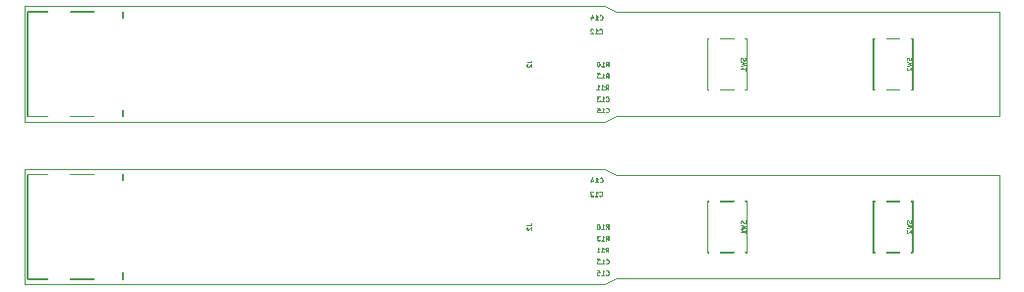
<source format=gbo>
%MOIN*%
%OFA0B0*%
%FSLAX46Y46*%
%IPPOS*%
%LPD*%
G36*
X0003306900Y0001276599D02*
G01*
X0003306900Y0001279600D01*
X0002007699Y0001279600D01*
X0002005100Y0001280900D01*
X0002004900Y0001280500D01*
X0002004800Y0001279600D01*
X0002004900Y0001278600D01*
X0002005300Y0001277800D01*
X0002005999Y0001277200D01*
X0002006800Y0001276800D01*
X0002007699Y0001276599D01*
X0003306900Y0001276599D01*
G37*
G36*
X0002007699Y0001276599D02*
G01*
X0002008600Y0001276800D01*
X0002009500Y0001277200D01*
X0002010100Y0001277800D01*
X0002010500Y0001278600D01*
X0002010700Y0001279600D01*
X0002007699Y0001279600D01*
X0001968400Y0001299200D01*
X0001965400Y0001299200D01*
X0001965600Y0001298300D01*
X0001966000Y0001297500D01*
X0001966600Y0001296900D01*
X0001967400Y0001296400D01*
X0002006800Y0001276800D01*
X0002007699Y0001276599D01*
G37*
G36*
X0001965400Y0000905500D02*
G01*
X0001968400Y0000905500D01*
X0002007699Y0000925200D01*
X0002010700Y0000925200D01*
X0002010500Y0000926100D01*
X0002010100Y0000927000D01*
X0002009500Y0000927600D01*
X0002008600Y0000928000D01*
X0002007699Y0000928200D01*
X0002006800Y0000928000D01*
X0001967400Y0000908400D01*
X0001966600Y0000907900D01*
X0001966000Y0000907300D01*
X0001965600Y0000906500D01*
X0001965400Y0000905500D01*
G37*
G36*
X0002005100Y0000923900D02*
G01*
X0002007699Y0000925200D01*
X0003306900Y0000925200D01*
X0003306900Y0000928200D01*
X0002007699Y0000928200D01*
X0002006800Y0000928000D01*
X0002005999Y0000927600D01*
X0002005300Y0000927000D01*
X0002004900Y0000926100D01*
X0002004800Y0000925200D01*
X0002004900Y0000924300D01*
X0002005100Y0000923900D01*
G37*
G36*
X0000000000Y0000905500D02*
G01*
X0000002799Y0000905500D01*
X0000002799Y0001299200D01*
X0000000000Y0001299200D01*
X0000000000Y0000905500D01*
G37*
G36*
X0000000000Y0000905500D02*
G01*
X0001968400Y0000905500D01*
X0001971000Y0000906800D01*
X0001970699Y0000907300D01*
X0001970099Y0000907900D01*
X0001969300Y0000908400D01*
X0001968400Y0000908500D01*
X0000000000Y0000908500D01*
X0000000000Y0000905500D01*
G37*
G36*
X0003304000Y0000925200D02*
G01*
X0003306900Y0000925200D01*
X0003306900Y0001279600D01*
X0003304000Y0001279600D01*
X0003304000Y0000925200D01*
G37*
G36*
X0001968400Y0001296300D02*
G01*
X0001969300Y0001296400D01*
X0001970099Y0001296900D01*
X0001970699Y0001297500D01*
X0001971000Y0001297900D01*
X0001968400Y0001299200D01*
X0000000000Y0001299200D01*
X0000000000Y0001296300D01*
X0001968400Y0001296300D01*
G37*
G36*
X0000334500Y0001257300D02*
G01*
X0000335400Y0001257500D01*
X0000336200Y0001257900D01*
X0000336900Y0001258500D01*
X0000337299Y0001259400D01*
X0000337500Y0001260300D01*
X0000337500Y0001280000D01*
X0000337299Y0001280900D01*
X0000336900Y0001281700D01*
X0000336200Y0001282300D01*
X0000335400Y0001282800D01*
X0000334500Y0001282900D01*
X0000333600Y0001282800D01*
X0000332799Y0001282300D01*
X0000332100Y0001281700D01*
X0000331700Y0001280900D01*
X0000331500Y0001280000D01*
X0000331500Y0001260300D01*
X0000331700Y0001259400D01*
X0000332100Y0001258500D01*
X0000332799Y0001257900D01*
X0000333600Y0001257500D01*
X0000334500Y0001257300D01*
G37*
G36*
X0000334500Y0000922700D02*
G01*
X0000335400Y0000922800D01*
X0000336200Y0000923200D01*
X0000336900Y0000923900D01*
X0000337299Y0000924700D01*
X0000337500Y0000925600D01*
X0000337500Y0000945300D01*
X0000337299Y0000946200D01*
X0000336900Y0000947000D01*
X0000336200Y0000947700D01*
X0000335400Y0000948100D01*
X0000334500Y0000948300D01*
X0000333600Y0000948100D01*
X0000332799Y0000947700D01*
X0000332100Y0000947000D01*
X0000331700Y0000946200D01*
X0000331500Y0000945300D01*
X0000331500Y0000925600D01*
X0000331700Y0000924700D01*
X0000332100Y0000923900D01*
X0000332799Y0000923200D01*
X0000333600Y0000922800D01*
X0000334500Y0000922700D01*
G37*
G36*
X0000236100Y0000922700D02*
G01*
X0000237000Y0000922800D01*
X0000237800Y0000923200D01*
X0000238500Y0000923900D01*
X0000238900Y0000924700D01*
X0000239000Y0000925600D01*
X0000238900Y0000926500D01*
X0000238500Y0000927400D01*
X0000237800Y0000928000D01*
X0000237000Y0000928400D01*
X0000236100Y0000928600D01*
X0000157300Y0000928600D01*
X0000156400Y0000928400D01*
X0000155600Y0000928000D01*
X0000154900Y0000927400D01*
X0000154500Y0000926500D01*
X0000154400Y0000925600D01*
X0000154500Y0000924700D01*
X0000154900Y0000923900D01*
X0000155600Y0000923200D01*
X0000156400Y0000922800D01*
X0000157300Y0000922700D01*
X0000236100Y0000922700D01*
G37*
G36*
X0000236100Y0001277000D02*
G01*
X0000237000Y0001277100D01*
X0000237800Y0001277600D01*
X0000238500Y0001278200D01*
X0000238900Y0001279000D01*
X0000239000Y0001280000D01*
X0000238900Y0001280900D01*
X0000238500Y0001281700D01*
X0000237800Y0001282300D01*
X0000237000Y0001282800D01*
X0000236100Y0001282900D01*
X0000157300Y0001282900D01*
X0000156400Y0001282800D01*
X0000155600Y0001282300D01*
X0000154900Y0001281700D01*
X0000154500Y0001280900D01*
X0000154400Y0001280000D01*
X0000154500Y0001279000D01*
X0000154900Y0001278200D01*
X0000155600Y0001277600D01*
X0000156400Y0001277100D01*
X0000157300Y0001277000D01*
X0000236100Y0001277000D01*
G37*
G36*
X0000078600Y0001277000D02*
G01*
X0000079500Y0001277100D01*
X0000080300Y0001277600D01*
X0000081000Y0001278200D01*
X0000081400Y0001279000D01*
X0000081500Y0001280000D01*
X0000081400Y0001280900D01*
X0000081000Y0001281700D01*
X0000080300Y0001282300D01*
X0000079500Y0001282800D01*
X0000078600Y0001282900D01*
X0000011900Y0001282900D01*
X0000011000Y0001282800D01*
X0000010100Y0001282300D01*
X0000009500Y0001281700D01*
X0000009100Y0001280900D01*
X0000008900Y0001280000D01*
X0000009100Y0001279000D01*
X0000009500Y0001278200D01*
X0000010100Y0001277600D01*
X0000011000Y0001277100D01*
X0000011900Y0001277000D01*
X0000078600Y0001277000D01*
G37*
G36*
X0000078600Y0000922700D02*
G01*
X0000079500Y0000922800D01*
X0000080300Y0000923200D01*
X0000081000Y0000923900D01*
X0000081400Y0000924700D01*
X0000081500Y0000925600D01*
X0000081400Y0000926500D01*
X0000081000Y0000927400D01*
X0000080300Y0000928000D01*
X0000079500Y0000928400D01*
X0000078600Y0000928600D01*
X0000011900Y0000928600D01*
X0000011000Y0000928400D01*
X0000010100Y0000928000D01*
X0000009500Y0000927400D01*
X0000009100Y0000926500D01*
X0000008900Y0000925600D01*
X0000009100Y0000924700D01*
X0000009500Y0000923900D01*
X0000010100Y0000923200D01*
X0000011000Y0000922800D01*
X0000011900Y0000922700D01*
X0000078600Y0000922700D01*
G37*
G36*
X0000011900Y0000922700D02*
G01*
X0000012800Y0000922800D01*
X0000013600Y0000923200D01*
X0000014300Y0000923900D01*
X0000014700Y0000924700D01*
X0000014800Y0000925600D01*
X0000014800Y0001280000D01*
X0000014700Y0001280900D01*
X0000014300Y0001281700D01*
X0000013600Y0001282300D01*
X0000012800Y0001282800D01*
X0000011900Y0001282900D01*
X0000011000Y0001282800D01*
X0000010100Y0001282300D01*
X0000009500Y0001281700D01*
X0000009100Y0001280900D01*
X0000008900Y0001280000D01*
X0000008900Y0000925600D01*
X0000009100Y0000924700D01*
X0000009500Y0000923900D01*
X0000010100Y0000923200D01*
X0000011000Y0000922800D01*
X0000011900Y0000922700D01*
G37*
G36*
X0003010700Y0001013400D02*
G01*
X0003011400Y0001013500D01*
X0003012100Y0001013900D01*
X0003012600Y0001014400D01*
X0003012900Y0001014999D01*
X0003013000Y0001015800D01*
X0003013000Y0001189000D01*
X0003012900Y0001189700D01*
X0003012600Y0001190400D01*
X0003012100Y0001190900D01*
X0003011400Y0001191300D01*
X0003010700Y0001191400D01*
X0003010000Y0001191300D01*
X0003009299Y0001190900D01*
X0003008800Y0001190400D01*
X0003008400Y0001189700D01*
X0003008300Y0001189000D01*
X0003008300Y0001015800D01*
X0003008400Y0001014999D01*
X0003008800Y0001014400D01*
X0003009299Y0001013900D01*
X0003010000Y0001013500D01*
X0003010700Y0001013400D01*
G37*
G36*
X0003010700Y0001013400D02*
G01*
X0003011400Y0001013500D01*
X0003012100Y0001013900D01*
X0003012600Y0001014400D01*
X0003012900Y0001014999D01*
X0003013000Y0001015800D01*
X0003012900Y0001016500D01*
X0003012600Y0001017200D01*
X0003012100Y0001017700D01*
X0003011400Y0001018000D01*
X0003010700Y0001018100D01*
X0003006000Y0001018100D01*
X0003005200Y0001018000D01*
X0003004600Y0001017700D01*
X0003004000Y0001017200D01*
X0003003700Y0001016500D01*
X0003003600Y0001015800D01*
X0003003700Y0001014999D01*
X0003004000Y0001014400D01*
X0003004600Y0001013900D01*
X0003005200Y0001013500D01*
X0003006000Y0001013400D01*
X0003010700Y0001013400D01*
G37*
G36*
X0002966200Y0001013400D02*
G01*
X0002966900Y0001013500D01*
X0002967600Y0001013900D01*
X0002968100Y0001014400D01*
X0002968400Y0001014999D01*
X0002968600Y0001015800D01*
X0002968400Y0001016500D01*
X0002968100Y0001017200D01*
X0002967600Y0001017700D01*
X0002966900Y0001018000D01*
X0002966200Y0001018100D01*
X0002921300Y0001018100D01*
X0002920600Y0001018000D01*
X0002919900Y0001017700D01*
X0002919400Y0001017200D01*
X0002919100Y0001016500D01*
X0002919000Y0001015800D01*
X0002919100Y0001014999D01*
X0002919400Y0001014400D01*
X0002919900Y0001013900D01*
X0002920600Y0001013500D01*
X0002921300Y0001013400D01*
X0002966200Y0001013400D01*
G37*
G36*
X0002881500Y0001013400D02*
G01*
X0002882300Y0001013500D01*
X0002882900Y0001013900D01*
X0002883500Y0001014400D01*
X0002883800Y0001014999D01*
X0002883900Y0001015800D01*
X0002883800Y0001016500D01*
X0002883500Y0001017200D01*
X0002882900Y0001017700D01*
X0002882300Y0001018000D01*
X0002881500Y0001018100D01*
X0002876800Y0001018100D01*
X0002876099Y0001018000D01*
X0002875400Y0001017700D01*
X0002874900Y0001017200D01*
X0002874600Y0001016500D01*
X0002874500Y0001015800D01*
X0002874600Y0001014999D01*
X0002874900Y0001014400D01*
X0002875400Y0001013900D01*
X0002876099Y0001013500D01*
X0002876800Y0001013400D01*
X0002881500Y0001013400D01*
G37*
G36*
X0002876800Y0001013400D02*
G01*
X0002877600Y0001013500D01*
X0002878200Y0001013900D01*
X0002878700Y0001014400D01*
X0002879100Y0001014999D01*
X0002879199Y0001015800D01*
X0002879199Y0001189000D01*
X0002879100Y0001189700D01*
X0002878700Y0001190400D01*
X0002878200Y0001190900D01*
X0002877600Y0001191300D01*
X0002876800Y0001191400D01*
X0002876099Y0001191300D01*
X0002875400Y0001190900D01*
X0002874900Y0001190400D01*
X0002874600Y0001189700D01*
X0002874500Y0001189000D01*
X0002874500Y0001015800D01*
X0002874600Y0001014999D01*
X0002874900Y0001014400D01*
X0002875400Y0001013900D01*
X0002876099Y0001013500D01*
X0002876800Y0001013400D01*
G37*
G36*
X0002881500Y0001186600D02*
G01*
X0002882300Y0001186800D01*
X0002882900Y0001187100D01*
X0002883500Y0001187600D01*
X0002883800Y0001188300D01*
X0002883900Y0001189000D01*
X0002883800Y0001189700D01*
X0002883500Y0001190400D01*
X0002882900Y0001190900D01*
X0002882300Y0001191300D01*
X0002881500Y0001191400D01*
X0002876800Y0001191400D01*
X0002876099Y0001191300D01*
X0002875400Y0001190900D01*
X0002874900Y0001190400D01*
X0002874600Y0001189700D01*
X0002874500Y0001189000D01*
X0002874600Y0001188300D01*
X0002874900Y0001187600D01*
X0002875400Y0001187100D01*
X0002876099Y0001186800D01*
X0002876800Y0001186600D01*
X0002881500Y0001186600D01*
G37*
G36*
X0002966200Y0001186600D02*
G01*
X0002966900Y0001186800D01*
X0002967600Y0001187100D01*
X0002968100Y0001187600D01*
X0002968400Y0001188300D01*
X0002968600Y0001189000D01*
X0002968400Y0001189700D01*
X0002968100Y0001190400D01*
X0002967600Y0001190900D01*
X0002966900Y0001191300D01*
X0002966200Y0001191400D01*
X0002921300Y0001191400D01*
X0002920600Y0001191300D01*
X0002919900Y0001190900D01*
X0002919400Y0001190400D01*
X0002919100Y0001189700D01*
X0002919000Y0001189000D01*
X0002919100Y0001188300D01*
X0002919400Y0001187600D01*
X0002919900Y0001187100D01*
X0002920600Y0001186800D01*
X0002921300Y0001186600D01*
X0002966200Y0001186600D01*
G37*
G36*
X0003010700Y0001186600D02*
G01*
X0003011400Y0001186800D01*
X0003012100Y0001187100D01*
X0003012600Y0001187600D01*
X0003012900Y0001188300D01*
X0003013000Y0001189000D01*
X0003012900Y0001189700D01*
X0003012600Y0001190400D01*
X0003012100Y0001190900D01*
X0003011400Y0001191300D01*
X0003010700Y0001191400D01*
X0003006000Y0001191400D01*
X0003005200Y0001191300D01*
X0003004600Y0001190900D01*
X0003004000Y0001190400D01*
X0003003700Y0001189700D01*
X0003003600Y0001189000D01*
X0003003700Y0001188300D01*
X0003004000Y0001187600D01*
X0003004600Y0001187100D01*
X0003005200Y0001186800D01*
X0003006000Y0001186600D01*
X0003010700Y0001186600D01*
G37*
G36*
X0002448700Y0001186600D02*
G01*
X0002449400Y0001186800D01*
X0002450100Y0001187100D01*
X0002450600Y0001187600D01*
X0002450900Y0001188300D01*
X0002451000Y0001189000D01*
X0002450900Y0001189700D01*
X0002450600Y0001190400D01*
X0002450100Y0001190900D01*
X0002449400Y0001191300D01*
X0002448700Y0001191400D01*
X0002444000Y0001191400D01*
X0002443200Y0001191300D01*
X0002442600Y0001190900D01*
X0002442000Y0001190400D01*
X0002441700Y0001189700D01*
X0002441600Y0001189000D01*
X0002441700Y0001188300D01*
X0002442000Y0001187600D01*
X0002442600Y0001187100D01*
X0002443200Y0001186800D01*
X0002444000Y0001186600D01*
X0002448700Y0001186600D01*
G37*
G36*
X0002404200Y0001186600D02*
G01*
X0002404900Y0001186800D01*
X0002405600Y0001187100D01*
X0002406100Y0001187600D01*
X0002406400Y0001188300D01*
X0002406500Y0001189000D01*
X0002406400Y0001189700D01*
X0002406100Y0001190400D01*
X0002405600Y0001190900D01*
X0002404900Y0001191300D01*
X0002404200Y0001191400D01*
X0002359300Y0001191400D01*
X0002358600Y0001191300D01*
X0002357900Y0001190900D01*
X0002357400Y0001190400D01*
X0002357100Y0001189700D01*
X0002356900Y0001189000D01*
X0002357100Y0001188300D01*
X0002357400Y0001187600D01*
X0002357900Y0001187100D01*
X0002358600Y0001186800D01*
X0002359300Y0001186600D01*
X0002404200Y0001186600D01*
G37*
G36*
X0002319500Y0001186600D02*
G01*
X0002320300Y0001186800D01*
X0002320900Y0001187100D01*
X0002321500Y0001187600D01*
X0002321800Y0001188300D01*
X0002321900Y0001189000D01*
X0002321800Y0001189700D01*
X0002321500Y0001190400D01*
X0002320900Y0001190900D01*
X0002320300Y0001191300D01*
X0002319500Y0001191400D01*
X0002314800Y0001191400D01*
X0002314100Y0001191300D01*
X0002313400Y0001190900D01*
X0002312900Y0001190400D01*
X0002312600Y0001189700D01*
X0002312500Y0001189000D01*
X0002312600Y0001188300D01*
X0002312900Y0001187600D01*
X0002313400Y0001187100D01*
X0002314100Y0001186800D01*
X0002314800Y0001186600D01*
X0002319500Y0001186600D01*
G37*
G36*
X0002314800Y0001013400D02*
G01*
X0002315500Y0001013500D01*
X0002316200Y0001013900D01*
X0002316700Y0001014400D01*
X0002317100Y0001014999D01*
X0002317200Y0001015800D01*
X0002317200Y0001189000D01*
X0002317100Y0001189700D01*
X0002316700Y0001190400D01*
X0002316200Y0001190900D01*
X0002315500Y0001191300D01*
X0002314800Y0001191400D01*
X0002314100Y0001191300D01*
X0002313400Y0001190900D01*
X0002312900Y0001190400D01*
X0002312600Y0001189700D01*
X0002312500Y0001189000D01*
X0002312500Y0001015800D01*
X0002312600Y0001014999D01*
X0002312900Y0001014400D01*
X0002313400Y0001013900D01*
X0002314100Y0001013500D01*
X0002314800Y0001013400D01*
G37*
G36*
X0002319500Y0001013400D02*
G01*
X0002320300Y0001013500D01*
X0002320900Y0001013900D01*
X0002321500Y0001014400D01*
X0002321800Y0001014999D01*
X0002321900Y0001015800D01*
X0002321800Y0001016500D01*
X0002321500Y0001017200D01*
X0002320900Y0001017700D01*
X0002320300Y0001018000D01*
X0002319500Y0001018100D01*
X0002314800Y0001018100D01*
X0002314100Y0001018000D01*
X0002313400Y0001017700D01*
X0002312900Y0001017200D01*
X0002312600Y0001016500D01*
X0002312500Y0001015800D01*
X0002312600Y0001014999D01*
X0002312900Y0001014400D01*
X0002313400Y0001013900D01*
X0002314100Y0001013500D01*
X0002314800Y0001013400D01*
X0002319500Y0001013400D01*
G37*
G36*
X0002404200Y0001013400D02*
G01*
X0002404900Y0001013500D01*
X0002405600Y0001013900D01*
X0002406100Y0001014400D01*
X0002406400Y0001014999D01*
X0002406500Y0001015800D01*
X0002406400Y0001016500D01*
X0002406100Y0001017200D01*
X0002405600Y0001017700D01*
X0002404900Y0001018000D01*
X0002404200Y0001018100D01*
X0002359300Y0001018100D01*
X0002358600Y0001018000D01*
X0002357900Y0001017700D01*
X0002357400Y0001017200D01*
X0002357100Y0001016500D01*
X0002356900Y0001015800D01*
X0002357100Y0001014999D01*
X0002357400Y0001014400D01*
X0002357900Y0001013900D01*
X0002358600Y0001013500D01*
X0002359300Y0001013400D01*
X0002404200Y0001013400D01*
G37*
G36*
X0002448700Y0001013400D02*
G01*
X0002449400Y0001013500D01*
X0002450100Y0001013900D01*
X0002450600Y0001014400D01*
X0002450900Y0001014999D01*
X0002451000Y0001015800D01*
X0002450900Y0001016500D01*
X0002450600Y0001017200D01*
X0002450100Y0001017700D01*
X0002449400Y0001018000D01*
X0002448700Y0001018100D01*
X0002444000Y0001018100D01*
X0002443200Y0001018000D01*
X0002442600Y0001017700D01*
X0002442000Y0001017200D01*
X0002441700Y0001016500D01*
X0002441600Y0001015800D01*
X0002441700Y0001014999D01*
X0002442000Y0001014400D01*
X0002442600Y0001013900D01*
X0002443200Y0001013500D01*
X0002444000Y0001013400D01*
X0002448700Y0001013400D01*
G37*
G36*
X0002448700Y0001013400D02*
G01*
X0002449400Y0001013500D01*
X0002450100Y0001013900D01*
X0002450600Y0001014400D01*
X0002450900Y0001014999D01*
X0002451000Y0001015800D01*
X0002451000Y0001189000D01*
X0002450900Y0001189700D01*
X0002450600Y0001190400D01*
X0002450100Y0001190900D01*
X0002449400Y0001191300D01*
X0002448700Y0001191400D01*
X0002447900Y0001191300D01*
X0002447300Y0001190900D01*
X0002446800Y0001190400D01*
X0002446400Y0001189700D01*
X0002446300Y0001189000D01*
X0002446300Y0001015800D01*
X0002446400Y0001014999D01*
X0002446800Y0001014400D01*
X0002447300Y0001013900D01*
X0002447900Y0001013500D01*
X0002448700Y0001013400D01*
G37*
G36*
X0003007000Y0001119200D02*
G01*
X0003007600Y0001119300D01*
X0003008100Y0001119500D01*
X0003008600Y0001120000D01*
X0003008899Y0001120500D01*
X0003008899Y0001121100D01*
X0003008899Y0001121800D01*
X0003008100Y0001124000D01*
X0003007800Y0001124500D01*
X0003007400Y0001125000D01*
X0003006800Y0001125300D01*
X0003006200Y0001125400D01*
X0003005600Y0001125300D01*
X0003005100Y0001125000D01*
X0003004600Y0001124500D01*
X0003004400Y0001124000D01*
X0003004300Y0001123400D01*
X0003004400Y0001122800D01*
X0003005100Y0001120500D01*
X0003005400Y0001120000D01*
X0003005800Y0001119500D01*
X0003006400Y0001119300D01*
X0003007000Y0001119200D01*
G37*
G36*
X0003007000Y0001115400D02*
G01*
X0003007600Y0001115500D01*
X0003008100Y0001115800D01*
X0003008600Y0001116200D01*
X0003008899Y0001116800D01*
X0003008899Y0001117400D01*
X0003008899Y0001121100D01*
X0003008899Y0001121800D01*
X0003008600Y0001122300D01*
X0003008100Y0001122700D01*
X0003007600Y0001123000D01*
X0003007000Y0001123100D01*
X0003006400Y0001123000D01*
X0003005800Y0001122700D01*
X0003005400Y0001122300D01*
X0003005100Y0001121800D01*
X0003005000Y0001121100D01*
X0003005000Y0001117400D01*
X0003005100Y0001116800D01*
X0003005400Y0001116200D01*
X0003005800Y0001115800D01*
X0003006400Y0001115500D01*
X0003007000Y0001115400D01*
G37*
G36*
X0003006200Y0001113900D02*
G01*
X0003006800Y0001114000D01*
X0003007400Y0001114300D01*
X0003007800Y0001114700D01*
X0003008100Y0001115300D01*
X0003008899Y0001116800D01*
X0003008899Y0001117400D01*
X0003008899Y0001118000D01*
X0003008600Y0001118500D01*
X0003008100Y0001119000D01*
X0003007600Y0001119300D01*
X0003007000Y0001119400D01*
X0003006400Y0001119300D01*
X0003005800Y0001119000D01*
X0003005400Y0001118500D01*
X0003005100Y0001118000D01*
X0003004400Y0001116500D01*
X0003004300Y0001115900D01*
X0003004400Y0001115300D01*
X0003004600Y0001114700D01*
X0003005100Y0001114300D01*
X0003005600Y0001114000D01*
X0003006200Y0001113900D01*
G37*
G36*
X0003005500Y0001113200D02*
G01*
X0003006100Y0001113300D01*
X0003006600Y0001113500D01*
X0003007100Y0001114000D01*
X0003007400Y0001114300D01*
X0003007800Y0001114700D01*
X0003008100Y0001115300D01*
X0003008200Y0001115900D01*
X0003008100Y0001116500D01*
X0003007800Y0001117000D01*
X0003007400Y0001117500D01*
X0003006800Y0001117800D01*
X0003006200Y0001117900D01*
X0003005600Y0001117800D01*
X0003005100Y0001117500D01*
X0003004300Y0001116700D01*
X0003004300Y0001116700D01*
X0003003900Y0001116300D01*
X0003003600Y0001115800D01*
X0003003500Y0001115100D01*
X0003003600Y0001114500D01*
X0003003900Y0001114000D01*
X0003004300Y0001113500D01*
X0003004900Y0001113300D01*
X0003005500Y0001113200D01*
G37*
G36*
X0003004000Y0001112400D02*
G01*
X0003004600Y0001112500D01*
X0003006100Y0001113300D01*
X0003006600Y0001113500D01*
X0003007100Y0001114000D01*
X0003007400Y0001114500D01*
X0003007400Y0001115100D01*
X0003007400Y0001115800D01*
X0003007100Y0001116300D01*
X0003006600Y0001116700D01*
X0003006100Y0001117000D01*
X0003005500Y0001117100D01*
X0003004900Y0001117000D01*
X0003003400Y0001116300D01*
X0003002800Y0001116000D01*
X0003002400Y0001115500D01*
X0003002100Y0001115000D01*
X0003001999Y0001114400D01*
X0003002100Y0001113800D01*
X0003002400Y0001113200D01*
X0003002800Y0001112800D01*
X0003003400Y0001112500D01*
X0003004000Y0001112400D01*
G37*
G36*
X0003004000Y0001112400D02*
G01*
X0003004600Y0001112500D01*
X0003005100Y0001112800D01*
X0003005600Y0001113200D01*
X0003005900Y0001113800D01*
X0003005900Y0001114400D01*
X0003005900Y0001115000D01*
X0003005600Y0001115500D01*
X0003005100Y0001116000D01*
X0003004600Y0001116300D01*
X0003004000Y0001116400D01*
X0003002500Y0001116400D01*
X0003001900Y0001116300D01*
X0003001300Y0001116000D01*
X0003000900Y0001115500D01*
X0003000600Y0001115000D01*
X0003000500Y0001114400D01*
X0003000600Y0001113800D01*
X0003000900Y0001113200D01*
X0003001300Y0001112800D01*
X0003001900Y0001112500D01*
X0003002500Y0001112400D01*
X0003004000Y0001112400D01*
G37*
G36*
X0003002500Y0001112400D02*
G01*
X0003003100Y0001112500D01*
X0003003600Y0001112800D01*
X0003004100Y0001113200D01*
X0003004400Y0001113800D01*
X0003004400Y0001114400D01*
X0003004400Y0001115000D01*
X0003004100Y0001115500D01*
X0003003600Y0001116000D01*
X0003003100Y0001116300D01*
X0003001599Y0001117000D01*
X0003001000Y0001117100D01*
X0003000399Y0001117000D01*
X0002999800Y0001116700D01*
X0002999400Y0001116300D01*
X0002999100Y0001115800D01*
X0002999000Y0001115100D01*
X0002999100Y0001114500D01*
X0002999400Y0001114000D01*
X0002999800Y0001113500D01*
X0003000399Y0001113300D01*
X0003001900Y0001112500D01*
X0003002500Y0001112400D01*
G37*
G36*
X0003001000Y0001113200D02*
G01*
X0003001599Y0001113300D01*
X0003002100Y0001113500D01*
X0003002600Y0001114000D01*
X0003002900Y0001114500D01*
X0003002900Y0001115100D01*
X0003002900Y0001115800D01*
X0003002600Y0001116300D01*
X0003002100Y0001116700D01*
X0003002100Y0001116700D01*
X0003001400Y0001117500D01*
X0003000799Y0001117800D01*
X0003000200Y0001117900D01*
X0002999600Y0001117800D01*
X0002999100Y0001117500D01*
X0002998600Y0001117000D01*
X0002998400Y0001116500D01*
X0002998300Y0001115900D01*
X0002998400Y0001115300D01*
X0002998600Y0001114700D01*
X0002999100Y0001114300D01*
X0002999400Y0001114000D01*
X0002999800Y0001113500D01*
X0003000399Y0001113300D01*
X0003001000Y0001113200D01*
G37*
G36*
X0003000200Y0001113900D02*
G01*
X0003000799Y0001114000D01*
X0003001400Y0001114300D01*
X0003001800Y0001114700D01*
X0003002100Y0001115300D01*
X0003002200Y0001115900D01*
X0003002100Y0001116500D01*
X0003001400Y0001118000D01*
X0003001100Y0001118500D01*
X0003000600Y0001119000D01*
X0003000100Y0001119300D01*
X0002999500Y0001119400D01*
X0002998900Y0001119300D01*
X0002998300Y0001119000D01*
X0002997900Y0001118500D01*
X0002997600Y0001118000D01*
X0002997500Y0001117400D01*
X0002997600Y0001116800D01*
X0002998400Y0001115300D01*
X0002998600Y0001114700D01*
X0002999100Y0001114300D01*
X0002999600Y0001114000D01*
X0003000200Y0001113900D01*
G37*
G36*
X0002999500Y0001115400D02*
G01*
X0003000100Y0001115500D01*
X0003000600Y0001115800D01*
X0003001100Y0001116200D01*
X0003001400Y0001116800D01*
X0003001400Y0001117400D01*
X0003001400Y0001118000D01*
X0003000600Y0001121000D01*
X0003000300Y0001121500D01*
X0002999900Y0001122000D01*
X0002999300Y0001122300D01*
X0002998700Y0001122400D01*
X0002998099Y0001122300D01*
X0002997600Y0001122000D01*
X0002997100Y0001121500D01*
X0002996899Y0001121000D01*
X0002996800Y0001120400D01*
X0002996899Y0001119800D01*
X0002997600Y0001116800D01*
X0002997900Y0001116200D01*
X0002998300Y0001115800D01*
X0002998900Y0001115500D01*
X0002999500Y0001115400D01*
G37*
G36*
X0002998700Y0001118400D02*
G01*
X0002999300Y0001118500D01*
X0002999900Y0001118800D01*
X0003000300Y0001119200D01*
X0003000600Y0001119800D01*
X0003000700Y0001120400D01*
X0003000600Y0001121000D01*
X0002999900Y0001122500D01*
X0002999600Y0001123000D01*
X0002999100Y0001123500D01*
X0002998600Y0001123800D01*
X0002998000Y0001123900D01*
X0002997400Y0001123800D01*
X0002996800Y0001123500D01*
X0002996400Y0001123000D01*
X0002996099Y0001122500D01*
X0002996000Y0001121900D01*
X0002996099Y0001121300D01*
X0002996899Y0001119800D01*
X0002997100Y0001119200D01*
X0002997600Y0001118800D01*
X0002998099Y0001118500D01*
X0002998700Y0001118400D01*
G37*
G36*
X0002998000Y0001119900D02*
G01*
X0002998600Y0001120000D01*
X0002999100Y0001120300D01*
X0002999600Y0001120700D01*
X0002999900Y0001121300D01*
X0002999900Y0001121900D01*
X0002999900Y0001122500D01*
X0002999600Y0001123000D01*
X0002999100Y0001123500D01*
X0002998800Y0001123800D01*
X0002998400Y0001124200D01*
X0002997800Y0001124500D01*
X0002997200Y0001124600D01*
X0002996600Y0001124500D01*
X0002996099Y0001124200D01*
X0002995600Y0001123800D01*
X0002995400Y0001123200D01*
X0002995300Y0001122600D01*
X0002995400Y0001122000D01*
X0002995600Y0001121500D01*
X0002996400Y0001120700D01*
X0002996400Y0001120700D01*
X0002996800Y0001120300D01*
X0002997400Y0001120000D01*
X0002998000Y0001119900D01*
G37*
G36*
X0002997200Y0001120700D02*
G01*
X0002997800Y0001120800D01*
X0002998400Y0001121000D01*
X0002998800Y0001121500D01*
X0002999100Y0001122000D01*
X0002999200Y0001122600D01*
X0002999100Y0001123200D01*
X0002998800Y0001123800D01*
X0002998400Y0001124200D01*
X0002997800Y0001124500D01*
X0002996300Y0001125300D01*
X0002995700Y0001125400D01*
X0002995100Y0001125300D01*
X0002994600Y0001125000D01*
X0002994100Y0001124500D01*
X0002993900Y0001124000D01*
X0002993800Y0001123400D01*
X0002993900Y0001122800D01*
X0002994100Y0001122200D01*
X0002994600Y0001121800D01*
X0002995100Y0001121500D01*
X0002996600Y0001120800D01*
X0002997200Y0001120700D01*
G37*
G36*
X0002995700Y0001121400D02*
G01*
X0002996300Y0001121500D01*
X0002996899Y0001121800D01*
X0002997299Y0001122200D01*
X0002997600Y0001122800D01*
X0002997699Y0001123400D01*
X0002997600Y0001124000D01*
X0002997299Y0001124500D01*
X0002996899Y0001125000D01*
X0002996300Y0001125300D01*
X0002995700Y0001125400D01*
X0002994200Y0001125400D01*
X0002993600Y0001125300D01*
X0002993100Y0001125000D01*
X0002992600Y0001124500D01*
X0002992400Y0001124000D01*
X0002992300Y0001123400D01*
X0002992400Y0001122800D01*
X0002992600Y0001122200D01*
X0002993100Y0001121800D01*
X0002993600Y0001121500D01*
X0002994200Y0001121400D01*
X0002995700Y0001121400D01*
G37*
G36*
X0002992700Y0001120700D02*
G01*
X0002993300Y0001120800D01*
X0002994800Y0001121500D01*
X0002995400Y0001121800D01*
X0002995800Y0001122200D01*
X0002996099Y0001122800D01*
X0002996200Y0001123400D01*
X0002996099Y0001124000D01*
X0002995800Y0001124500D01*
X0002995400Y0001125000D01*
X0002994800Y0001125300D01*
X0002994200Y0001125400D01*
X0002993600Y0001125300D01*
X0002992100Y0001124500D01*
X0002991600Y0001124200D01*
X0002991100Y0001123800D01*
X0002990900Y0001123200D01*
X0002990800Y0001122600D01*
X0002990900Y0001122000D01*
X0002991100Y0001121500D01*
X0002991600Y0001121000D01*
X0002992100Y0001120800D01*
X0002992700Y0001120700D01*
G37*
G36*
X0002992000Y0001119900D02*
G01*
X0002992600Y0001120000D01*
X0002993100Y0001120300D01*
X0002993600Y0001120700D01*
X0002994100Y0001121300D01*
X0002994300Y0001121500D01*
X0002994600Y0001122000D01*
X0002994700Y0001122600D01*
X0002994600Y0001123200D01*
X0002994300Y0001123800D01*
X0002993900Y0001124200D01*
X0002993300Y0001124500D01*
X0002992700Y0001124600D01*
X0002992100Y0001124500D01*
X0002991600Y0001124200D01*
X0002991100Y0001123800D01*
X0002990800Y0001123500D01*
X0002990400Y0001123000D01*
X0002990100Y0001122500D01*
X0002990000Y0001121900D01*
X0002990100Y0001121300D01*
X0002990400Y0001120700D01*
X0002990800Y0001120300D01*
X0002991400Y0001120000D01*
X0002992000Y0001119900D01*
G37*
G36*
X0002991200Y0001118400D02*
G01*
X0002991800Y0001118500D01*
X0002992400Y0001118800D01*
X0002992800Y0001119200D01*
X0002993100Y0001119800D01*
X0002993900Y0001121300D01*
X0002994000Y0001121900D01*
X0002993900Y0001122500D01*
X0002993600Y0001123000D01*
X0002993100Y0001123500D01*
X0002992600Y0001123800D01*
X0002992000Y0001123900D01*
X0002991400Y0001123800D01*
X0002990800Y0001123500D01*
X0002990400Y0001123000D01*
X0002990100Y0001122500D01*
X0002989400Y0001121000D01*
X0002989300Y0001120400D01*
X0002989400Y0001119800D01*
X0002989599Y0001119200D01*
X0002990100Y0001118800D01*
X0002990600Y0001118500D01*
X0002991200Y0001118400D01*
G37*
G36*
X0002991200Y0001114700D02*
G01*
X0002991800Y0001114800D01*
X0002992400Y0001115000D01*
X0002992800Y0001115500D01*
X0002993100Y0001116000D01*
X0002993200Y0001116600D01*
X0002993200Y0001120400D01*
X0002993100Y0001121000D01*
X0002992800Y0001121500D01*
X0002992400Y0001122000D01*
X0002991800Y0001122300D01*
X0002991200Y0001122400D01*
X0002990600Y0001122300D01*
X0002990100Y0001122000D01*
X0002989599Y0001121500D01*
X0002989400Y0001121000D01*
X0002989300Y0001120400D01*
X0002989300Y0001116600D01*
X0002989400Y0001116000D01*
X0002989599Y0001115500D01*
X0002990100Y0001115000D01*
X0002990600Y0001114800D01*
X0002991200Y0001114700D01*
G37*
G36*
X0002992000Y0001112400D02*
G01*
X0002992600Y0001112500D01*
X0002993100Y0001112800D01*
X0002993600Y0001113200D01*
X0002993900Y0001113800D01*
X0002994000Y0001114400D01*
X0002993900Y0001115000D01*
X0002993100Y0001117200D01*
X0002992800Y0001117800D01*
X0002992400Y0001118200D01*
X0002991800Y0001118500D01*
X0002991200Y0001118600D01*
X0002990600Y0001118500D01*
X0002990100Y0001118200D01*
X0002989599Y0001117800D01*
X0002989400Y0001117200D01*
X0002989300Y0001116600D01*
X0002989400Y0001116000D01*
X0002990100Y0001113800D01*
X0002990400Y0001113200D01*
X0002990800Y0001112800D01*
X0002991400Y0001112500D01*
X0002992000Y0001112400D01*
G37*
G36*
X0003007000Y0001103400D02*
G01*
X0003007600Y0001103500D01*
X0003008100Y0001103800D01*
X0003008600Y0001104200D01*
X0003008899Y0001104800D01*
X0003008899Y0001105400D01*
X0003008899Y0001106000D01*
X0003008600Y0001106600D01*
X0003008100Y0001107000D01*
X0003007600Y0001107300D01*
X0002991800Y0001111000D01*
X0002991200Y0001111100D01*
X0002990600Y0001111000D01*
X0002990100Y0001110700D01*
X0002989599Y0001110300D01*
X0002989400Y0001109800D01*
X0002989300Y0001109100D01*
X0002989400Y0001108500D01*
X0002989599Y0001108000D01*
X0002990100Y0001107600D01*
X0002990600Y0001107300D01*
X0003006400Y0001103500D01*
X0003007000Y0001103400D01*
G37*
G36*
X0002995700Y0001100400D02*
G01*
X0002996300Y0001100500D01*
X0003007600Y0001103500D01*
X0003008100Y0001103800D01*
X0003008600Y0001104200D01*
X0003008899Y0001104800D01*
X0003008899Y0001105400D01*
X0003008899Y0001106000D01*
X0003008600Y0001106600D01*
X0003008100Y0001107000D01*
X0003007600Y0001107300D01*
X0003007000Y0001107400D01*
X0003006400Y0001107300D01*
X0002995100Y0001104300D01*
X0002994600Y0001104000D01*
X0002994100Y0001103600D01*
X0002993900Y0001103000D01*
X0002993800Y0001102400D01*
X0002993900Y0001101800D01*
X0002994100Y0001101200D01*
X0002994600Y0001100800D01*
X0002995100Y0001100500D01*
X0002995700Y0001100400D01*
G37*
G36*
X0003007000Y0001097400D02*
G01*
X0003007600Y0001097500D01*
X0003008100Y0001097800D01*
X0003008600Y0001098200D01*
X0003008899Y0001098800D01*
X0003008899Y0001099400D01*
X0003008899Y0001100000D01*
X0003008600Y0001100600D01*
X0003008100Y0001101000D01*
X0003007600Y0001101300D01*
X0002996300Y0001104300D01*
X0002995700Y0001104400D01*
X0002995100Y0001104300D01*
X0002994600Y0001104000D01*
X0002994100Y0001103600D01*
X0002993900Y0001103000D01*
X0002993800Y0001102400D01*
X0002993900Y0001101800D01*
X0002994100Y0001101200D01*
X0002994600Y0001100800D01*
X0002995100Y0001100500D01*
X0003006400Y0001097500D01*
X0003007000Y0001097400D01*
G37*
G36*
X0002991200Y0001093700D02*
G01*
X0002991800Y0001093800D01*
X0003007600Y0001097500D01*
X0003008100Y0001097800D01*
X0003008600Y0001098200D01*
X0003008899Y0001098800D01*
X0003008899Y0001099400D01*
X0003008899Y0001100000D01*
X0003008600Y0001100600D01*
X0003008100Y0001101000D01*
X0003007600Y0001101300D01*
X0003007000Y0001101400D01*
X0003006400Y0001101300D01*
X0002990600Y0001097500D01*
X0002990100Y0001097200D01*
X0002989599Y0001096800D01*
X0002989400Y0001096300D01*
X0002989300Y0001095600D01*
X0002989400Y0001095000D01*
X0002989599Y0001094500D01*
X0002990100Y0001094100D01*
X0002990600Y0001093800D01*
X0002991200Y0001093700D01*
G37*
G36*
X0002992000Y0001087700D02*
G01*
X0002992600Y0001087800D01*
X0002993100Y0001088100D01*
X0002993600Y0001088500D01*
X0002994300Y0001089200D01*
X0002994600Y0001089800D01*
X0002994700Y0001090400D01*
X0002994600Y0001091000D01*
X0002994300Y0001091600D01*
X0002993900Y0001092000D01*
X0002993300Y0001092300D01*
X0002992700Y0001092400D01*
X0002992100Y0001092300D01*
X0002991600Y0001092000D01*
X0002991100Y0001091600D01*
X0002990400Y0001090800D01*
X0002990100Y0001090300D01*
X0002990000Y0001089600D01*
X0002990100Y0001089000D01*
X0002990400Y0001088500D01*
X0002990800Y0001088100D01*
X0002991400Y0001087800D01*
X0002992000Y0001087700D01*
G37*
G36*
X0002991200Y0001086200D02*
G01*
X0002991800Y0001086300D01*
X0002992400Y0001086600D01*
X0002992800Y0001087000D01*
X0002993100Y0001087500D01*
X0002993900Y0001089000D01*
X0002994000Y0001089600D01*
X0002993900Y0001090300D01*
X0002993600Y0001090800D01*
X0002993100Y0001091200D01*
X0002992600Y0001091500D01*
X0002992000Y0001091600D01*
X0002991400Y0001091500D01*
X0002990800Y0001091200D01*
X0002990400Y0001090800D01*
X0002990100Y0001090300D01*
X0002989400Y0001088800D01*
X0002989300Y0001088100D01*
X0002989400Y0001087500D01*
X0002989599Y0001087000D01*
X0002990100Y0001086600D01*
X0002990600Y0001086300D01*
X0002991200Y0001086200D01*
G37*
G36*
X0002991200Y0001082400D02*
G01*
X0002991800Y0001082500D01*
X0002992400Y0001082800D01*
X0002992800Y0001083200D01*
X0002993100Y0001083800D01*
X0002993200Y0001084400D01*
X0002993200Y0001088100D01*
X0002993100Y0001088800D01*
X0002992800Y0001089300D01*
X0002992400Y0001089700D01*
X0002991800Y0001090000D01*
X0002991200Y0001090100D01*
X0002990600Y0001090000D01*
X0002990100Y0001089700D01*
X0002989599Y0001089300D01*
X0002989400Y0001088800D01*
X0002989300Y0001088100D01*
X0002989300Y0001084400D01*
X0002989400Y0001083800D01*
X0002989599Y0001083200D01*
X0002990100Y0001082800D01*
X0002990600Y0001082500D01*
X0002991200Y0001082400D01*
G37*
G36*
X0002992000Y0001080900D02*
G01*
X0002992600Y0001081000D01*
X0002993100Y0001081300D01*
X0002993600Y0001081700D01*
X0002993900Y0001082300D01*
X0002994000Y0001082900D01*
X0002993900Y0001083500D01*
X0002993100Y0001085000D01*
X0002992800Y0001085600D01*
X0002992400Y0001086000D01*
X0002991800Y0001086300D01*
X0002991200Y0001086400D01*
X0002990600Y0001086300D01*
X0002990100Y0001086000D01*
X0002989599Y0001085600D01*
X0002989400Y0001085000D01*
X0002989300Y0001084400D01*
X0002989400Y0001083800D01*
X0002990100Y0001082300D01*
X0002990400Y0001081700D01*
X0002990800Y0001081300D01*
X0002991400Y0001081000D01*
X0002992000Y0001080900D01*
G37*
G36*
X0002992700Y0001080200D02*
G01*
X0002993300Y0001080300D01*
X0002993900Y0001080600D01*
X0002994300Y0001081000D01*
X0002994600Y0001081500D01*
X0002994700Y0001082100D01*
X0002994600Y0001082800D01*
X0002994300Y0001083300D01*
X0002993600Y0001084100D01*
X0002993600Y0001084100D01*
X0002993100Y0001084500D01*
X0002992600Y0001084800D01*
X0002992000Y0001084900D01*
X0002991400Y0001084800D01*
X0002990800Y0001084500D01*
X0002990400Y0001084100D01*
X0002990100Y0001083500D01*
X0002990000Y0001082900D01*
X0002990100Y0001082300D01*
X0002990400Y0001081700D01*
X0002990800Y0001081300D01*
X0002991100Y0001081000D01*
X0002991600Y0001080600D01*
X0002992100Y0001080300D01*
X0002992700Y0001080200D01*
G37*
G36*
X0002994200Y0001079400D02*
G01*
X0002994800Y0001079500D01*
X0002995400Y0001079800D01*
X0002995800Y0001080200D01*
X0002996099Y0001080800D01*
X0002996200Y0001081400D01*
X0002996099Y0001082000D01*
X0002995800Y0001082600D01*
X0002995400Y0001083000D01*
X0002994800Y0001083300D01*
X0002993300Y0001084000D01*
X0002992700Y0001084100D01*
X0002992100Y0001084000D01*
X0002991600Y0001083700D01*
X0002991100Y0001083300D01*
X0002990900Y0001082800D01*
X0002990800Y0001082100D01*
X0002990900Y0001081500D01*
X0002991100Y0001081000D01*
X0002991600Y0001080600D01*
X0002992100Y0001080300D01*
X0002993600Y0001079500D01*
X0002994200Y0001079400D01*
G37*
G36*
X0002995700Y0001079400D02*
G01*
X0002996300Y0001079500D01*
X0002996899Y0001079800D01*
X0002997299Y0001080200D01*
X0002997600Y0001080800D01*
X0002997699Y0001081400D01*
X0002997600Y0001082000D01*
X0002997299Y0001082600D01*
X0002996899Y0001083000D01*
X0002996300Y0001083300D01*
X0002995700Y0001083400D01*
X0002994200Y0001083400D01*
X0002993600Y0001083300D01*
X0002993100Y0001083000D01*
X0002992600Y0001082600D01*
X0002992400Y0001082000D01*
X0002992300Y0001081400D01*
X0002992400Y0001080800D01*
X0002992600Y0001080200D01*
X0002993100Y0001079800D01*
X0002993600Y0001079500D01*
X0002994200Y0001079400D01*
X0002995700Y0001079400D01*
G37*
G36*
X0002995700Y0001079400D02*
G01*
X0002996300Y0001079500D01*
X0002998600Y0001080300D01*
X0002999100Y0001080600D01*
X0002999600Y0001081000D01*
X0002999900Y0001081500D01*
X0002999900Y0001082100D01*
X0002999900Y0001082800D01*
X0002999600Y0001083300D01*
X0002999100Y0001083700D01*
X0002998600Y0001084000D01*
X0002998000Y0001084100D01*
X0002997400Y0001084000D01*
X0002995100Y0001083300D01*
X0002994600Y0001083000D01*
X0002994100Y0001082600D01*
X0002993900Y0001082000D01*
X0002993800Y0001081400D01*
X0002993900Y0001080800D01*
X0002994100Y0001080200D01*
X0002994600Y0001079800D01*
X0002995100Y0001079500D01*
X0002995700Y0001079400D01*
G37*
G36*
X0002998000Y0001080200D02*
G01*
X0002998600Y0001080300D01*
X0002999100Y0001080600D01*
X0002999600Y0001081000D01*
X0002999600Y0001081000D01*
X0003008100Y0001089600D01*
X0003008600Y0001090000D01*
X0003008899Y0001090500D01*
X0003008899Y0001091100D01*
X0003008899Y0001091800D01*
X0003008600Y0001092300D01*
X0003008100Y0001092700D01*
X0003007600Y0001093000D01*
X0003007000Y0001093100D01*
X0003006400Y0001093000D01*
X0003005800Y0001092700D01*
X0002996800Y0001083700D01*
X0002996400Y0001083300D01*
X0002996099Y0001082800D01*
X0002996000Y0001082100D01*
X0002996099Y0001081500D01*
X0002996400Y0001081000D01*
X0002996800Y0001080600D01*
X0002997400Y0001080300D01*
X0002998000Y0001080200D01*
G37*
G36*
X0003007000Y0001079400D02*
G01*
X0003007600Y0001079500D01*
X0003008100Y0001079800D01*
X0003008600Y0001080200D01*
X0003008899Y0001080800D01*
X0003008899Y0001081400D01*
X0003008899Y0001091100D01*
X0003008899Y0001091800D01*
X0003008600Y0001092300D01*
X0003008100Y0001092700D01*
X0003007600Y0001093000D01*
X0003007000Y0001093100D01*
X0003006400Y0001093000D01*
X0003005800Y0001092700D01*
X0003005400Y0001092300D01*
X0003005100Y0001091800D01*
X0003005000Y0001091100D01*
X0003005000Y0001081400D01*
X0003005100Y0001080800D01*
X0003005400Y0001080200D01*
X0003005800Y0001079800D01*
X0003006400Y0001079500D01*
X0003007000Y0001079400D01*
G37*
G36*
X0002445000Y0001118200D02*
G01*
X0002445600Y0001118300D01*
X0002446100Y0001118600D01*
X0002446600Y0001119000D01*
X0002446800Y0001119500D01*
X0002446900Y0001120200D01*
X0002446800Y0001120800D01*
X0002446100Y0001123000D01*
X0002445800Y0001123600D01*
X0002445400Y0001124000D01*
X0002444800Y0001124300D01*
X0002444200Y0001124400D01*
X0002443600Y0001124300D01*
X0002443100Y0001124000D01*
X0002442600Y0001123600D01*
X0002442400Y0001123000D01*
X0002442300Y0001122400D01*
X0002442400Y0001121800D01*
X0002443100Y0001119500D01*
X0002443400Y0001119000D01*
X0002443800Y0001118600D01*
X0002444400Y0001118300D01*
X0002445000Y0001118200D01*
G37*
G36*
X0002445000Y0001114400D02*
G01*
X0002445600Y0001114500D01*
X0002446100Y0001114800D01*
X0002446600Y0001115300D01*
X0002446800Y0001115800D01*
X0002446900Y0001116400D01*
X0002446900Y0001120200D01*
X0002446800Y0001120800D01*
X0002446600Y0001121300D01*
X0002446100Y0001121800D01*
X0002445600Y0001122000D01*
X0002445000Y0001122100D01*
X0002444400Y0001122000D01*
X0002443800Y0001121800D01*
X0002443400Y0001121300D01*
X0002443100Y0001120800D01*
X0002443000Y0001120200D01*
X0002443000Y0001116400D01*
X0002443100Y0001115800D01*
X0002443400Y0001115300D01*
X0002443800Y0001114800D01*
X0002444400Y0001114500D01*
X0002445000Y0001114400D01*
G37*
G36*
X0002444200Y0001112900D02*
G01*
X0002444800Y0001113000D01*
X0002445400Y0001113300D01*
X0002445800Y0001113800D01*
X0002446100Y0001114300D01*
X0002446800Y0001115800D01*
X0002446900Y0001116400D01*
X0002446800Y0001117000D01*
X0002446600Y0001117600D01*
X0002446100Y0001118000D01*
X0002445600Y0001118300D01*
X0002445000Y0001118400D01*
X0002444400Y0001118300D01*
X0002443800Y0001118000D01*
X0002443400Y0001117600D01*
X0002443100Y0001117000D01*
X0002442400Y0001115500D01*
X0002442300Y0001114900D01*
X0002442400Y0001114300D01*
X0002442600Y0001113800D01*
X0002443100Y0001113300D01*
X0002443600Y0001113000D01*
X0002444200Y0001112900D01*
G37*
G36*
X0002443500Y0001112200D02*
G01*
X0002444100Y0001112300D01*
X0002444600Y0001112600D01*
X0002445100Y0001113000D01*
X0002445400Y0001113300D01*
X0002445800Y0001113800D01*
X0002446100Y0001114300D01*
X0002446200Y0001114900D01*
X0002446100Y0001115500D01*
X0002445800Y0001116100D01*
X0002445400Y0001116500D01*
X0002444800Y0001116800D01*
X0002444200Y0001116900D01*
X0002443600Y0001116800D01*
X0002443100Y0001116500D01*
X0002442300Y0001115800D01*
X0002442300Y0001115800D01*
X0002441900Y0001115300D01*
X0002441600Y0001114800D01*
X0002441500Y0001114200D01*
X0002441600Y0001113500D01*
X0002441900Y0001113000D01*
X0002442300Y0001112600D01*
X0002442900Y0001112300D01*
X0002443500Y0001112200D01*
G37*
G36*
X0002442000Y0001111400D02*
G01*
X0002442600Y0001111500D01*
X0002444100Y0001112300D01*
X0002444600Y0001112600D01*
X0002445100Y0001113000D01*
X0002445300Y0001113500D01*
X0002445400Y0001114200D01*
X0002445300Y0001114800D01*
X0002445100Y0001115300D01*
X0002444600Y0001115800D01*
X0002444100Y0001116000D01*
X0002443500Y0001116100D01*
X0002442900Y0001116000D01*
X0002441400Y0001115300D01*
X0002440800Y0001115000D01*
X0002440400Y0001114600D01*
X0002440100Y0001114000D01*
X0002440000Y0001113400D01*
X0002440100Y0001112800D01*
X0002440400Y0001112300D01*
X0002440800Y0001111800D01*
X0002441400Y0001111500D01*
X0002442000Y0001111400D01*
G37*
G36*
X0002442000Y0001111400D02*
G01*
X0002442600Y0001111500D01*
X0002443100Y0001111800D01*
X0002443600Y0001112300D01*
X0002443800Y0001112800D01*
X0002443900Y0001113400D01*
X0002443800Y0001114000D01*
X0002443600Y0001114600D01*
X0002443100Y0001115000D01*
X0002442600Y0001115300D01*
X0002442000Y0001115400D01*
X0002440500Y0001115400D01*
X0002439900Y0001115300D01*
X0002439300Y0001115000D01*
X0002438900Y0001114600D01*
X0002438600Y0001114000D01*
X0002438500Y0001113400D01*
X0002438600Y0001112800D01*
X0002438900Y0001112300D01*
X0002439300Y0001111800D01*
X0002439900Y0001111500D01*
X0002440500Y0001111400D01*
X0002442000Y0001111400D01*
G37*
G36*
X0002440500Y0001111400D02*
G01*
X0002441100Y0001111500D01*
X0002441600Y0001111800D01*
X0002442100Y0001112300D01*
X0002442300Y0001112800D01*
X0002442400Y0001113400D01*
X0002442300Y0001114000D01*
X0002442100Y0001114600D01*
X0002441600Y0001115000D01*
X0002441100Y0001115300D01*
X0002439600Y0001116000D01*
X0002439000Y0001116100D01*
X0002438400Y0001116000D01*
X0002437800Y0001115800D01*
X0002437400Y0001115300D01*
X0002437100Y0001114800D01*
X0002437000Y0001114200D01*
X0002437100Y0001113500D01*
X0002437400Y0001113000D01*
X0002437800Y0001112600D01*
X0002438400Y0001112300D01*
X0002439900Y0001111500D01*
X0002440500Y0001111400D01*
G37*
G36*
X0002439000Y0001112200D02*
G01*
X0002439600Y0001112300D01*
X0002440100Y0001112600D01*
X0002440600Y0001113000D01*
X0002440800Y0001113500D01*
X0002440900Y0001114200D01*
X0002440800Y0001114800D01*
X0002440600Y0001115300D01*
X0002440100Y0001115800D01*
X0002439400Y0001116500D01*
X0002438800Y0001116800D01*
X0002438200Y0001116900D01*
X0002437600Y0001116800D01*
X0002437100Y0001116500D01*
X0002436600Y0001116100D01*
X0002436400Y0001115500D01*
X0002436300Y0001114900D01*
X0002436400Y0001114300D01*
X0002436600Y0001113800D01*
X0002437800Y0001112600D01*
X0002438400Y0001112300D01*
X0002439000Y0001112200D01*
G37*
G36*
X0002438200Y0001112900D02*
G01*
X0002438800Y0001113000D01*
X0002439400Y0001113300D01*
X0002439800Y0001113800D01*
X0002440100Y0001114300D01*
X0002440200Y0001114900D01*
X0002440100Y0001115500D01*
X0002439300Y0001117000D01*
X0002439100Y0001117600D01*
X0002438600Y0001118000D01*
X0002438100Y0001118300D01*
X0002437500Y0001118400D01*
X0002436900Y0001118300D01*
X0002436300Y0001118000D01*
X0002435900Y0001117600D01*
X0002435600Y0001117000D01*
X0002435500Y0001116400D01*
X0002435600Y0001115800D01*
X0002436400Y0001114300D01*
X0002436600Y0001113800D01*
X0002437100Y0001113300D01*
X0002437600Y0001113000D01*
X0002438200Y0001112900D01*
G37*
G36*
X0002437500Y0001114400D02*
G01*
X0002438100Y0001114500D01*
X0002438600Y0001114800D01*
X0002439100Y0001115300D01*
X0002439300Y0001115800D01*
X0002439400Y0001116400D01*
X0002439300Y0001117000D01*
X0002438600Y0001120000D01*
X0002438300Y0001120600D01*
X0002437900Y0001121000D01*
X0002437300Y0001121300D01*
X0002436700Y0001121400D01*
X0002436100Y0001121300D01*
X0002435600Y0001121000D01*
X0002435100Y0001120600D01*
X0002434900Y0001120000D01*
X0002434800Y0001119400D01*
X0002434900Y0001118800D01*
X0002435600Y0001115800D01*
X0002435900Y0001115300D01*
X0002436300Y0001114800D01*
X0002436900Y0001114500D01*
X0002437500Y0001114400D01*
G37*
G36*
X0002436700Y0001117400D02*
G01*
X0002437300Y0001117500D01*
X0002437900Y0001117800D01*
X0002438300Y0001118300D01*
X0002438600Y0001118800D01*
X0002438700Y0001119400D01*
X0002438600Y0001120000D01*
X0002437800Y0001121500D01*
X0002437600Y0001122100D01*
X0002437100Y0001122500D01*
X0002436600Y0001122800D01*
X0002436000Y0001122900D01*
X0002435400Y0001122800D01*
X0002434800Y0001122500D01*
X0002434400Y0001122100D01*
X0002434100Y0001121500D01*
X0002434000Y0001120900D01*
X0002434100Y0001120300D01*
X0002434900Y0001118800D01*
X0002435100Y0001118300D01*
X0002435600Y0001117800D01*
X0002436100Y0001117500D01*
X0002436700Y0001117400D01*
G37*
G36*
X0002436000Y0001118900D02*
G01*
X0002436600Y0001119000D01*
X0002437100Y0001119300D01*
X0002437600Y0001119700D01*
X0002437800Y0001120300D01*
X0002437900Y0001120900D01*
X0002437800Y0001121500D01*
X0002437600Y0001122100D01*
X0002437100Y0001122500D01*
X0002436800Y0001122800D01*
X0002436400Y0001123200D01*
X0002435800Y0001123500D01*
X0002435200Y0001123600D01*
X0002434600Y0001123500D01*
X0002434100Y0001123200D01*
X0002433600Y0001122800D01*
X0002433400Y0001122300D01*
X0002433300Y0001121700D01*
X0002433400Y0001121000D01*
X0002433600Y0001120500D01*
X0002434400Y0001119800D01*
X0002434400Y0001119700D01*
X0002434800Y0001119300D01*
X0002435400Y0001119000D01*
X0002436000Y0001118900D01*
G37*
G36*
X0002435200Y0001119700D02*
G01*
X0002435800Y0001119800D01*
X0002436400Y0001120100D01*
X0002436800Y0001120500D01*
X0002437100Y0001121000D01*
X0002437200Y0001121700D01*
X0002437100Y0001122300D01*
X0002436800Y0001122800D01*
X0002436400Y0001123200D01*
X0002435800Y0001123500D01*
X0002434300Y0001124300D01*
X0002433700Y0001124400D01*
X0002433100Y0001124300D01*
X0002432600Y0001124000D01*
X0002432100Y0001123600D01*
X0002431900Y0001123000D01*
X0002431800Y0001122400D01*
X0002431900Y0001121800D01*
X0002432100Y0001121200D01*
X0002432600Y0001120800D01*
X0002433100Y0001120500D01*
X0002434600Y0001119800D01*
X0002435200Y0001119700D01*
G37*
G36*
X0002433700Y0001120400D02*
G01*
X0002434300Y0001120500D01*
X0002434900Y0001120800D01*
X0002435300Y0001121200D01*
X0002435600Y0001121800D01*
X0002435700Y0001122400D01*
X0002435600Y0001123000D01*
X0002435300Y0001123600D01*
X0002434900Y0001124000D01*
X0002434300Y0001124300D01*
X0002433700Y0001124400D01*
X0002432200Y0001124400D01*
X0002431600Y0001124300D01*
X0002431100Y0001124000D01*
X0002430600Y0001123600D01*
X0002430400Y0001123000D01*
X0002430300Y0001122400D01*
X0002430400Y0001121800D01*
X0002430600Y0001121200D01*
X0002431100Y0001120800D01*
X0002431600Y0001120500D01*
X0002432200Y0001120400D01*
X0002433700Y0001120400D01*
G37*
G36*
X0002430700Y0001119700D02*
G01*
X0002431300Y0001119800D01*
X0002432800Y0001120500D01*
X0002433400Y0001120800D01*
X0002433800Y0001121200D01*
X0002434100Y0001121800D01*
X0002434200Y0001122400D01*
X0002434100Y0001123000D01*
X0002433800Y0001123600D01*
X0002433400Y0001124000D01*
X0002432800Y0001124300D01*
X0002432200Y0001124400D01*
X0002431600Y0001124300D01*
X0002430100Y0001123500D01*
X0002429600Y0001123200D01*
X0002429100Y0001122800D01*
X0002428900Y0001122300D01*
X0002428800Y0001121700D01*
X0002428900Y0001121000D01*
X0002429100Y0001120500D01*
X0002429600Y0001120100D01*
X0002430100Y0001119800D01*
X0002430700Y0001119700D01*
G37*
G36*
X0002430000Y0001118900D02*
G01*
X0002430600Y0001119000D01*
X0002431100Y0001119300D01*
X0002431600Y0001119700D01*
X0002432100Y0001120300D01*
X0002432300Y0001120500D01*
X0002432600Y0001121000D01*
X0002432700Y0001121700D01*
X0002432600Y0001122300D01*
X0002432300Y0001122800D01*
X0002431900Y0001123200D01*
X0002431300Y0001123500D01*
X0002430700Y0001123600D01*
X0002430100Y0001123500D01*
X0002429600Y0001123200D01*
X0002429100Y0001122800D01*
X0002428800Y0001122500D01*
X0002428400Y0001122100D01*
X0002428100Y0001121500D01*
X0002428000Y0001120900D01*
X0002428100Y0001120300D01*
X0002428400Y0001119700D01*
X0002428800Y0001119300D01*
X0002429400Y0001119000D01*
X0002430000Y0001118900D01*
G37*
G36*
X0002429200Y0001117400D02*
G01*
X0002429800Y0001117500D01*
X0002430400Y0001117800D01*
X0002430800Y0001118300D01*
X0002431100Y0001118800D01*
X0002431800Y0001120300D01*
X0002431900Y0001120900D01*
X0002431800Y0001121500D01*
X0002431600Y0001122100D01*
X0002431100Y0001122500D01*
X0002430600Y0001122800D01*
X0002430000Y0001122900D01*
X0002429400Y0001122800D01*
X0002428800Y0001122500D01*
X0002428400Y0001122100D01*
X0002428100Y0001121500D01*
X0002427400Y0001120000D01*
X0002427300Y0001119400D01*
X0002427400Y0001118800D01*
X0002427600Y0001118300D01*
X0002428100Y0001117800D01*
X0002428600Y0001117500D01*
X0002429200Y0001117400D01*
G37*
G36*
X0002429200Y0001113700D02*
G01*
X0002429800Y0001113800D01*
X0002430400Y0001114100D01*
X0002430800Y0001114500D01*
X0002431100Y0001115000D01*
X0002431200Y0001115700D01*
X0002431200Y0001119400D01*
X0002431100Y0001120000D01*
X0002430800Y0001120600D01*
X0002430400Y0001121000D01*
X0002429800Y0001121300D01*
X0002429200Y0001121400D01*
X0002428600Y0001121300D01*
X0002428100Y0001121000D01*
X0002427600Y0001120600D01*
X0002427400Y0001120000D01*
X0002427300Y0001119400D01*
X0002427300Y0001115700D01*
X0002427400Y0001115000D01*
X0002427600Y0001114500D01*
X0002428100Y0001114100D01*
X0002428600Y0001113800D01*
X0002429200Y0001113700D01*
G37*
G36*
X0002430000Y0001111400D02*
G01*
X0002430600Y0001111500D01*
X0002431100Y0001111800D01*
X0002431600Y0001112300D01*
X0002431800Y0001112800D01*
X0002431900Y0001113400D01*
X0002431800Y0001114000D01*
X0002431100Y0001116300D01*
X0002430800Y0001116800D01*
X0002430400Y0001117200D01*
X0002429800Y0001117500D01*
X0002429200Y0001117600D01*
X0002428600Y0001117500D01*
X0002428100Y0001117200D01*
X0002427600Y0001116800D01*
X0002427400Y0001116300D01*
X0002427300Y0001115700D01*
X0002427400Y0001115000D01*
X0002428100Y0001112800D01*
X0002428400Y0001112300D01*
X0002428800Y0001111800D01*
X0002429400Y0001111500D01*
X0002430000Y0001111400D01*
G37*
G36*
X0002445000Y0001102400D02*
G01*
X0002445600Y0001102500D01*
X0002446100Y0001102800D01*
X0002446600Y0001103300D01*
X0002446800Y0001103800D01*
X0002446900Y0001104400D01*
X0002446800Y0001105000D01*
X0002446600Y0001105600D01*
X0002446100Y0001106000D01*
X0002445600Y0001106300D01*
X0002429800Y0001110000D01*
X0002429200Y0001110100D01*
X0002428600Y0001110000D01*
X0002428100Y0001109800D01*
X0002427600Y0001109300D01*
X0002427400Y0001108800D01*
X0002427300Y0001108200D01*
X0002427400Y0001107600D01*
X0002427600Y0001107000D01*
X0002428100Y0001106600D01*
X0002428600Y0001106300D01*
X0002444400Y0001102500D01*
X0002445000Y0001102400D01*
G37*
G36*
X0002433700Y0001099400D02*
G01*
X0002434300Y0001099500D01*
X0002445600Y0001102500D01*
X0002446100Y0001102800D01*
X0002446600Y0001103300D01*
X0002446800Y0001103800D01*
X0002446900Y0001104400D01*
X0002446800Y0001105000D01*
X0002446600Y0001105600D01*
X0002446100Y0001106000D01*
X0002445600Y0001106300D01*
X0002445000Y0001106400D01*
X0002444400Y0001106300D01*
X0002433100Y0001103300D01*
X0002432600Y0001103000D01*
X0002432100Y0001102600D01*
X0002431900Y0001102000D01*
X0002431800Y0001101400D01*
X0002431900Y0001100800D01*
X0002432100Y0001100300D01*
X0002432600Y0001099800D01*
X0002433100Y0001099500D01*
X0002433700Y0001099400D01*
G37*
G36*
X0002445000Y0001096400D02*
G01*
X0002445600Y0001096500D01*
X0002446100Y0001096800D01*
X0002446600Y0001097300D01*
X0002446800Y0001097800D01*
X0002446900Y0001098400D01*
X0002446800Y0001099000D01*
X0002446600Y0001099600D01*
X0002446100Y0001100000D01*
X0002445600Y0001100300D01*
X0002434300Y0001103300D01*
X0002433700Y0001103400D01*
X0002433100Y0001103300D01*
X0002432600Y0001103000D01*
X0002432100Y0001102600D01*
X0002431900Y0001102000D01*
X0002431800Y0001101400D01*
X0002431900Y0001100800D01*
X0002432100Y0001100300D01*
X0002432600Y0001099800D01*
X0002433100Y0001099500D01*
X0002444400Y0001096500D01*
X0002445000Y0001096400D01*
G37*
G36*
X0002429200Y0001092700D02*
G01*
X0002429800Y0001092800D01*
X0002445600Y0001096500D01*
X0002446100Y0001096800D01*
X0002446600Y0001097300D01*
X0002446800Y0001097800D01*
X0002446900Y0001098400D01*
X0002446800Y0001099000D01*
X0002446600Y0001099600D01*
X0002446100Y0001100000D01*
X0002445600Y0001100300D01*
X0002445000Y0001100400D01*
X0002444400Y0001100300D01*
X0002428600Y0001096500D01*
X0002428100Y0001096300D01*
X0002427600Y0001095800D01*
X0002427400Y0001095300D01*
X0002427300Y0001094700D01*
X0002427400Y0001094100D01*
X0002427600Y0001093500D01*
X0002428100Y0001093100D01*
X0002428600Y0001092800D01*
X0002429200Y0001092700D01*
G37*
G36*
X0002445000Y0001078400D02*
G01*
X0002445600Y0001078500D01*
X0002446100Y0001078800D01*
X0002446600Y0001079300D01*
X0002446800Y0001079800D01*
X0002446900Y0001080400D01*
X0002446900Y0001089400D01*
X0002446800Y0001090000D01*
X0002446600Y0001090600D01*
X0002446100Y0001091000D01*
X0002445600Y0001091300D01*
X0002445000Y0001091400D01*
X0002444400Y0001091300D01*
X0002443800Y0001091000D01*
X0002443400Y0001090600D01*
X0002443100Y0001090000D01*
X0002443000Y0001089400D01*
X0002443000Y0001080400D01*
X0002443100Y0001079800D01*
X0002443400Y0001079300D01*
X0002443800Y0001078800D01*
X0002444400Y0001078500D01*
X0002445000Y0001078400D01*
G37*
G36*
X0002445000Y0001082900D02*
G01*
X0002445600Y0001083000D01*
X0002446100Y0001083300D01*
X0002446600Y0001083800D01*
X0002446800Y0001084300D01*
X0002446900Y0001084900D01*
X0002446800Y0001085500D01*
X0002446600Y0001086100D01*
X0002446100Y0001086500D01*
X0002445600Y0001086800D01*
X0002445000Y0001086900D01*
X0002429200Y0001086900D01*
X0002428600Y0001086800D01*
X0002428100Y0001086500D01*
X0002427600Y0001086100D01*
X0002427400Y0001085500D01*
X0002427300Y0001084900D01*
X0002427400Y0001084300D01*
X0002427600Y0001083800D01*
X0002428100Y0001083300D01*
X0002428600Y0001083000D01*
X0002429200Y0001082900D01*
X0002445000Y0001082900D01*
G37*
G36*
X0002429200Y0001082900D02*
G01*
X0002429800Y0001083000D01*
X0002430400Y0001083300D01*
X0002432600Y0001084800D01*
X0002433100Y0001085300D01*
X0002433300Y0001085800D01*
X0002433400Y0001086400D01*
X0002433300Y0001087000D01*
X0002433100Y0001087600D01*
X0002432600Y0001088000D01*
X0002432100Y0001088300D01*
X0002431500Y0001088400D01*
X0002430900Y0001088300D01*
X0002430300Y0001088000D01*
X0002428100Y0001086500D01*
X0002427600Y0001086100D01*
X0002427400Y0001085500D01*
X0002427300Y0001084900D01*
X0002427400Y0001084300D01*
X0002427600Y0001083800D01*
X0002428100Y0001083300D01*
X0002428600Y0001083000D01*
X0002429200Y0001082900D01*
G37*
G36*
X0002431500Y0001084400D02*
G01*
X0002432100Y0001084500D01*
X0002432600Y0001084800D01*
X0002434600Y0001086800D01*
X0002434800Y0001087300D01*
X0002434900Y0001087900D01*
X0002434800Y0001088500D01*
X0002434600Y0001089100D01*
X0002434100Y0001089500D01*
X0002433600Y0001089800D01*
X0002433000Y0001089900D01*
X0002432400Y0001089800D01*
X0002431800Y0001089500D01*
X0002431400Y0001089100D01*
X0002431400Y0001089100D01*
X0002429900Y0001087600D01*
X0002429600Y0001087000D01*
X0002429500Y0001086400D01*
X0002429600Y0001085800D01*
X0002429900Y0001085300D01*
X0002430300Y0001084800D01*
X0002430900Y0001084500D01*
X0002431500Y0001084400D01*
G37*
G36*
X0002433000Y0001085900D02*
G01*
X0002433600Y0001086000D01*
X0002434100Y0001086300D01*
X0002434600Y0001086800D01*
X0002434800Y0001087300D01*
X0002435600Y0001088800D01*
X0002435700Y0001089400D01*
X0002435600Y0001090000D01*
X0002435300Y0001090600D01*
X0002434900Y0001091000D01*
X0002434300Y0001091300D01*
X0002433700Y0001091400D01*
X0002433100Y0001091300D01*
X0002432600Y0001091000D01*
X0002432100Y0001090600D01*
X0002431900Y0001090000D01*
X0002431100Y0001088500D01*
X0002431000Y0001087900D01*
X0002431100Y0001087300D01*
X0002431400Y0001086800D01*
X0002431800Y0001086300D01*
X0002432400Y0001086000D01*
X0002433000Y0001085900D01*
G37*
G36*
X0001715099Y0001105700D02*
G01*
X0001715699Y0001105800D01*
X0001716200Y0001106100D01*
X0001716700Y0001106500D01*
X0001717000Y0001107000D01*
X0001717000Y0001107600D01*
X0001717000Y0001108300D01*
X0001716700Y0001108800D01*
X0001716200Y0001109200D01*
X0001715699Y0001109500D01*
X0001715099Y0001109600D01*
X0001703800Y0001109600D01*
X0001703200Y0001109500D01*
X0001702699Y0001109200D01*
X0001702200Y0001108800D01*
X0001702000Y0001108300D01*
X0001701900Y0001107600D01*
X0001702000Y0001107000D01*
X0001702200Y0001106500D01*
X0001702699Y0001106100D01*
X0001703200Y0001105800D01*
X0001703800Y0001105700D01*
X0001715099Y0001105700D01*
G37*
G36*
X0001715099Y0001105700D02*
G01*
X0001715699Y0001105800D01*
X0001717900Y0001106500D01*
X0001718500Y0001106800D01*
X0001718900Y0001107200D01*
X0001719200Y0001107800D01*
X0001719300Y0001108400D01*
X0001719200Y0001109000D01*
X0001718900Y0001109500D01*
X0001718500Y0001110000D01*
X0001717900Y0001110300D01*
X0001717300Y0001110400D01*
X0001716700Y0001110300D01*
X0001714500Y0001109500D01*
X0001713900Y0001109200D01*
X0001713500Y0001108800D01*
X0001713200Y0001108300D01*
X0001713100Y0001107600D01*
X0001713200Y0001107000D01*
X0001713500Y0001106500D01*
X0001713900Y0001106100D01*
X0001714500Y0001105800D01*
X0001715099Y0001105700D01*
G37*
G36*
X0001717300Y0001106400D02*
G01*
X0001717900Y0001106500D01*
X0001718500Y0001106800D01*
X0001720000Y0001108300D01*
X0001720000Y0001108300D01*
X0001720400Y0001108700D01*
X0001720700Y0001109300D01*
X0001720800Y0001109900D01*
X0001720700Y0001110500D01*
X0001720400Y0001111000D01*
X0001720000Y0001111500D01*
X0001719400Y0001111800D01*
X0001718800Y0001111900D01*
X0001718200Y0001111800D01*
X0001717700Y0001111500D01*
X0001717200Y0001111000D01*
X0001715699Y0001109500D01*
X0001715499Y0001109000D01*
X0001715400Y0001108400D01*
X0001715499Y0001107800D01*
X0001715699Y0001107200D01*
X0001716200Y0001106800D01*
X0001716700Y0001106500D01*
X0001717300Y0001106400D01*
G37*
G36*
X0001718800Y0001107900D02*
G01*
X0001719400Y0001108000D01*
X0001720000Y0001108300D01*
X0001720400Y0001108700D01*
X0001720700Y0001109300D01*
X0001721499Y0001111500D01*
X0001721499Y0001112100D01*
X0001721499Y0001112800D01*
X0001721200Y0001113300D01*
X0001720700Y0001113700D01*
X0001720200Y0001114000D01*
X0001719600Y0001114100D01*
X0001719000Y0001114000D01*
X0001718400Y0001113700D01*
X0001718000Y0001113300D01*
X0001717700Y0001112800D01*
X0001717000Y0001110500D01*
X0001716900Y0001109900D01*
X0001717000Y0001109300D01*
X0001717200Y0001108700D01*
X0001717700Y0001108300D01*
X0001718200Y0001108000D01*
X0001718800Y0001107900D01*
G37*
G36*
X0001719600Y0001110200D02*
G01*
X0001720200Y0001110300D01*
X0001720700Y0001110500D01*
X0001721200Y0001111000D01*
X0001721499Y0001111500D01*
X0001721499Y0001112100D01*
X0001721499Y0001113600D01*
X0001721499Y0001114300D01*
X0001721200Y0001114800D01*
X0001720700Y0001115200D01*
X0001720200Y0001115500D01*
X0001719600Y0001115600D01*
X0001719000Y0001115500D01*
X0001718400Y0001115200D01*
X0001718000Y0001114800D01*
X0001717700Y0001114300D01*
X0001717600Y0001113600D01*
X0001717600Y0001112100D01*
X0001717700Y0001111500D01*
X0001718000Y0001111000D01*
X0001718400Y0001110500D01*
X0001719000Y0001110300D01*
X0001719600Y0001110200D01*
G37*
G36*
X0001704600Y0001098200D02*
G01*
X0001705200Y0001098300D01*
X0001705700Y0001098600D01*
X0001706200Y0001099000D01*
X0001706900Y0001099700D01*
X0001707200Y0001100300D01*
X0001707300Y0001100900D01*
X0001707200Y0001101500D01*
X0001706900Y0001102100D01*
X0001706500Y0001102500D01*
X0001705900Y0001102800D01*
X0001705300Y0001102900D01*
X0001704700Y0001102800D01*
X0001704200Y0001102500D01*
X0001703400Y0001101700D01*
X0001703000Y0001101300D01*
X0001702699Y0001100800D01*
X0001702600Y0001100100D01*
X0001702699Y0001099500D01*
X0001703000Y0001099000D01*
X0001703400Y0001098600D01*
X0001704000Y0001098300D01*
X0001704600Y0001098200D01*
G37*
G36*
X0001703800Y0001096700D02*
G01*
X0001704400Y0001096800D01*
X0001705000Y0001097100D01*
X0001705400Y0001097500D01*
X0001705700Y0001098000D01*
X0001706500Y0001099500D01*
X0001706500Y0001100100D01*
X0001706500Y0001100800D01*
X0001706200Y0001101300D01*
X0001705700Y0001101700D01*
X0001705200Y0001102000D01*
X0001704600Y0001102100D01*
X0001704000Y0001102000D01*
X0001703400Y0001101700D01*
X0001703000Y0001101300D01*
X0001702699Y0001100800D01*
X0001702000Y0001099300D01*
X0001701900Y0001098600D01*
X0001702000Y0001098000D01*
X0001702200Y0001097500D01*
X0001702699Y0001097100D01*
X0001703200Y0001096800D01*
X0001703800Y0001096700D01*
G37*
G36*
X0001703800Y0001092900D02*
G01*
X0001704400Y0001093000D01*
X0001705000Y0001093300D01*
X0001705400Y0001093700D01*
X0001705700Y0001094300D01*
X0001705800Y0001094900D01*
X0001705800Y0001098600D01*
X0001705700Y0001099300D01*
X0001705400Y0001099800D01*
X0001705000Y0001100200D01*
X0001704400Y0001100500D01*
X0001703800Y0001100600D01*
X0001703200Y0001100500D01*
X0001702699Y0001100200D01*
X0001702200Y0001099800D01*
X0001702000Y0001099300D01*
X0001701900Y0001098600D01*
X0001701900Y0001094900D01*
X0001702000Y0001094300D01*
X0001702200Y0001093700D01*
X0001702699Y0001093300D01*
X0001703200Y0001093000D01*
X0001703800Y0001092900D01*
G37*
G36*
X0001704600Y0001091400D02*
G01*
X0001705200Y0001091500D01*
X0001705700Y0001091800D01*
X0001706200Y0001092200D01*
X0001706500Y0001092800D01*
X0001706500Y0001093400D01*
X0001706500Y0001094000D01*
X0001705700Y0001095500D01*
X0001705400Y0001096100D01*
X0001705000Y0001096500D01*
X0001704400Y0001096800D01*
X0001703800Y0001096900D01*
X0001703200Y0001096800D01*
X0001702699Y0001096500D01*
X0001702200Y0001096100D01*
X0001702000Y0001095500D01*
X0001701900Y0001094900D01*
X0001702000Y0001094300D01*
X0001702699Y0001092800D01*
X0001703000Y0001092200D01*
X0001703400Y0001091800D01*
X0001704000Y0001091500D01*
X0001704600Y0001091400D01*
G37*
G36*
X0001705300Y0001090700D02*
G01*
X0001705900Y0001090800D01*
X0001706500Y0001091100D01*
X0001706900Y0001091500D01*
X0001707200Y0001092000D01*
X0001707300Y0001092600D01*
X0001707200Y0001093300D01*
X0001706900Y0001093800D01*
X0001706200Y0001094600D01*
X0001705700Y0001095000D01*
X0001705200Y0001095300D01*
X0001704600Y0001095400D01*
X0001704000Y0001095300D01*
X0001703400Y0001095000D01*
X0001703000Y0001094600D01*
X0001702699Y0001094000D01*
X0001702600Y0001093400D01*
X0001702699Y0001092800D01*
X0001703000Y0001092200D01*
X0001703400Y0001091800D01*
X0001703700Y0001091500D01*
X0001704200Y0001091100D01*
X0001704700Y0001090800D01*
X0001705300Y0001090700D01*
G37*
G36*
X0001706800Y0001089900D02*
G01*
X0001707400Y0001090000D01*
X0001708000Y0001090300D01*
X0001708400Y0001090700D01*
X0001708700Y0001091300D01*
X0001708800Y0001091900D01*
X0001708700Y0001092500D01*
X0001708400Y0001093100D01*
X0001708000Y0001093500D01*
X0001707400Y0001093800D01*
X0001705900Y0001094500D01*
X0001705300Y0001094600D01*
X0001704700Y0001094500D01*
X0001704200Y0001094200D01*
X0001703700Y0001093800D01*
X0001703499Y0001093300D01*
X0001703400Y0001092600D01*
X0001703499Y0001092000D01*
X0001703700Y0001091500D01*
X0001704200Y0001091100D01*
X0001704700Y0001090800D01*
X0001706200Y0001090000D01*
X0001706800Y0001089900D01*
G37*
G36*
X0001708300Y0001089900D02*
G01*
X0001708899Y0001090000D01*
X0001709499Y0001090300D01*
X0001709900Y0001090700D01*
X0001710200Y0001091300D01*
X0001710300Y0001091900D01*
X0001710200Y0001092500D01*
X0001709900Y0001093100D01*
X0001709499Y0001093500D01*
X0001708899Y0001093800D01*
X0001708300Y0001093900D01*
X0001706800Y0001093900D01*
X0001706200Y0001093800D01*
X0001705700Y0001093500D01*
X0001705200Y0001093100D01*
X0001705000Y0001092500D01*
X0001704900Y0001091900D01*
X0001705000Y0001091300D01*
X0001705200Y0001090700D01*
X0001705700Y0001090300D01*
X0001706200Y0001090000D01*
X0001706800Y0001089900D01*
X0001708300Y0001089900D01*
G37*
G36*
X0001708300Y0001089900D02*
G01*
X0001708899Y0001090000D01*
X0001711200Y0001090800D01*
X0001711700Y0001091100D01*
X0001712200Y0001091500D01*
X0001712500Y0001092000D01*
X0001712500Y0001092600D01*
X0001712500Y0001093300D01*
X0001712200Y0001093800D01*
X0001711700Y0001094200D01*
X0001711200Y0001094500D01*
X0001710600Y0001094600D01*
X0001710000Y0001094500D01*
X0001707700Y0001093800D01*
X0001707200Y0001093500D01*
X0001706700Y0001093100D01*
X0001706500Y0001092500D01*
X0001706400Y0001091900D01*
X0001706500Y0001091300D01*
X0001706700Y0001090700D01*
X0001707200Y0001090300D01*
X0001707700Y0001090000D01*
X0001708300Y0001089900D01*
G37*
G36*
X0001710600Y0001090700D02*
G01*
X0001711200Y0001090800D01*
X0001711700Y0001091100D01*
X0001712200Y0001091500D01*
X0001721200Y0001100500D01*
X0001721499Y0001101000D01*
X0001721499Y0001101600D01*
X0001721499Y0001102300D01*
X0001721200Y0001102800D01*
X0001720700Y0001103200D01*
X0001720200Y0001103500D01*
X0001719600Y0001103600D01*
X0001719000Y0001103500D01*
X0001718400Y0001103200D01*
X0001709400Y0001094200D01*
X0001709000Y0001093800D01*
X0001708700Y0001093300D01*
X0001708600Y0001092600D01*
X0001708700Y0001092000D01*
X0001709000Y0001091500D01*
X0001709400Y0001091100D01*
X0001710000Y0001090800D01*
X0001710600Y0001090700D01*
G37*
G36*
X0001719600Y0001089900D02*
G01*
X0001720200Y0001090000D01*
X0001720700Y0001090300D01*
X0001721200Y0001090700D01*
X0001721499Y0001091300D01*
X0001721499Y0001091900D01*
X0001721499Y0001101600D01*
X0001721499Y0001102300D01*
X0001721200Y0001102800D01*
X0001720700Y0001103200D01*
X0001720200Y0001103500D01*
X0001719600Y0001103600D01*
X0001719000Y0001103500D01*
X0001718400Y0001103200D01*
X0001718000Y0001102800D01*
X0001717700Y0001102300D01*
X0001717600Y0001101600D01*
X0001717600Y0001091900D01*
X0001717700Y0001091300D01*
X0001718000Y0001090700D01*
X0001718400Y0001090300D01*
X0001719000Y0001090000D01*
X0001719600Y0001089900D01*
G37*
G36*
X0001950700Y0001204300D02*
G01*
X0001951300Y0001204400D01*
X0001951800Y0001204700D01*
X0001952299Y0001205100D01*
X0001952600Y0001205600D01*
X0001952700Y0001206300D01*
X0001952600Y0001206900D01*
X0001952299Y0001207400D01*
X0001951800Y0001207800D01*
X0001951499Y0001208200D01*
X0001951100Y0001208600D01*
X0001950500Y0001208900D01*
X0001949900Y0001209000D01*
X0001949300Y0001208900D01*
X0001948800Y0001208600D01*
X0001948300Y0001208200D01*
X0001948100Y0001207600D01*
X0001948000Y0001207000D01*
X0001948100Y0001206400D01*
X0001948300Y0001205800D01*
X0001949100Y0001205100D01*
X0001949100Y0001205100D01*
X0001949500Y0001204700D01*
X0001950100Y0001204400D01*
X0001950700Y0001204300D01*
G37*
G36*
X0001952900Y0001203500D02*
G01*
X0001953500Y0001203600D01*
X0001954100Y0001203900D01*
X0001954500Y0001204300D01*
X0001954800Y0001204900D01*
X0001954900Y0001205500D01*
X0001954800Y0001206100D01*
X0001954500Y0001206700D01*
X0001954100Y0001207100D01*
X0001953500Y0001207400D01*
X0001951300Y0001208100D01*
X0001950700Y0001208200D01*
X0001950100Y0001208100D01*
X0001949500Y0001207800D01*
X0001949100Y0001207400D01*
X0001948800Y0001206900D01*
X0001948700Y0001206300D01*
X0001948800Y0001205600D01*
X0001949100Y0001205100D01*
X0001949500Y0001204700D01*
X0001950100Y0001204400D01*
X0001952299Y0001203600D01*
X0001952900Y0001203500D01*
G37*
G36*
X0001954400Y0001203500D02*
G01*
X0001955000Y0001203600D01*
X0001955600Y0001203900D01*
X0001956000Y0001204300D01*
X0001956300Y0001204900D01*
X0001956400Y0001205500D01*
X0001956300Y0001206100D01*
X0001956000Y0001206700D01*
X0001955600Y0001207100D01*
X0001955000Y0001207400D01*
X0001954400Y0001207500D01*
X0001952900Y0001207500D01*
X0001952299Y0001207400D01*
X0001951800Y0001207100D01*
X0001951300Y0001206700D01*
X0001951100Y0001206100D01*
X0001951000Y0001205500D01*
X0001951100Y0001204900D01*
X0001951300Y0001204300D01*
X0001951800Y0001203900D01*
X0001952299Y0001203600D01*
X0001952900Y0001203500D01*
X0001954400Y0001203500D01*
G37*
G36*
X0001954400Y0001203500D02*
G01*
X0001955000Y0001203600D01*
X0001957300Y0001204400D01*
X0001957800Y0001204700D01*
X0001958299Y0001205100D01*
X0001958600Y0001205600D01*
X0001958700Y0001206300D01*
X0001958600Y0001206900D01*
X0001958299Y0001207400D01*
X0001957800Y0001207800D01*
X0001957300Y0001208100D01*
X0001956700Y0001208200D01*
X0001956100Y0001208100D01*
X0001953800Y0001207400D01*
X0001953300Y0001207100D01*
X0001952800Y0001206700D01*
X0001952600Y0001206100D01*
X0001952499Y0001205500D01*
X0001952600Y0001204900D01*
X0001952800Y0001204300D01*
X0001953300Y0001203900D01*
X0001953800Y0001203600D01*
X0001954400Y0001203500D01*
G37*
G36*
X0001956700Y0001204300D02*
G01*
X0001957300Y0001204400D01*
X0001957800Y0001204700D01*
X0001959300Y0001206200D01*
X0001959800Y0001206600D01*
X0001960100Y0001207100D01*
X0001960200Y0001207800D01*
X0001960100Y0001208400D01*
X0001959800Y0001208900D01*
X0001959300Y0001209300D01*
X0001958800Y0001209600D01*
X0001958200Y0001209700D01*
X0001957600Y0001209600D01*
X0001957000Y0001209300D01*
X0001956600Y0001208900D01*
X0001955100Y0001207400D01*
X0001954800Y0001206900D01*
X0001954700Y0001206300D01*
X0001954800Y0001205600D01*
X0001955100Y0001205100D01*
X0001955500Y0001204700D01*
X0001956100Y0001204400D01*
X0001956700Y0001204300D01*
G37*
G36*
X0001958200Y0001205800D02*
G01*
X0001958800Y0001205900D01*
X0001959300Y0001206200D01*
X0001959800Y0001206600D01*
X0001960100Y0001207100D01*
X0001960800Y0001208600D01*
X0001960900Y0001209300D01*
X0001960800Y0001209900D01*
X0001960500Y0001210400D01*
X0001960100Y0001210800D01*
X0001959500Y0001211100D01*
X0001958900Y0001211200D01*
X0001958299Y0001211100D01*
X0001957800Y0001210800D01*
X0001957300Y0001210400D01*
X0001957100Y0001209900D01*
X0001956300Y0001208400D01*
X0001956200Y0001207800D01*
X0001956300Y0001207100D01*
X0001956600Y0001206600D01*
X0001957000Y0001206200D01*
X0001957600Y0001205900D01*
X0001958200Y0001205800D01*
G37*
G36*
X0001958900Y0001207300D02*
G01*
X0001959500Y0001207400D01*
X0001960100Y0001207700D01*
X0001960500Y0001208100D01*
X0001960800Y0001208600D01*
X0001961600Y0001211600D01*
X0001961700Y0001212300D01*
X0001961600Y0001212900D01*
X0001961300Y0001213400D01*
X0001960800Y0001213800D01*
X0001960300Y0001214100D01*
X0001959700Y0001214200D01*
X0001959100Y0001214100D01*
X0001958499Y0001213800D01*
X0001958099Y0001213400D01*
X0001957800Y0001212900D01*
X0001957100Y0001209900D01*
X0001957000Y0001209300D01*
X0001957100Y0001208600D01*
X0001957300Y0001208100D01*
X0001957800Y0001207700D01*
X0001958299Y0001207400D01*
X0001958900Y0001207300D01*
G37*
G36*
X0001959700Y0001210300D02*
G01*
X0001960300Y0001210400D01*
X0001960800Y0001210700D01*
X0001961300Y0001211100D01*
X0001961600Y0001211600D01*
X0001961700Y0001212300D01*
X0001961700Y0001214500D01*
X0001961600Y0001215100D01*
X0001961300Y0001215700D01*
X0001960800Y0001216100D01*
X0001960300Y0001216400D01*
X0001959700Y0001216500D01*
X0001959100Y0001216400D01*
X0001958499Y0001216100D01*
X0001958099Y0001215700D01*
X0001957800Y0001215100D01*
X0001957699Y0001214500D01*
X0001957699Y0001212300D01*
X0001957800Y0001211600D01*
X0001958099Y0001211100D01*
X0001958499Y0001210700D01*
X0001959100Y0001210400D01*
X0001959700Y0001210300D01*
G37*
G36*
X0001959700Y0001212500D02*
G01*
X0001960300Y0001212600D01*
X0001960800Y0001212900D01*
X0001961300Y0001213300D01*
X0001961600Y0001213900D01*
X0001961700Y0001214500D01*
X0001961600Y0001215100D01*
X0001960800Y0001218100D01*
X0001960500Y0001218700D01*
X0001960100Y0001219100D01*
X0001959500Y0001219400D01*
X0001958900Y0001219500D01*
X0001958299Y0001219400D01*
X0001957800Y0001219100D01*
X0001957300Y0001218700D01*
X0001957100Y0001218100D01*
X0001957000Y0001217500D01*
X0001957100Y0001216900D01*
X0001957800Y0001213900D01*
X0001958099Y0001213300D01*
X0001958499Y0001212900D01*
X0001959100Y0001212600D01*
X0001959700Y0001212500D01*
G37*
G36*
X0001958900Y0001215500D02*
G01*
X0001959500Y0001215600D01*
X0001960100Y0001215900D01*
X0001960500Y0001216300D01*
X0001960800Y0001216900D01*
X0001960900Y0001217500D01*
X0001960800Y0001218100D01*
X0001960100Y0001219600D01*
X0001959800Y0001220200D01*
X0001959300Y0001220600D01*
X0001958800Y0001220900D01*
X0001958200Y0001221000D01*
X0001957600Y0001220900D01*
X0001957000Y0001220600D01*
X0001956600Y0001220200D01*
X0001956300Y0001219600D01*
X0001956200Y0001219000D01*
X0001956300Y0001218400D01*
X0001957100Y0001216900D01*
X0001957300Y0001216300D01*
X0001957800Y0001215900D01*
X0001958299Y0001215600D01*
X0001958900Y0001215500D01*
G37*
G36*
X0001958200Y0001217000D02*
G01*
X0001958800Y0001217100D01*
X0001959300Y0001217400D01*
X0001959800Y0001217800D01*
X0001960100Y0001218400D01*
X0001960200Y0001219000D01*
X0001960100Y0001219600D01*
X0001959800Y0001220200D01*
X0001959300Y0001220600D01*
X0001957800Y0001222100D01*
X0001957300Y0001222400D01*
X0001956700Y0001222500D01*
X0001956100Y0001222400D01*
X0001955500Y0001222100D01*
X0001955100Y0001221700D01*
X0001954800Y0001221100D01*
X0001954700Y0001220500D01*
X0001954800Y0001219900D01*
X0001955100Y0001219300D01*
X0001955500Y0001218900D01*
X0001957000Y0001217400D01*
X0001957600Y0001217100D01*
X0001958200Y0001217000D01*
G37*
G36*
X0001956700Y0001218500D02*
G01*
X0001957300Y0001218600D01*
X0001957800Y0001218900D01*
X0001958299Y0001219300D01*
X0001958600Y0001219900D01*
X0001958700Y0001220500D01*
X0001958600Y0001221100D01*
X0001958299Y0001221700D01*
X0001957800Y0001222100D01*
X0001957300Y0001222400D01*
X0001955000Y0001223100D01*
X0001954400Y0001223200D01*
X0001953800Y0001223100D01*
X0001953300Y0001222800D01*
X0001952800Y0001222400D01*
X0001952600Y0001221900D01*
X0001952499Y0001221300D01*
X0001952600Y0001220600D01*
X0001952800Y0001220100D01*
X0001953300Y0001219700D01*
X0001953800Y0001219400D01*
X0001956100Y0001218600D01*
X0001956700Y0001218500D01*
G37*
G36*
X0001954400Y0001219300D02*
G01*
X0001955000Y0001219400D01*
X0001955600Y0001219700D01*
X0001956000Y0001220100D01*
X0001956300Y0001220600D01*
X0001956400Y0001221300D01*
X0001956300Y0001221900D01*
X0001956000Y0001222400D01*
X0001955600Y0001222800D01*
X0001955000Y0001223100D01*
X0001954400Y0001223200D01*
X0001952900Y0001223200D01*
X0001952299Y0001223100D01*
X0001951800Y0001222800D01*
X0001951300Y0001222400D01*
X0001951100Y0001221900D01*
X0001951000Y0001221300D01*
X0001951100Y0001220600D01*
X0001951300Y0001220100D01*
X0001951800Y0001219700D01*
X0001952299Y0001219400D01*
X0001952900Y0001219300D01*
X0001954400Y0001219300D01*
G37*
G36*
X0001950700Y0001218500D02*
G01*
X0001951300Y0001218600D01*
X0001953500Y0001219400D01*
X0001954100Y0001219700D01*
X0001954500Y0001220100D01*
X0001954800Y0001220600D01*
X0001954900Y0001221300D01*
X0001954800Y0001221900D01*
X0001954500Y0001222400D01*
X0001954100Y0001222800D01*
X0001953500Y0001223100D01*
X0001952900Y0001223200D01*
X0001952299Y0001223100D01*
X0001950100Y0001222400D01*
X0001949500Y0001222100D01*
X0001949100Y0001221700D01*
X0001948800Y0001221100D01*
X0001948700Y0001220500D01*
X0001948800Y0001219900D01*
X0001949100Y0001219300D01*
X0001949500Y0001218900D01*
X0001950100Y0001218600D01*
X0001950700Y0001218500D01*
G37*
G36*
X0001949900Y0001217800D02*
G01*
X0001950500Y0001217900D01*
X0001951100Y0001218200D01*
X0001952299Y0001219300D01*
X0001952600Y0001219900D01*
X0001952700Y0001220500D01*
X0001952600Y0001221100D01*
X0001952299Y0001221700D01*
X0001951800Y0001222100D01*
X0001951300Y0001222400D01*
X0001950700Y0001222500D01*
X0001950100Y0001222400D01*
X0001949500Y0001222100D01*
X0001948300Y0001220900D01*
X0001948100Y0001220400D01*
X0001948000Y0001219800D01*
X0001948100Y0001219100D01*
X0001948300Y0001218600D01*
X0001948800Y0001218200D01*
X0001949300Y0001217900D01*
X0001949900Y0001217800D01*
G37*
G36*
X0001943900Y0001203500D02*
G01*
X0001944500Y0001203600D01*
X0001945100Y0001203900D01*
X0001945499Y0001204300D01*
X0001945800Y0001204900D01*
X0001945899Y0001205500D01*
X0001945800Y0001206100D01*
X0001945499Y0001206700D01*
X0001945100Y0001207100D01*
X0001944500Y0001207400D01*
X0001943900Y0001207500D01*
X0001934900Y0001207500D01*
X0001934299Y0001207400D01*
X0001933800Y0001207100D01*
X0001933299Y0001206700D01*
X0001933100Y0001206100D01*
X0001933000Y0001205500D01*
X0001933100Y0001204900D01*
X0001933299Y0001204300D01*
X0001933800Y0001203900D01*
X0001934299Y0001203600D01*
X0001934900Y0001203500D01*
X0001943900Y0001203500D01*
G37*
G36*
X0001939400Y0001203500D02*
G01*
X0001940000Y0001203600D01*
X0001940600Y0001203900D01*
X0001941000Y0001204300D01*
X0001941300Y0001204900D01*
X0001941400Y0001205500D01*
X0001941400Y0001221300D01*
X0001941300Y0001221900D01*
X0001941000Y0001222400D01*
X0001940600Y0001222800D01*
X0001940000Y0001223100D01*
X0001939400Y0001223200D01*
X0001938800Y0001223100D01*
X0001938300Y0001222800D01*
X0001937800Y0001222400D01*
X0001937600Y0001221900D01*
X0001937500Y0001221300D01*
X0001937500Y0001205500D01*
X0001937600Y0001204900D01*
X0001937800Y0001204300D01*
X0001938300Y0001203900D01*
X0001938800Y0001203600D01*
X0001939400Y0001203500D01*
G37*
G36*
X0001940900Y0001217000D02*
G01*
X0001941500Y0001217100D01*
X0001942100Y0001217400D01*
X0001942500Y0001217800D01*
X0001942800Y0001218400D01*
X0001942900Y0001219000D01*
X0001942800Y0001219600D01*
X0001942500Y0001220200D01*
X0001941000Y0001222400D01*
X0001940600Y0001222800D01*
X0001940000Y0001223100D01*
X0001939400Y0001223200D01*
X0001938800Y0001223100D01*
X0001938300Y0001222800D01*
X0001937800Y0001222400D01*
X0001937600Y0001221900D01*
X0001937500Y0001221300D01*
X0001937600Y0001220600D01*
X0001937800Y0001220100D01*
X0001939299Y0001217800D01*
X0001939800Y0001217400D01*
X0001940299Y0001217100D01*
X0001940900Y0001217000D01*
G37*
G36*
X0001942400Y0001215500D02*
G01*
X0001943000Y0001215600D01*
X0001943600Y0001215900D01*
X0001944000Y0001216300D01*
X0001944300Y0001216900D01*
X0001944400Y0001217500D01*
X0001944300Y0001218100D01*
X0001944000Y0001218700D01*
X0001943600Y0001219100D01*
X0001942100Y0001220600D01*
X0001941500Y0001220900D01*
X0001940900Y0001221000D01*
X0001940299Y0001220900D01*
X0001939800Y0001220600D01*
X0001939299Y0001220200D01*
X0001939100Y0001219600D01*
X0001939000Y0001219000D01*
X0001939100Y0001218400D01*
X0001939299Y0001217800D01*
X0001939800Y0001217400D01*
X0001941300Y0001215900D01*
X0001941800Y0001215600D01*
X0001942400Y0001215500D01*
G37*
G36*
X0001943900Y0001214800D02*
G01*
X0001944500Y0001214900D01*
X0001945100Y0001215200D01*
X0001945499Y0001215600D01*
X0001945800Y0001216100D01*
X0001945899Y0001216800D01*
X0001945800Y0001217400D01*
X0001945499Y0001217900D01*
X0001945100Y0001218300D01*
X0001944500Y0001218600D01*
X0001943000Y0001219400D01*
X0001942400Y0001219500D01*
X0001941800Y0001219400D01*
X0001941300Y0001219100D01*
X0001940800Y0001218700D01*
X0001940600Y0001218100D01*
X0001940499Y0001217500D01*
X0001940600Y0001216900D01*
X0001940800Y0001216300D01*
X0001941300Y0001215900D01*
X0001941800Y0001215600D01*
X0001943300Y0001214900D01*
X0001943900Y0001214800D01*
G37*
G36*
X0001928900Y0001217800D02*
G01*
X0001929600Y0001217900D01*
X0001930100Y0001218200D01*
X0001930500Y0001218600D01*
X0001930800Y0001219100D01*
X0001930900Y0001219800D01*
X0001930800Y0001220400D01*
X0001930500Y0001220900D01*
X0001930100Y0001221300D01*
X0001929400Y0001222100D01*
X0001928800Y0001222400D01*
X0001928200Y0001222500D01*
X0001927600Y0001222400D01*
X0001927000Y0001222100D01*
X0001926600Y0001221700D01*
X0001926300Y0001221100D01*
X0001926200Y0001220500D01*
X0001926300Y0001219900D01*
X0001926600Y0001219300D01*
X0001927000Y0001218900D01*
X0001927800Y0001218200D01*
X0001928299Y0001217900D01*
X0001928900Y0001217800D01*
G37*
G36*
X0001928200Y0001218500D02*
G01*
X0001928800Y0001218600D01*
X0001929400Y0001218900D01*
X0001929800Y0001219300D01*
X0001930100Y0001219900D01*
X0001930200Y0001220500D01*
X0001930100Y0001221100D01*
X0001929800Y0001221700D01*
X0001929400Y0001222100D01*
X0001928800Y0001222400D01*
X0001927299Y0001223100D01*
X0001926700Y0001223200D01*
X0001926100Y0001223100D01*
X0001925500Y0001222800D01*
X0001925100Y0001222400D01*
X0001924800Y0001221900D01*
X0001924700Y0001221300D01*
X0001924800Y0001220600D01*
X0001925100Y0001220100D01*
X0001925500Y0001219700D01*
X0001926100Y0001219400D01*
X0001927600Y0001218600D01*
X0001928200Y0001218500D01*
G37*
G36*
X0001926700Y0001219300D02*
G01*
X0001927299Y0001219400D01*
X0001927899Y0001219700D01*
X0001928299Y0001220100D01*
X0001928600Y0001220600D01*
X0001928700Y0001221300D01*
X0001928600Y0001221900D01*
X0001928299Y0001222400D01*
X0001927899Y0001222800D01*
X0001927299Y0001223100D01*
X0001926700Y0001223200D01*
X0001922900Y0001223200D01*
X0001922299Y0001223100D01*
X0001921800Y0001222800D01*
X0001921400Y0001222400D01*
X0001921099Y0001221900D01*
X0001921000Y0001221300D01*
X0001921099Y0001220600D01*
X0001921400Y0001220100D01*
X0001921800Y0001219700D01*
X0001922299Y0001219400D01*
X0001922900Y0001219300D01*
X0001926700Y0001219300D01*
G37*
G36*
X0001921400Y0001218500D02*
G01*
X0001922099Y0001218600D01*
X0001923600Y0001219400D01*
X0001924100Y0001219700D01*
X0001924500Y0001220100D01*
X0001924800Y0001220600D01*
X0001924900Y0001221300D01*
X0001924800Y0001221900D01*
X0001924500Y0001222400D01*
X0001924100Y0001222800D01*
X0001923600Y0001223100D01*
X0001922900Y0001223200D01*
X0001922299Y0001223100D01*
X0001920800Y0001222400D01*
X0001920300Y0001222100D01*
X0001919900Y0001221700D01*
X0001919600Y0001221100D01*
X0001919500Y0001220500D01*
X0001919600Y0001219900D01*
X0001919900Y0001219300D01*
X0001920300Y0001218900D01*
X0001920800Y0001218600D01*
X0001921400Y0001218500D01*
G37*
G36*
X0001920700Y0001217800D02*
G01*
X0001921299Y0001217900D01*
X0001921899Y0001218200D01*
X0001922600Y0001218900D01*
X0001923000Y0001219300D01*
X0001923300Y0001219900D01*
X0001923400Y0001220500D01*
X0001923300Y0001221100D01*
X0001923000Y0001221700D01*
X0001922600Y0001222100D01*
X0001922099Y0001222400D01*
X0001921400Y0001222500D01*
X0001920800Y0001222400D01*
X0001920300Y0001222100D01*
X0001919100Y0001220900D01*
X0001918800Y0001220400D01*
X0001918700Y0001219800D01*
X0001918800Y0001219100D01*
X0001919100Y0001218600D01*
X0001919500Y0001218200D01*
X0001920100Y0001217900D01*
X0001920700Y0001217800D01*
G37*
G36*
X0001919900Y0001216300D02*
G01*
X0001920600Y0001216400D01*
X0001921099Y0001216700D01*
X0001921499Y0001217100D01*
X0001921800Y0001217600D01*
X0001922600Y0001219100D01*
X0001922700Y0001219800D01*
X0001922600Y0001220400D01*
X0001922299Y0001220900D01*
X0001921899Y0001221300D01*
X0001921299Y0001221600D01*
X0001920700Y0001221700D01*
X0001920100Y0001221600D01*
X0001919500Y0001221300D01*
X0001919100Y0001220900D01*
X0001918800Y0001220400D01*
X0001918100Y0001218900D01*
X0001918000Y0001218300D01*
X0001918100Y0001217600D01*
X0001918400Y0001217100D01*
X0001918800Y0001216700D01*
X0001919300Y0001216400D01*
X0001919900Y0001216300D01*
G37*
G36*
X0001919900Y0001214800D02*
G01*
X0001920600Y0001214900D01*
X0001921099Y0001215200D01*
X0001921499Y0001215600D01*
X0001921800Y0001216100D01*
X0001921899Y0001216800D01*
X0001921899Y0001218300D01*
X0001921800Y0001218900D01*
X0001921499Y0001219400D01*
X0001921099Y0001219800D01*
X0001920600Y0001220100D01*
X0001919900Y0001220200D01*
X0001919300Y0001220100D01*
X0001918800Y0001219800D01*
X0001918400Y0001219400D01*
X0001918100Y0001218900D01*
X0001918000Y0001218300D01*
X0001918000Y0001216800D01*
X0001918100Y0001216100D01*
X0001918400Y0001215600D01*
X0001918800Y0001215200D01*
X0001919300Y0001214900D01*
X0001919900Y0001214800D01*
G37*
G36*
X0001920700Y0001212500D02*
G01*
X0001921299Y0001212600D01*
X0001921899Y0001212900D01*
X0001922299Y0001213300D01*
X0001922600Y0001213900D01*
X0001922700Y0001214500D01*
X0001922600Y0001215100D01*
X0001921800Y0001217400D01*
X0001921499Y0001217900D01*
X0001921099Y0001218300D01*
X0001920600Y0001218600D01*
X0001919900Y0001218700D01*
X0001919300Y0001218600D01*
X0001918800Y0001218300D01*
X0001918400Y0001217900D01*
X0001918100Y0001217400D01*
X0001918000Y0001216800D01*
X0001918100Y0001216100D01*
X0001918800Y0001213900D01*
X0001919100Y0001213300D01*
X0001919500Y0001212900D01*
X0001920100Y0001212600D01*
X0001920700Y0001212500D01*
G37*
G36*
X0001929700Y0001203500D02*
G01*
X0001930300Y0001203600D01*
X0001930900Y0001203900D01*
X0001931300Y0001204300D01*
X0001931600Y0001204900D01*
X0001931700Y0001205500D01*
X0001931600Y0001206100D01*
X0001931300Y0001206700D01*
X0001922299Y0001215700D01*
X0001921899Y0001216100D01*
X0001921299Y0001216400D01*
X0001920700Y0001216500D01*
X0001920100Y0001216400D01*
X0001919500Y0001216100D01*
X0001919100Y0001215700D01*
X0001918800Y0001215100D01*
X0001918700Y0001214500D01*
X0001918800Y0001213900D01*
X0001919100Y0001213300D01*
X0001919500Y0001212900D01*
X0001919500Y0001212900D01*
X0001928099Y0001204300D01*
X0001928500Y0001203900D01*
X0001929100Y0001203600D01*
X0001929700Y0001203500D01*
G37*
G36*
X0001929700Y0001203500D02*
G01*
X0001930300Y0001203600D01*
X0001930900Y0001203900D01*
X0001931300Y0001204300D01*
X0001931600Y0001204900D01*
X0001931700Y0001205500D01*
X0001931600Y0001206100D01*
X0001931300Y0001206700D01*
X0001930900Y0001207100D01*
X0001930300Y0001207400D01*
X0001929700Y0001207500D01*
X0001919900Y0001207500D01*
X0001919300Y0001207400D01*
X0001918800Y0001207100D01*
X0001918400Y0001206700D01*
X0001918100Y0001206100D01*
X0001918000Y0001205500D01*
X0001918100Y0001204900D01*
X0001918400Y0001204300D01*
X0001918800Y0001203900D01*
X0001919300Y0001203600D01*
X0001919900Y0001203500D01*
X0001929700Y0001203500D01*
G37*
G36*
X0001972300Y0000975000D02*
G01*
X0001973000Y0000975100D01*
X0001973500Y0000975300D01*
X0001973900Y0000975800D01*
X0001974200Y0000976300D01*
X0001974300Y0000976900D01*
X0001974200Y0000977500D01*
X0001973900Y0000978100D01*
X0001973500Y0000978500D01*
X0001973200Y0000978800D01*
X0001972800Y0000979300D01*
X0001972200Y0000979500D01*
X0001971600Y0000979600D01*
X0001971000Y0000979500D01*
X0001970400Y0000979300D01*
X0001970000Y0000978800D01*
X0001969699Y0000978300D01*
X0001969600Y0000977700D01*
X0001969699Y0000977100D01*
X0001970000Y0000976500D01*
X0001970800Y0000975800D01*
X0001970800Y0000975800D01*
X0001971200Y0000975300D01*
X0001971700Y0000975100D01*
X0001972300Y0000975000D01*
G37*
G36*
X0001974600Y0000974200D02*
G01*
X0001975200Y0000974300D01*
X0001975800Y0000974600D01*
X0001976200Y0000975000D01*
X0001976499Y0000975600D01*
X0001976600Y0000976200D01*
X0001976499Y0000976800D01*
X0001976200Y0000977300D01*
X0001975800Y0000977800D01*
X0001975200Y0000978000D01*
X0001973000Y0000978800D01*
X0001972300Y0000978900D01*
X0001971700Y0000978800D01*
X0001971200Y0000978500D01*
X0001970800Y0000978100D01*
X0001970499Y0000977500D01*
X0001970400Y0000976900D01*
X0001970499Y0000976300D01*
X0001970800Y0000975800D01*
X0001971200Y0000975300D01*
X0001971700Y0000975100D01*
X0001974000Y0000974300D01*
X0001974600Y0000974200D01*
G37*
G36*
X0001976099Y0000974200D02*
G01*
X0001976699Y0000974300D01*
X0001977300Y0000974600D01*
X0001977700Y0000975000D01*
X0001978000Y0000975600D01*
X0001978100Y0000976200D01*
X0001978000Y0000976800D01*
X0001977700Y0000977300D01*
X0001977300Y0000977800D01*
X0001976699Y0000978000D01*
X0001976099Y0000978100D01*
X0001974600Y0000978100D01*
X0001974000Y0000978000D01*
X0001973400Y0000977800D01*
X0001973000Y0000977300D01*
X0001972700Y0000976800D01*
X0001972600Y0000976200D01*
X0001972700Y0000975600D01*
X0001973000Y0000975000D01*
X0001973400Y0000974600D01*
X0001974000Y0000974300D01*
X0001974600Y0000974200D01*
X0001976099Y0000974200D01*
G37*
G36*
X0001976099Y0000974200D02*
G01*
X0001976699Y0000974300D01*
X0001979000Y0000975100D01*
X0001979500Y0000975300D01*
X0001979900Y0000975800D01*
X0001980200Y0000976300D01*
X0001980300Y0000976900D01*
X0001980200Y0000977500D01*
X0001979900Y0000978100D01*
X0001979500Y0000978500D01*
X0001979000Y0000978800D01*
X0001978300Y0000978900D01*
X0001977700Y0000978800D01*
X0001975500Y0000978000D01*
X0001974900Y0000977800D01*
X0001974500Y0000977300D01*
X0001974200Y0000976800D01*
X0001974100Y0000976200D01*
X0001974200Y0000975600D01*
X0001974500Y0000975000D01*
X0001974900Y0000974600D01*
X0001975500Y0000974300D01*
X0001976099Y0000974200D01*
G37*
G36*
X0001978300Y0000975000D02*
G01*
X0001979000Y0000975100D01*
X0001979500Y0000975300D01*
X0001981000Y0000976800D01*
X0001981000Y0000976800D01*
X0001981400Y0000977300D01*
X0001981700Y0000977800D01*
X0001981800Y0000978400D01*
X0001981700Y0000979000D01*
X0001981400Y0000979600D01*
X0001981000Y0000980000D01*
X0001980500Y0000980300D01*
X0001979800Y0000980400D01*
X0001979200Y0000980300D01*
X0001978700Y0000980000D01*
X0001978300Y0000979600D01*
X0001978300Y0000979600D01*
X0001976800Y0000978100D01*
X0001976499Y0000977500D01*
X0001976400Y0000976900D01*
X0001976499Y0000976300D01*
X0001976800Y0000975800D01*
X0001977200Y0000975300D01*
X0001977700Y0000975100D01*
X0001978300Y0000975000D01*
G37*
G36*
X0001979800Y0000976500D02*
G01*
X0001980500Y0000976600D01*
X0001981000Y0000976800D01*
X0001981400Y0000977300D01*
X0001981700Y0000977800D01*
X0001982499Y0000979300D01*
X0001982600Y0000979900D01*
X0001982499Y0000980500D01*
X0001982200Y0000981100D01*
X0001981800Y0000981500D01*
X0001981200Y0000981800D01*
X0001980600Y0000981900D01*
X0001980000Y0000981800D01*
X0001979400Y0000981500D01*
X0001979000Y0000981100D01*
X0001978700Y0000980500D01*
X0001978000Y0000979000D01*
X0001977900Y0000978400D01*
X0001978000Y0000977800D01*
X0001978300Y0000977300D01*
X0001978700Y0000976800D01*
X0001979200Y0000976600D01*
X0001979800Y0000976500D01*
G37*
G36*
X0001980600Y0000978000D02*
G01*
X0001981200Y0000978100D01*
X0001981800Y0000978300D01*
X0001982200Y0000978800D01*
X0001982499Y0000979300D01*
X0001983200Y0000982300D01*
X0001983300Y0000982900D01*
X0001983200Y0000983500D01*
X0001982900Y0000984100D01*
X0001982499Y0000984500D01*
X0001982000Y0000984800D01*
X0001981300Y0000984900D01*
X0001980700Y0000984800D01*
X0001980200Y0000984500D01*
X0001979800Y0000984100D01*
X0001979500Y0000983500D01*
X0001978700Y0000980500D01*
X0001978600Y0000979900D01*
X0001978700Y0000979300D01*
X0001979000Y0000978800D01*
X0001979400Y0000978300D01*
X0001980000Y0000978100D01*
X0001980600Y0000978000D01*
G37*
G36*
X0001981300Y0000981000D02*
G01*
X0001982000Y0000981100D01*
X0001982499Y0000981300D01*
X0001982900Y0000981800D01*
X0001983200Y0000982300D01*
X0001983300Y0000982900D01*
X0001983300Y0000985200D01*
X0001983200Y0000985800D01*
X0001982900Y0000986300D01*
X0001982499Y0000986800D01*
X0001982000Y0000987000D01*
X0001981300Y0000987100D01*
X0001980700Y0000987000D01*
X0001980200Y0000986800D01*
X0001979800Y0000986300D01*
X0001979500Y0000985800D01*
X0001979400Y0000985200D01*
X0001979400Y0000982900D01*
X0001979500Y0000982300D01*
X0001979800Y0000981800D01*
X0001980200Y0000981300D01*
X0001980700Y0000981100D01*
X0001981300Y0000981000D01*
G37*
G36*
X0001981300Y0000983200D02*
G01*
X0001982000Y0000983300D01*
X0001982499Y0000983600D01*
X0001982900Y0000984000D01*
X0001983200Y0000984600D01*
X0001983300Y0000985200D01*
X0001983200Y0000985800D01*
X0001982499Y0000988800D01*
X0001982200Y0000989300D01*
X0001981800Y0000989800D01*
X0001981200Y0000990000D01*
X0001980600Y0000990100D01*
X0001980000Y0000990000D01*
X0001979400Y0000989800D01*
X0001979000Y0000989300D01*
X0001978700Y0000988800D01*
X0001978600Y0000988200D01*
X0001978700Y0000987600D01*
X0001979500Y0000984600D01*
X0001979800Y0000984000D01*
X0001980200Y0000983600D01*
X0001980700Y0000983300D01*
X0001981300Y0000983200D01*
G37*
G36*
X0001980600Y0000986200D02*
G01*
X0001981200Y0000986300D01*
X0001981800Y0000986600D01*
X0001982200Y0000987000D01*
X0001982499Y0000987600D01*
X0001982600Y0000988200D01*
X0001982499Y0000988800D01*
X0001981700Y0000990300D01*
X0001981400Y0000990800D01*
X0001981000Y0000991300D01*
X0001980500Y0000991500D01*
X0001979800Y0000991600D01*
X0001979200Y0000991500D01*
X0001978700Y0000991300D01*
X0001978300Y0000990800D01*
X0001978000Y0000990300D01*
X0001977900Y0000989700D01*
X0001978000Y0000989100D01*
X0001978700Y0000987600D01*
X0001979000Y0000987000D01*
X0001979400Y0000986600D01*
X0001980000Y0000986300D01*
X0001980600Y0000986200D01*
G37*
G36*
X0001979800Y0000987700D02*
G01*
X0001980500Y0000987800D01*
X0001981000Y0000988100D01*
X0001981400Y0000988500D01*
X0001981700Y0000989100D01*
X0001981800Y0000989700D01*
X0001981700Y0000990300D01*
X0001981400Y0000990800D01*
X0001981000Y0000991300D01*
X0001979500Y0000992800D01*
X0001979000Y0000993000D01*
X0001978300Y0000993100D01*
X0001977700Y0000993000D01*
X0001977200Y0000992800D01*
X0001976800Y0000992300D01*
X0001976499Y0000991800D01*
X0001976400Y0000991200D01*
X0001976499Y0000990600D01*
X0001976800Y0000990000D01*
X0001977200Y0000989600D01*
X0001978700Y0000988100D01*
X0001979200Y0000987800D01*
X0001979800Y0000987700D01*
G37*
G36*
X0001978300Y0000989200D02*
G01*
X0001979000Y0000989300D01*
X0001979500Y0000989600D01*
X0001979900Y0000990000D01*
X0001980200Y0000990600D01*
X0001980300Y0000991200D01*
X0001980200Y0000991800D01*
X0001979900Y0000992300D01*
X0001979500Y0000992800D01*
X0001979000Y0000993000D01*
X0001976699Y0000993800D01*
X0001976099Y0000993900D01*
X0001975500Y0000993800D01*
X0001974900Y0000993500D01*
X0001974500Y0000993100D01*
X0001974200Y0000992500D01*
X0001974100Y0000991900D01*
X0001974200Y0000991300D01*
X0001974500Y0000990800D01*
X0001974900Y0000990300D01*
X0001975500Y0000990100D01*
X0001977700Y0000989300D01*
X0001978300Y0000989200D01*
G37*
G36*
X0001976099Y0000990000D02*
G01*
X0001976699Y0000990100D01*
X0001977300Y0000990300D01*
X0001977700Y0000990800D01*
X0001978000Y0000991300D01*
X0001978100Y0000991900D01*
X0001978000Y0000992500D01*
X0001977700Y0000993100D01*
X0001977300Y0000993500D01*
X0001976699Y0000993800D01*
X0001976099Y0000993900D01*
X0001974600Y0000993900D01*
X0001974000Y0000993800D01*
X0001973400Y0000993500D01*
X0001973000Y0000993100D01*
X0001972700Y0000992500D01*
X0001972600Y0000991900D01*
X0001972700Y0000991300D01*
X0001973000Y0000990800D01*
X0001973400Y0000990300D01*
X0001974000Y0000990100D01*
X0001974600Y0000990000D01*
X0001976099Y0000990000D01*
G37*
G36*
X0001972300Y0000989200D02*
G01*
X0001973000Y0000989300D01*
X0001975200Y0000990100D01*
X0001975800Y0000990300D01*
X0001976200Y0000990800D01*
X0001976499Y0000991300D01*
X0001976600Y0000991900D01*
X0001976499Y0000992500D01*
X0001976200Y0000993100D01*
X0001975800Y0000993500D01*
X0001975200Y0000993800D01*
X0001974600Y0000993900D01*
X0001974000Y0000993800D01*
X0001971700Y0000993000D01*
X0001971200Y0000992800D01*
X0001970800Y0000992300D01*
X0001970499Y0000991800D01*
X0001970400Y0000991200D01*
X0001970499Y0000990600D01*
X0001970800Y0000990000D01*
X0001971200Y0000989600D01*
X0001971700Y0000989300D01*
X0001972300Y0000989200D01*
G37*
G36*
X0001971600Y0000988500D02*
G01*
X0001972200Y0000988600D01*
X0001972800Y0000988800D01*
X0001973900Y0000990000D01*
X0001974200Y0000990600D01*
X0001974300Y0000991200D01*
X0001974200Y0000991800D01*
X0001973900Y0000992300D01*
X0001973500Y0000992800D01*
X0001973000Y0000993000D01*
X0001972300Y0000993100D01*
X0001971700Y0000993000D01*
X0001971200Y0000992800D01*
X0001970000Y0000991600D01*
X0001969699Y0000991000D01*
X0001969600Y0000990400D01*
X0001969699Y0000989800D01*
X0001970000Y0000989300D01*
X0001970400Y0000988800D01*
X0001971000Y0000988600D01*
X0001971600Y0000988500D01*
G37*
G36*
X0001965600Y0000974200D02*
G01*
X0001966200Y0000974300D01*
X0001966800Y0000974600D01*
X0001967200Y0000975000D01*
X0001967500Y0000975600D01*
X0001967600Y0000976200D01*
X0001967500Y0000976800D01*
X0001967200Y0000977300D01*
X0001966800Y0000977800D01*
X0001966200Y0000978000D01*
X0001965600Y0000978100D01*
X0001956600Y0000978100D01*
X0001956000Y0000978000D01*
X0001955400Y0000977800D01*
X0001955000Y0000977300D01*
X0001954700Y0000976800D01*
X0001954600Y0000976200D01*
X0001954700Y0000975600D01*
X0001955000Y0000975000D01*
X0001955400Y0000974600D01*
X0001956000Y0000974300D01*
X0001956600Y0000974200D01*
X0001965600Y0000974200D01*
G37*
G36*
X0001961100Y0000974200D02*
G01*
X0001961700Y0000974300D01*
X0001962300Y0000974600D01*
X0001962700Y0000975000D01*
X0001963000Y0000975600D01*
X0001963100Y0000976200D01*
X0001963100Y0000991900D01*
X0001963000Y0000992500D01*
X0001962700Y0000993100D01*
X0001962300Y0000993500D01*
X0001961700Y0000993800D01*
X0001961100Y0000993900D01*
X0001960500Y0000993800D01*
X0001959900Y0000993500D01*
X0001959500Y0000993100D01*
X0001959200Y0000992500D01*
X0001959100Y0000991900D01*
X0001959100Y0000976200D01*
X0001959200Y0000975600D01*
X0001959500Y0000975000D01*
X0001959900Y0000974600D01*
X0001960500Y0000974300D01*
X0001961100Y0000974200D01*
G37*
G36*
X0001962600Y0000987700D02*
G01*
X0001963200Y0000987800D01*
X0001963800Y0000988100D01*
X0001964200Y0000988500D01*
X0001964499Y0000989100D01*
X0001964600Y0000989700D01*
X0001964499Y0000990300D01*
X0001964200Y0000990800D01*
X0001962700Y0000993100D01*
X0001962300Y0000993500D01*
X0001961700Y0000993800D01*
X0001961100Y0000993900D01*
X0001960500Y0000993800D01*
X0001959900Y0000993500D01*
X0001959500Y0000993100D01*
X0001959200Y0000992500D01*
X0001959100Y0000991900D01*
X0001959200Y0000991300D01*
X0001959500Y0000990800D01*
X0001961000Y0000988500D01*
X0001961400Y0000988100D01*
X0001962000Y0000987800D01*
X0001962600Y0000987700D01*
G37*
G36*
X0001964099Y0000986200D02*
G01*
X0001964699Y0000986300D01*
X0001965300Y0000986600D01*
X0001965700Y0000987000D01*
X0001966000Y0000987600D01*
X0001966100Y0000988200D01*
X0001966000Y0000988800D01*
X0001965700Y0000989300D01*
X0001965300Y0000989800D01*
X0001963800Y0000991300D01*
X0001963200Y0000991500D01*
X0001962600Y0000991600D01*
X0001962000Y0000991500D01*
X0001961400Y0000991300D01*
X0001961000Y0000990800D01*
X0001960700Y0000990300D01*
X0001960600Y0000989700D01*
X0001960700Y0000989100D01*
X0001961000Y0000988500D01*
X0001961400Y0000988100D01*
X0001962900Y0000986600D01*
X0001963500Y0000986300D01*
X0001964099Y0000986200D01*
G37*
G36*
X0001965600Y0000985500D02*
G01*
X0001966200Y0000985600D01*
X0001966800Y0000985800D01*
X0001967200Y0000986300D01*
X0001967500Y0000986800D01*
X0001967600Y0000987400D01*
X0001967500Y0000988000D01*
X0001967200Y0000988600D01*
X0001966800Y0000989000D01*
X0001966200Y0000989300D01*
X0001964699Y0000990000D01*
X0001964099Y0000990100D01*
X0001963500Y0000990000D01*
X0001962900Y0000989800D01*
X0001962500Y0000989300D01*
X0001962200Y0000988800D01*
X0001962100Y0000988200D01*
X0001962200Y0000987600D01*
X0001962500Y0000987000D01*
X0001962900Y0000986600D01*
X0001963500Y0000986300D01*
X0001965000Y0000985600D01*
X0001965600Y0000985500D01*
G37*
G36*
X0001951300Y0000990000D02*
G01*
X0001952000Y0000990100D01*
X0001952499Y0000990300D01*
X0001952900Y0000990800D01*
X0001953200Y0000991300D01*
X0001953300Y0000991900D01*
X0001953200Y0000992500D01*
X0001952900Y0000993100D01*
X0001952499Y0000993500D01*
X0001952000Y0000993800D01*
X0001951300Y0000993900D01*
X0001941600Y0000993900D01*
X0001941000Y0000993800D01*
X0001940400Y0000993500D01*
X0001940000Y0000993100D01*
X0001939699Y0000992500D01*
X0001939600Y0000991900D01*
X0001939699Y0000991300D01*
X0001940000Y0000990800D01*
X0001940400Y0000990300D01*
X0001941000Y0000990100D01*
X0001941600Y0000990000D01*
X0001951300Y0000990000D01*
G37*
G36*
X0001946800Y0000984000D02*
G01*
X0001947500Y0000984100D01*
X0001948000Y0000984300D01*
X0001948400Y0000984800D01*
X0001948700Y0000985300D01*
X0001948800Y0000985900D01*
X0001948700Y0000986500D01*
X0001948400Y0000987100D01*
X0001943200Y0000993100D01*
X0001942800Y0000993500D01*
X0001942200Y0000993800D01*
X0001941600Y0000993900D01*
X0001941000Y0000993800D01*
X0001940400Y0000993500D01*
X0001940000Y0000993100D01*
X0001939699Y0000992500D01*
X0001939600Y0000991900D01*
X0001939699Y0000991300D01*
X0001940000Y0000990800D01*
X0001945299Y0000984800D01*
X0001945699Y0000984300D01*
X0001946200Y0000984100D01*
X0001946800Y0000984000D01*
G37*
G36*
X0001946800Y0000984000D02*
G01*
X0001947500Y0000984100D01*
X0001948000Y0000984300D01*
X0001948400Y0000984800D01*
X0001948700Y0000985300D01*
X0001948800Y0000985900D01*
X0001948700Y0000986500D01*
X0001948400Y0000987100D01*
X0001948000Y0000987500D01*
X0001947500Y0000987800D01*
X0001946800Y0000987900D01*
X0001944600Y0000987900D01*
X0001944000Y0000987800D01*
X0001943400Y0000987500D01*
X0001943000Y0000987100D01*
X0001942700Y0000986500D01*
X0001942600Y0000985900D01*
X0001942700Y0000985300D01*
X0001943000Y0000984800D01*
X0001943400Y0000984300D01*
X0001944000Y0000984100D01*
X0001944600Y0000984000D01*
X0001946800Y0000984000D01*
G37*
G36*
X0001943100Y0000983200D02*
G01*
X0001943700Y0000983300D01*
X0001945200Y0000984100D01*
X0001945800Y0000984300D01*
X0001946200Y0000984800D01*
X0001946499Y0000985300D01*
X0001946600Y0000985900D01*
X0001946499Y0000986500D01*
X0001946200Y0000987100D01*
X0001945800Y0000987500D01*
X0001945200Y0000987800D01*
X0001944600Y0000987900D01*
X0001944000Y0000987800D01*
X0001942500Y0000987000D01*
X0001941900Y0000986800D01*
X0001941500Y0000986300D01*
X0001941200Y0000985800D01*
X0001941100Y0000985200D01*
X0001941200Y0000984600D01*
X0001941500Y0000984000D01*
X0001941900Y0000983600D01*
X0001942500Y0000983300D01*
X0001943100Y0000983200D01*
G37*
G36*
X0001942300Y0000982500D02*
G01*
X0001943000Y0000982600D01*
X0001943500Y0000982800D01*
X0001944300Y0000983600D01*
X0001944300Y0000983600D01*
X0001944700Y0000984000D01*
X0001945000Y0000984600D01*
X0001945100Y0000985200D01*
X0001945000Y0000985800D01*
X0001944700Y0000986300D01*
X0001944300Y0000986800D01*
X0001943700Y0000987000D01*
X0001943100Y0000987100D01*
X0001942500Y0000987000D01*
X0001941900Y0000986800D01*
X0001940800Y0000985600D01*
X0001940499Y0000985000D01*
X0001940400Y0000984400D01*
X0001940499Y0000983800D01*
X0001940800Y0000983300D01*
X0001941200Y0000982800D01*
X0001941700Y0000982600D01*
X0001942300Y0000982500D01*
G37*
G36*
X0001941600Y0000981000D02*
G01*
X0001942200Y0000981100D01*
X0001942800Y0000981300D01*
X0001943200Y0000981800D01*
X0001943500Y0000982300D01*
X0001944200Y0000983800D01*
X0001944300Y0000984400D01*
X0001944200Y0000985000D01*
X0001943900Y0000985600D01*
X0001943500Y0000986000D01*
X0001943000Y0000986300D01*
X0001942300Y0000986400D01*
X0001941700Y0000986300D01*
X0001941200Y0000986000D01*
X0001940800Y0000985600D01*
X0001940499Y0000985000D01*
X0001939699Y0000983500D01*
X0001939600Y0000982900D01*
X0001939699Y0000982300D01*
X0001940000Y0000981800D01*
X0001940400Y0000981300D01*
X0001941000Y0000981100D01*
X0001941600Y0000981000D01*
G37*
G36*
X0001941600Y0000977200D02*
G01*
X0001942200Y0000977300D01*
X0001942800Y0000977600D01*
X0001943200Y0000978000D01*
X0001943500Y0000978600D01*
X0001943600Y0000979200D01*
X0001943600Y0000982900D01*
X0001943500Y0000983500D01*
X0001943200Y0000984100D01*
X0001942800Y0000984500D01*
X0001942200Y0000984800D01*
X0001941600Y0000984900D01*
X0001941000Y0000984800D01*
X0001940400Y0000984500D01*
X0001940000Y0000984100D01*
X0001939699Y0000983500D01*
X0001939600Y0000982900D01*
X0001939600Y0000979200D01*
X0001939699Y0000978600D01*
X0001940000Y0000978000D01*
X0001940400Y0000977600D01*
X0001941000Y0000977300D01*
X0001941600Y0000977200D01*
G37*
G36*
X0001942300Y0000975700D02*
G01*
X0001943000Y0000975800D01*
X0001943500Y0000976100D01*
X0001943900Y0000976500D01*
X0001944200Y0000977100D01*
X0001944300Y0000977700D01*
X0001944200Y0000978300D01*
X0001943500Y0000979800D01*
X0001943200Y0000980300D01*
X0001942800Y0000980800D01*
X0001942200Y0000981000D01*
X0001941600Y0000981100D01*
X0001941000Y0000981000D01*
X0001940400Y0000980800D01*
X0001940000Y0000980300D01*
X0001939699Y0000979800D01*
X0001939600Y0000979200D01*
X0001939699Y0000978600D01*
X0001940499Y0000977100D01*
X0001940800Y0000976500D01*
X0001941200Y0000976100D01*
X0001941700Y0000975800D01*
X0001942300Y0000975700D01*
G37*
G36*
X0001943100Y0000975000D02*
G01*
X0001943700Y0000975100D01*
X0001944300Y0000975300D01*
X0001944700Y0000975800D01*
X0001945000Y0000976300D01*
X0001945100Y0000976900D01*
X0001945000Y0000977500D01*
X0001944700Y0000978100D01*
X0001943500Y0000979300D01*
X0001943000Y0000979500D01*
X0001942300Y0000979600D01*
X0001941700Y0000979500D01*
X0001941200Y0000979300D01*
X0001940800Y0000978800D01*
X0001940499Y0000978300D01*
X0001940400Y0000977700D01*
X0001940499Y0000977100D01*
X0001940800Y0000976500D01*
X0001941900Y0000975300D01*
X0001942500Y0000975100D01*
X0001943100Y0000975000D01*
G37*
G36*
X0001944600Y0000974200D02*
G01*
X0001945200Y0000974300D01*
X0001945800Y0000974600D01*
X0001946200Y0000975000D01*
X0001946499Y0000975600D01*
X0001946600Y0000976200D01*
X0001946499Y0000976800D01*
X0001946200Y0000977300D01*
X0001945800Y0000977800D01*
X0001945200Y0000978000D01*
X0001943700Y0000978800D01*
X0001943100Y0000978900D01*
X0001942500Y0000978800D01*
X0001941900Y0000978500D01*
X0001941500Y0000978100D01*
X0001941200Y0000977500D01*
X0001941100Y0000976900D01*
X0001941200Y0000976300D01*
X0001941500Y0000975800D01*
X0001941900Y0000975300D01*
X0001942500Y0000975100D01*
X0001944000Y0000974300D01*
X0001944600Y0000974200D01*
G37*
G36*
X0001949100Y0000974200D02*
G01*
X0001949700Y0000974300D01*
X0001950300Y0000974600D01*
X0001950700Y0000975000D01*
X0001951000Y0000975600D01*
X0001951100Y0000976200D01*
X0001951000Y0000976800D01*
X0001950700Y0000977300D01*
X0001950300Y0000977800D01*
X0001949700Y0000978000D01*
X0001949100Y0000978100D01*
X0001944600Y0000978100D01*
X0001944000Y0000978000D01*
X0001943400Y0000977800D01*
X0001943000Y0000977300D01*
X0001942700Y0000976800D01*
X0001942600Y0000976200D01*
X0001942700Y0000975600D01*
X0001943000Y0000975000D01*
X0001943400Y0000974600D01*
X0001944000Y0000974300D01*
X0001944600Y0000974200D01*
X0001949100Y0000974200D01*
G37*
G36*
X0001949100Y0000974200D02*
G01*
X0001949700Y0000974300D01*
X0001951200Y0000975100D01*
X0001951800Y0000975300D01*
X0001952200Y0000975800D01*
X0001952499Y0000976300D01*
X0001952600Y0000976900D01*
X0001952499Y0000977500D01*
X0001952200Y0000978100D01*
X0001951800Y0000978500D01*
X0001951200Y0000978800D01*
X0001950600Y0000978900D01*
X0001950000Y0000978800D01*
X0001948500Y0000978000D01*
X0001947900Y0000977800D01*
X0001947500Y0000977300D01*
X0001947200Y0000976800D01*
X0001947100Y0000976200D01*
X0001947200Y0000975600D01*
X0001947500Y0000975000D01*
X0001947900Y0000974600D01*
X0001948500Y0000974300D01*
X0001949100Y0000974200D01*
G37*
G36*
X0001950600Y0000975000D02*
G01*
X0001951200Y0000975100D01*
X0001951800Y0000975300D01*
X0001952900Y0000976500D01*
X0001953200Y0000977100D01*
X0001953300Y0000977700D01*
X0001953200Y0000978300D01*
X0001952900Y0000978800D01*
X0001952499Y0000979300D01*
X0001952000Y0000979500D01*
X0001951300Y0000979600D01*
X0001950700Y0000979500D01*
X0001950200Y0000979300D01*
X0001949000Y0000978100D01*
X0001948700Y0000977500D01*
X0001948600Y0000976900D01*
X0001948700Y0000976300D01*
X0001949000Y0000975800D01*
X0001949400Y0000975300D01*
X0001950000Y0000975100D01*
X0001950600Y0000975000D01*
G37*
G36*
X0001951699Y0001251500D02*
G01*
X0001952299Y0001251600D01*
X0001952800Y0001251900D01*
X0001953300Y0001252300D01*
X0001953500Y0001252900D01*
X0001953600Y0001253500D01*
X0001953500Y0001254100D01*
X0001953300Y0001254700D01*
X0001952800Y0001255100D01*
X0001952499Y0001255400D01*
X0001952099Y0001255800D01*
X0001951499Y0001256100D01*
X0001950900Y0001256200D01*
X0001950300Y0001256100D01*
X0001949800Y0001255800D01*
X0001949300Y0001255400D01*
X0001949100Y0001254900D01*
X0001949000Y0001254200D01*
X0001949100Y0001253600D01*
X0001949300Y0001253100D01*
X0001950100Y0001252300D01*
X0001950100Y0001252300D01*
X0001950500Y0001251900D01*
X0001951100Y0001251600D01*
X0001951699Y0001251500D01*
G37*
G36*
X0001953900Y0001250800D02*
G01*
X0001954500Y0001250900D01*
X0001955100Y0001251200D01*
X0001955500Y0001251600D01*
X0001955800Y0001252100D01*
X0001955900Y0001252800D01*
X0001955800Y0001253400D01*
X0001955500Y0001253900D01*
X0001955100Y0001254300D01*
X0001954500Y0001254600D01*
X0001952299Y0001255400D01*
X0001951699Y0001255500D01*
X0001951100Y0001255400D01*
X0001950500Y0001255100D01*
X0001950100Y0001254700D01*
X0001949800Y0001254100D01*
X0001949700Y0001253500D01*
X0001949800Y0001252900D01*
X0001950100Y0001252300D01*
X0001950500Y0001251900D01*
X0001951100Y0001251600D01*
X0001953300Y0001250900D01*
X0001953900Y0001250800D01*
G37*
G36*
X0001955400Y0001250800D02*
G01*
X0001956000Y0001250900D01*
X0001956600Y0001251200D01*
X0001957000Y0001251600D01*
X0001957300Y0001252100D01*
X0001957400Y0001252800D01*
X0001957300Y0001253400D01*
X0001957000Y0001253900D01*
X0001956600Y0001254300D01*
X0001956000Y0001254600D01*
X0001955400Y0001254700D01*
X0001953900Y0001254700D01*
X0001953300Y0001254600D01*
X0001952800Y0001254300D01*
X0001952299Y0001253900D01*
X0001952099Y0001253400D01*
X0001952000Y0001252800D01*
X0001952099Y0001252100D01*
X0001952299Y0001251600D01*
X0001952800Y0001251200D01*
X0001953300Y0001250900D01*
X0001953900Y0001250800D01*
X0001955400Y0001250800D01*
G37*
G36*
X0001955400Y0001250800D02*
G01*
X0001956000Y0001250900D01*
X0001958299Y0001251600D01*
X0001958800Y0001251900D01*
X0001959300Y0001252300D01*
X0001959500Y0001252900D01*
X0001959600Y0001253500D01*
X0001959500Y0001254100D01*
X0001959300Y0001254700D01*
X0001958800Y0001255100D01*
X0001958299Y0001255400D01*
X0001957699Y0001255500D01*
X0001957100Y0001255400D01*
X0001954800Y0001254600D01*
X0001954300Y0001254300D01*
X0001953800Y0001253900D01*
X0001953600Y0001253400D01*
X0001953500Y0001252800D01*
X0001953600Y0001252100D01*
X0001953800Y0001251600D01*
X0001954300Y0001251200D01*
X0001954800Y0001250900D01*
X0001955400Y0001250800D01*
G37*
G36*
X0001957699Y0001251500D02*
G01*
X0001958299Y0001251600D01*
X0001958800Y0001251900D01*
X0001960300Y0001253400D01*
X0001960300Y0001253400D01*
X0001960800Y0001253800D01*
X0001961000Y0001254400D01*
X0001961100Y0001255000D01*
X0001961000Y0001255600D01*
X0001960800Y0001256200D01*
X0001960300Y0001256600D01*
X0001959800Y0001256900D01*
X0001959200Y0001257000D01*
X0001958600Y0001256900D01*
X0001958000Y0001256600D01*
X0001957600Y0001256200D01*
X0001956100Y0001254700D01*
X0001955800Y0001254100D01*
X0001955700Y0001253500D01*
X0001955800Y0001252900D01*
X0001956100Y0001252300D01*
X0001956500Y0001251900D01*
X0001957100Y0001251600D01*
X0001957699Y0001251500D01*
G37*
G36*
X0001959200Y0001253000D02*
G01*
X0001959800Y0001253100D01*
X0001960300Y0001253400D01*
X0001960800Y0001253800D01*
X0001961000Y0001254400D01*
X0001961800Y0001255900D01*
X0001961900Y0001256500D01*
X0001961800Y0001257100D01*
X0001961500Y0001257700D01*
X0001961100Y0001258100D01*
X0001960500Y0001258400D01*
X0001959900Y0001258500D01*
X0001959300Y0001258400D01*
X0001958800Y0001258100D01*
X0001958299Y0001257700D01*
X0001958099Y0001257100D01*
X0001957300Y0001255600D01*
X0001957200Y0001255000D01*
X0001957300Y0001254400D01*
X0001957600Y0001253800D01*
X0001958000Y0001253400D01*
X0001958600Y0001253100D01*
X0001959200Y0001253000D01*
G37*
G36*
X0001959900Y0001254500D02*
G01*
X0001960500Y0001254600D01*
X0001961100Y0001254900D01*
X0001961500Y0001255300D01*
X0001961800Y0001255900D01*
X0001962500Y0001258900D01*
X0001962600Y0001259500D01*
X0001962500Y0001260100D01*
X0001962300Y0001260700D01*
X0001961800Y0001261100D01*
X0001961300Y0001261400D01*
X0001960700Y0001261500D01*
X0001960100Y0001261400D01*
X0001959500Y0001261100D01*
X0001959100Y0001260700D01*
X0001958800Y0001260100D01*
X0001958099Y0001257100D01*
X0001958000Y0001256500D01*
X0001958099Y0001255900D01*
X0001958299Y0001255300D01*
X0001958800Y0001254900D01*
X0001959300Y0001254600D01*
X0001959900Y0001254500D01*
G37*
G36*
X0001960700Y0001257500D02*
G01*
X0001961300Y0001257600D01*
X0001961800Y0001257900D01*
X0001962300Y0001258300D01*
X0001962500Y0001258900D01*
X0001962600Y0001259500D01*
X0001962600Y0001261700D01*
X0001962500Y0001262400D01*
X0001962300Y0001262900D01*
X0001961800Y0001263300D01*
X0001961300Y0001263599D01*
X0001960700Y0001263700D01*
X0001960100Y0001263599D01*
X0001959500Y0001263300D01*
X0001959100Y0001262900D01*
X0001958800Y0001262400D01*
X0001958700Y0001261700D01*
X0001958700Y0001259500D01*
X0001958800Y0001258900D01*
X0001959100Y0001258300D01*
X0001959500Y0001257900D01*
X0001960100Y0001257600D01*
X0001960700Y0001257500D01*
G37*
G36*
X0001960700Y0001259800D02*
G01*
X0001961300Y0001259900D01*
X0001961800Y0001260200D01*
X0001962300Y0001260600D01*
X0001962500Y0001261100D01*
X0001962600Y0001261700D01*
X0001962500Y0001262400D01*
X0001961800Y0001265400D01*
X0001961500Y0001265900D01*
X0001961100Y0001266300D01*
X0001960500Y0001266600D01*
X0001959900Y0001266700D01*
X0001959300Y0001266600D01*
X0001958800Y0001266300D01*
X0001958299Y0001265900D01*
X0001958099Y0001265400D01*
X0001958000Y0001264700D01*
X0001958099Y0001264100D01*
X0001958800Y0001261100D01*
X0001959100Y0001260600D01*
X0001959500Y0001260200D01*
X0001960100Y0001259900D01*
X0001960700Y0001259800D01*
G37*
G36*
X0001959900Y0001262800D02*
G01*
X0001960500Y0001262900D01*
X0001961100Y0001263199D01*
X0001961500Y0001263599D01*
X0001961800Y0001264100D01*
X0001961900Y0001264700D01*
X0001961800Y0001265400D01*
X0001961000Y0001266900D01*
X0001960800Y0001267400D01*
X0001960300Y0001267800D01*
X0001959800Y0001268100D01*
X0001959200Y0001268200D01*
X0001958600Y0001268100D01*
X0001958000Y0001267800D01*
X0001957600Y0001267400D01*
X0001957300Y0001266900D01*
X0001957200Y0001266200D01*
X0001957300Y0001265600D01*
X0001958099Y0001264100D01*
X0001958299Y0001263599D01*
X0001958800Y0001263199D01*
X0001959300Y0001262900D01*
X0001959900Y0001262800D01*
G37*
G36*
X0001959200Y0001264300D02*
G01*
X0001959800Y0001264399D01*
X0001960300Y0001264700D01*
X0001960800Y0001265100D01*
X0001961000Y0001265600D01*
X0001961100Y0001266200D01*
X0001961000Y0001266900D01*
X0001960800Y0001267400D01*
X0001960300Y0001267800D01*
X0001958800Y0001269300D01*
X0001958299Y0001269599D01*
X0001957699Y0001269700D01*
X0001957100Y0001269599D01*
X0001956500Y0001269300D01*
X0001956100Y0001268900D01*
X0001955800Y0001268400D01*
X0001955700Y0001267700D01*
X0001955800Y0001267100D01*
X0001956100Y0001266600D01*
X0001956500Y0001266200D01*
X0001958000Y0001264700D01*
X0001958600Y0001264399D01*
X0001959200Y0001264300D01*
G37*
G36*
X0001957699Y0001265800D02*
G01*
X0001958299Y0001265900D01*
X0001958800Y0001266200D01*
X0001959300Y0001266600D01*
X0001959500Y0001267100D01*
X0001959600Y0001267700D01*
X0001959500Y0001268400D01*
X0001959300Y0001268900D01*
X0001958800Y0001269300D01*
X0001958299Y0001269599D01*
X0001956000Y0001270399D01*
X0001955400Y0001270500D01*
X0001954800Y0001270399D01*
X0001954300Y0001270100D01*
X0001953800Y0001269700D01*
X0001953600Y0001269100D01*
X0001953500Y0001268500D01*
X0001953600Y0001267900D01*
X0001953800Y0001267300D01*
X0001954300Y0001266900D01*
X0001954800Y0001266600D01*
X0001957100Y0001265900D01*
X0001957699Y0001265800D01*
G37*
G36*
X0001955400Y0001266500D02*
G01*
X0001956000Y0001266600D01*
X0001956600Y0001266900D01*
X0001957000Y0001267300D01*
X0001957300Y0001267900D01*
X0001957400Y0001268500D01*
X0001957300Y0001269100D01*
X0001957000Y0001269700D01*
X0001956600Y0001270100D01*
X0001956000Y0001270399D01*
X0001955400Y0001270500D01*
X0001953900Y0001270500D01*
X0001953300Y0001270399D01*
X0001952800Y0001270100D01*
X0001952299Y0001269700D01*
X0001952099Y0001269100D01*
X0001952000Y0001268500D01*
X0001952099Y0001267900D01*
X0001952299Y0001267300D01*
X0001952800Y0001266900D01*
X0001953300Y0001266600D01*
X0001953900Y0001266500D01*
X0001955400Y0001266500D01*
G37*
G36*
X0001951699Y0001265800D02*
G01*
X0001952299Y0001265900D01*
X0001954500Y0001266600D01*
X0001955100Y0001266900D01*
X0001955500Y0001267300D01*
X0001955800Y0001267900D01*
X0001955900Y0001268500D01*
X0001955800Y0001269100D01*
X0001955500Y0001269700D01*
X0001955100Y0001270100D01*
X0001954500Y0001270399D01*
X0001953900Y0001270500D01*
X0001953300Y0001270399D01*
X0001951100Y0001269599D01*
X0001950500Y0001269300D01*
X0001950100Y0001268900D01*
X0001949800Y0001268400D01*
X0001949700Y0001267700D01*
X0001949800Y0001267100D01*
X0001950100Y0001266600D01*
X0001950500Y0001266200D01*
X0001951100Y0001265900D01*
X0001951699Y0001265800D01*
G37*
G36*
X0001950900Y0001265000D02*
G01*
X0001951499Y0001265100D01*
X0001952099Y0001265400D01*
X0001953300Y0001266600D01*
X0001953500Y0001267100D01*
X0001953600Y0001267700D01*
X0001953500Y0001268400D01*
X0001953300Y0001268900D01*
X0001952800Y0001269300D01*
X0001952299Y0001269599D01*
X0001951699Y0001269700D01*
X0001951100Y0001269599D01*
X0001950500Y0001269300D01*
X0001949300Y0001268200D01*
X0001949100Y0001267600D01*
X0001949000Y0001267000D01*
X0001949100Y0001266400D01*
X0001949300Y0001265800D01*
X0001949800Y0001265400D01*
X0001950300Y0001265100D01*
X0001950900Y0001265000D01*
G37*
G36*
X0001944900Y0001250800D02*
G01*
X0001945499Y0001250900D01*
X0001946099Y0001251200D01*
X0001946499Y0001251600D01*
X0001946800Y0001252100D01*
X0001946900Y0001252800D01*
X0001946800Y0001253400D01*
X0001946499Y0001253900D01*
X0001946099Y0001254300D01*
X0001945499Y0001254600D01*
X0001944900Y0001254700D01*
X0001935900Y0001254700D01*
X0001935300Y0001254600D01*
X0001934800Y0001254300D01*
X0001934299Y0001253900D01*
X0001934099Y0001253400D01*
X0001934000Y0001252800D01*
X0001934099Y0001252100D01*
X0001934299Y0001251600D01*
X0001934800Y0001251200D01*
X0001935300Y0001250900D01*
X0001935900Y0001250800D01*
X0001944900Y0001250800D01*
G37*
G36*
X0001940400Y0001250800D02*
G01*
X0001941000Y0001250900D01*
X0001941600Y0001251200D01*
X0001942000Y0001251600D01*
X0001942300Y0001252100D01*
X0001942400Y0001252800D01*
X0001942400Y0001268500D01*
X0001942300Y0001269100D01*
X0001942000Y0001269700D01*
X0001941600Y0001270100D01*
X0001941000Y0001270399D01*
X0001940400Y0001270500D01*
X0001939800Y0001270399D01*
X0001939299Y0001270100D01*
X0001938800Y0001269700D01*
X0001938600Y0001269100D01*
X0001938500Y0001268500D01*
X0001938500Y0001252800D01*
X0001938600Y0001252100D01*
X0001938800Y0001251600D01*
X0001939299Y0001251200D01*
X0001939800Y0001250900D01*
X0001940400Y0001250800D01*
G37*
G36*
X0001941900Y0001264300D02*
G01*
X0001942500Y0001264399D01*
X0001943100Y0001264700D01*
X0001943500Y0001265100D01*
X0001943800Y0001265600D01*
X0001943900Y0001266200D01*
X0001943800Y0001266900D01*
X0001943500Y0001267400D01*
X0001942000Y0001269700D01*
X0001941600Y0001270100D01*
X0001941000Y0001270399D01*
X0001940400Y0001270500D01*
X0001939800Y0001270399D01*
X0001939299Y0001270100D01*
X0001938800Y0001269700D01*
X0001938600Y0001269100D01*
X0001938500Y0001268500D01*
X0001938600Y0001267900D01*
X0001938800Y0001267300D01*
X0001940299Y0001265100D01*
X0001940800Y0001264700D01*
X0001941300Y0001264399D01*
X0001941900Y0001264300D01*
G37*
G36*
X0001943400Y0001262800D02*
G01*
X0001944000Y0001262900D01*
X0001944600Y0001263199D01*
X0001945000Y0001263599D01*
X0001945299Y0001264100D01*
X0001945400Y0001264700D01*
X0001945299Y0001265400D01*
X0001945000Y0001265900D01*
X0001944600Y0001266300D01*
X0001943100Y0001267800D01*
X0001942500Y0001268100D01*
X0001941900Y0001268200D01*
X0001941300Y0001268100D01*
X0001940800Y0001267800D01*
X0001940299Y0001267400D01*
X0001940099Y0001266900D01*
X0001940000Y0001266200D01*
X0001940099Y0001265600D01*
X0001940299Y0001265100D01*
X0001940800Y0001264700D01*
X0001942300Y0001263199D01*
X0001942800Y0001262900D01*
X0001943400Y0001262800D01*
G37*
G36*
X0001944900Y0001262000D02*
G01*
X0001945499Y0001262100D01*
X0001946099Y0001262400D01*
X0001946499Y0001262800D01*
X0001946800Y0001263399D01*
X0001946900Y0001263999D01*
X0001946800Y0001264600D01*
X0001946499Y0001265200D01*
X0001946099Y0001265600D01*
X0001945499Y0001265900D01*
X0001944000Y0001266600D01*
X0001943400Y0001266700D01*
X0001942800Y0001266600D01*
X0001942300Y0001266300D01*
X0001941800Y0001265900D01*
X0001941600Y0001265400D01*
X0001941500Y0001264700D01*
X0001941600Y0001264100D01*
X0001941800Y0001263599D01*
X0001942300Y0001263199D01*
X0001942800Y0001262900D01*
X0001944300Y0001262100D01*
X0001944900Y0001262000D01*
G37*
G36*
X0001922400Y0001250800D02*
G01*
X0001923000Y0001250900D01*
X0001923600Y0001251200D01*
X0001924000Y0001251600D01*
X0001924300Y0001252100D01*
X0001924400Y0001252800D01*
X0001924400Y0001263199D01*
X0001924300Y0001263900D01*
X0001924000Y0001264399D01*
X0001923600Y0001264800D01*
X0001923000Y0001265100D01*
X0001922400Y0001265200D01*
X0001921800Y0001265100D01*
X0001921299Y0001264800D01*
X0001920800Y0001264399D01*
X0001920600Y0001263900D01*
X0001920500Y0001263199D01*
X0001920500Y0001252800D01*
X0001920600Y0001252100D01*
X0001920800Y0001251600D01*
X0001921299Y0001251200D01*
X0001921800Y0001250900D01*
X0001922400Y0001250800D01*
G37*
G36*
X0001929900Y0001256000D02*
G01*
X0001930500Y0001256100D01*
X0001931100Y0001256400D01*
X0001931500Y0001256800D01*
X0001931800Y0001257400D01*
X0001931900Y0001258000D01*
X0001931800Y0001258600D01*
X0001928000Y0001269900D01*
X0001927800Y0001270399D01*
X0001927299Y0001270800D01*
X0001926800Y0001271100D01*
X0001926200Y0001271200D01*
X0001925600Y0001271100D01*
X0001925000Y0001270800D01*
X0001924600Y0001270399D01*
X0001924300Y0001269900D01*
X0001924200Y0001269200D01*
X0001924300Y0001268600D01*
X0001928099Y0001257400D01*
X0001928299Y0001256800D01*
X0001928800Y0001256400D01*
X0001929300Y0001256100D01*
X0001929900Y0001256000D01*
G37*
G36*
X0001929900Y0001256000D02*
G01*
X0001930500Y0001256100D01*
X0001931100Y0001256400D01*
X0001931500Y0001256800D01*
X0001931800Y0001257400D01*
X0001931900Y0001258000D01*
X0001931800Y0001258600D01*
X0001931500Y0001259200D01*
X0001931100Y0001259600D01*
X0001930500Y0001259900D01*
X0001929900Y0001260000D01*
X0001920200Y0001260000D01*
X0001919600Y0001259900D01*
X0001919000Y0001259600D01*
X0001918600Y0001259200D01*
X0001918300Y0001258600D01*
X0001918200Y0001258000D01*
X0001918300Y0001257400D01*
X0001918600Y0001256800D01*
X0001919000Y0001256400D01*
X0001919600Y0001256100D01*
X0001920200Y0001256000D01*
X0001929900Y0001256000D01*
G37*
G36*
X0001972300Y0000936600D02*
G01*
X0001973000Y0000936700D01*
X0001973500Y0000936900D01*
X0001973900Y0000937400D01*
X0001974200Y0000937900D01*
X0001974300Y0000938500D01*
X0001974200Y0000939100D01*
X0001973900Y0000939700D01*
X0001973500Y0000940100D01*
X0001973200Y0000940400D01*
X0001972800Y0000940900D01*
X0001972200Y0000941200D01*
X0001971600Y0000941300D01*
X0001971000Y0000941200D01*
X0001970400Y0000940900D01*
X0001970000Y0000940400D01*
X0001969699Y0000939900D01*
X0001969600Y0000939300D01*
X0001969699Y0000938700D01*
X0001970000Y0000938100D01*
X0001970800Y0000937400D01*
X0001970800Y0000937400D01*
X0001971200Y0000936900D01*
X0001971700Y0000936700D01*
X0001972300Y0000936600D01*
G37*
G36*
X0001974600Y0000935800D02*
G01*
X0001975200Y0000935900D01*
X0001975800Y0000936200D01*
X0001976200Y0000936600D01*
X0001976499Y0000937200D01*
X0001976600Y0000937800D01*
X0001976499Y0000938400D01*
X0001976200Y0000938900D01*
X0001975800Y0000939400D01*
X0001975200Y0000939700D01*
X0001973000Y0000940400D01*
X0001972300Y0000940500D01*
X0001971700Y0000940400D01*
X0001971200Y0000940100D01*
X0001970800Y0000939700D01*
X0001970499Y0000939100D01*
X0001970400Y0000938500D01*
X0001970499Y0000937900D01*
X0001970800Y0000937400D01*
X0001971200Y0000936900D01*
X0001971700Y0000936700D01*
X0001974000Y0000935900D01*
X0001974600Y0000935800D01*
G37*
G36*
X0001976099Y0000935800D02*
G01*
X0001976699Y0000935900D01*
X0001977300Y0000936200D01*
X0001977700Y0000936600D01*
X0001978000Y0000937200D01*
X0001978100Y0000937800D01*
X0001978000Y0000938400D01*
X0001977700Y0000938900D01*
X0001977300Y0000939400D01*
X0001976699Y0000939700D01*
X0001976099Y0000939800D01*
X0001974600Y0000939800D01*
X0001974000Y0000939700D01*
X0001973400Y0000939400D01*
X0001973000Y0000938900D01*
X0001972700Y0000938400D01*
X0001972600Y0000937800D01*
X0001972700Y0000937200D01*
X0001973000Y0000936600D01*
X0001973400Y0000936200D01*
X0001974000Y0000935900D01*
X0001974600Y0000935800D01*
X0001976099Y0000935800D01*
G37*
G36*
X0001976099Y0000935800D02*
G01*
X0001976699Y0000935900D01*
X0001979000Y0000936700D01*
X0001979500Y0000936900D01*
X0001979900Y0000937400D01*
X0001980200Y0000937900D01*
X0001980300Y0000938500D01*
X0001980200Y0000939100D01*
X0001979900Y0000939700D01*
X0001979500Y0000940100D01*
X0001979000Y0000940400D01*
X0001978300Y0000940500D01*
X0001977700Y0000940400D01*
X0001975500Y0000939700D01*
X0001974900Y0000939400D01*
X0001974500Y0000938900D01*
X0001974200Y0000938400D01*
X0001974100Y0000937800D01*
X0001974200Y0000937200D01*
X0001974500Y0000936600D01*
X0001974900Y0000936200D01*
X0001975500Y0000935900D01*
X0001976099Y0000935800D01*
G37*
G36*
X0001978300Y0000936600D02*
G01*
X0001979000Y0000936700D01*
X0001979500Y0000936900D01*
X0001981000Y0000938400D01*
X0001981000Y0000938400D01*
X0001981400Y0000938900D01*
X0001981700Y0000939400D01*
X0001981800Y0000940000D01*
X0001981700Y0000940600D01*
X0001981400Y0000941200D01*
X0001981000Y0000941600D01*
X0001980500Y0000941900D01*
X0001979800Y0000942000D01*
X0001979200Y0000941900D01*
X0001978700Y0000941600D01*
X0001978300Y0000941200D01*
X0001976800Y0000939700D01*
X0001976499Y0000939100D01*
X0001976400Y0000938500D01*
X0001976499Y0000937900D01*
X0001976800Y0000937400D01*
X0001977200Y0000936900D01*
X0001977700Y0000936700D01*
X0001978300Y0000936600D01*
G37*
G36*
X0001979800Y0000938100D02*
G01*
X0001980500Y0000938200D01*
X0001981000Y0000938400D01*
X0001981400Y0000938900D01*
X0001981700Y0000939400D01*
X0001982499Y0000940900D01*
X0001982600Y0000941500D01*
X0001982499Y0000942100D01*
X0001982200Y0000942700D01*
X0001981800Y0000943100D01*
X0001981200Y0000943400D01*
X0001980600Y0000943500D01*
X0001980000Y0000943400D01*
X0001979400Y0000943100D01*
X0001979000Y0000942700D01*
X0001978700Y0000942100D01*
X0001978000Y0000940600D01*
X0001977900Y0000940000D01*
X0001978000Y0000939400D01*
X0001978300Y0000938900D01*
X0001978700Y0000938400D01*
X0001979200Y0000938200D01*
X0001979800Y0000938100D01*
G37*
G36*
X0001980600Y0000939600D02*
G01*
X0001981200Y0000939700D01*
X0001981800Y0000939900D01*
X0001982200Y0000940400D01*
X0001982499Y0000940900D01*
X0001983200Y0000943900D01*
X0001983300Y0000944500D01*
X0001983200Y0000945100D01*
X0001982900Y0000945700D01*
X0001982499Y0000946100D01*
X0001982000Y0000946400D01*
X0001981300Y0000946500D01*
X0001980700Y0000946400D01*
X0001980200Y0000946100D01*
X0001979800Y0000945700D01*
X0001979500Y0000945100D01*
X0001978700Y0000942100D01*
X0001978600Y0000941500D01*
X0001978700Y0000940900D01*
X0001979000Y0000940400D01*
X0001979400Y0000939900D01*
X0001980000Y0000939700D01*
X0001980600Y0000939600D01*
G37*
G36*
X0001981300Y0000942600D02*
G01*
X0001982000Y0000942700D01*
X0001982499Y0000942900D01*
X0001982900Y0000943400D01*
X0001983200Y0000943900D01*
X0001983300Y0000944500D01*
X0001983300Y0000946800D01*
X0001983200Y0000947400D01*
X0001982900Y0000947900D01*
X0001982499Y0000948400D01*
X0001982000Y0000948700D01*
X0001981300Y0000948800D01*
X0001980700Y0000948700D01*
X0001980200Y0000948400D01*
X0001979800Y0000947900D01*
X0001979500Y0000947400D01*
X0001979400Y0000946800D01*
X0001979400Y0000944500D01*
X0001979500Y0000943900D01*
X0001979800Y0000943400D01*
X0001980200Y0000942900D01*
X0001980700Y0000942700D01*
X0001981300Y0000942600D01*
G37*
G36*
X0001981300Y0000944800D02*
G01*
X0001982000Y0000944900D01*
X0001982499Y0000945200D01*
X0001982900Y0000945600D01*
X0001983200Y0000946200D01*
X0001983300Y0000946800D01*
X0001983200Y0000947400D01*
X0001982499Y0000950400D01*
X0001982200Y0000950900D01*
X0001981800Y0000951400D01*
X0001981200Y0000951700D01*
X0001980600Y0000951800D01*
X0001980000Y0000951700D01*
X0001979400Y0000951400D01*
X0001979000Y0000950900D01*
X0001978700Y0000950400D01*
X0001978600Y0000949800D01*
X0001978700Y0000949200D01*
X0001979500Y0000946200D01*
X0001979800Y0000945600D01*
X0001980200Y0000945200D01*
X0001980700Y0000944900D01*
X0001981300Y0000944800D01*
G37*
G36*
X0001980600Y0000947800D02*
G01*
X0001981200Y0000947900D01*
X0001981800Y0000948200D01*
X0001982200Y0000948600D01*
X0001982499Y0000949200D01*
X0001982600Y0000949800D01*
X0001982499Y0000950400D01*
X0001981700Y0000951900D01*
X0001981400Y0000952400D01*
X0001981000Y0000952900D01*
X0001980500Y0000953200D01*
X0001979800Y0000953300D01*
X0001979200Y0000953200D01*
X0001978700Y0000952900D01*
X0001978300Y0000952400D01*
X0001978000Y0000951900D01*
X0001977900Y0000951300D01*
X0001978000Y0000950700D01*
X0001978700Y0000949200D01*
X0001979000Y0000948600D01*
X0001979400Y0000948200D01*
X0001980000Y0000947900D01*
X0001980600Y0000947800D01*
G37*
G36*
X0001979800Y0000949300D02*
G01*
X0001980500Y0000949400D01*
X0001981000Y0000949700D01*
X0001981400Y0000950100D01*
X0001981700Y0000950700D01*
X0001981800Y0000951300D01*
X0001981700Y0000951900D01*
X0001981400Y0000952400D01*
X0001981000Y0000952900D01*
X0001979500Y0000954400D01*
X0001979000Y0000954700D01*
X0001978300Y0000954800D01*
X0001977700Y0000954700D01*
X0001977200Y0000954400D01*
X0001976800Y0000953900D01*
X0001976499Y0000953400D01*
X0001976400Y0000952800D01*
X0001976499Y0000952200D01*
X0001976800Y0000951600D01*
X0001977200Y0000951200D01*
X0001978700Y0000949700D01*
X0001979200Y0000949400D01*
X0001979800Y0000949300D01*
G37*
G36*
X0001978300Y0000950800D02*
G01*
X0001979000Y0000950900D01*
X0001979500Y0000951200D01*
X0001979900Y0000951600D01*
X0001980200Y0000952200D01*
X0001980300Y0000952800D01*
X0001980200Y0000953400D01*
X0001979900Y0000953900D01*
X0001979500Y0000954400D01*
X0001979000Y0000954700D01*
X0001976699Y0000955400D01*
X0001976099Y0000955500D01*
X0001975500Y0000955400D01*
X0001974900Y0000955100D01*
X0001974500Y0000954700D01*
X0001974200Y0000954100D01*
X0001974100Y0000953500D01*
X0001974200Y0000952900D01*
X0001974500Y0000952400D01*
X0001974900Y0000951900D01*
X0001975500Y0000951700D01*
X0001977700Y0000950900D01*
X0001978300Y0000950800D01*
G37*
G36*
X0001976099Y0000951600D02*
G01*
X0001976699Y0000951700D01*
X0001977300Y0000951900D01*
X0001977700Y0000952400D01*
X0001978000Y0000952900D01*
X0001978100Y0000953500D01*
X0001978000Y0000954100D01*
X0001977700Y0000954700D01*
X0001977300Y0000955100D01*
X0001976699Y0000955400D01*
X0001976099Y0000955500D01*
X0001974600Y0000955500D01*
X0001974000Y0000955400D01*
X0001973400Y0000955100D01*
X0001973000Y0000954700D01*
X0001972700Y0000954100D01*
X0001972600Y0000953500D01*
X0001972700Y0000952900D01*
X0001973000Y0000952400D01*
X0001973400Y0000951900D01*
X0001974000Y0000951700D01*
X0001974600Y0000951600D01*
X0001976099Y0000951600D01*
G37*
G36*
X0001972300Y0000950800D02*
G01*
X0001973000Y0000950900D01*
X0001975200Y0000951700D01*
X0001975800Y0000951900D01*
X0001976200Y0000952400D01*
X0001976499Y0000952900D01*
X0001976600Y0000953500D01*
X0001976499Y0000954100D01*
X0001976200Y0000954700D01*
X0001975800Y0000955100D01*
X0001975200Y0000955400D01*
X0001974600Y0000955500D01*
X0001974000Y0000955400D01*
X0001971700Y0000954700D01*
X0001971200Y0000954400D01*
X0001970800Y0000953900D01*
X0001970499Y0000953400D01*
X0001970400Y0000952800D01*
X0001970499Y0000952200D01*
X0001970800Y0000951600D01*
X0001971200Y0000951200D01*
X0001971700Y0000950900D01*
X0001972300Y0000950800D01*
G37*
G36*
X0001971600Y0000950100D02*
G01*
X0001972200Y0000950200D01*
X0001972800Y0000950400D01*
X0001973900Y0000951600D01*
X0001974200Y0000952200D01*
X0001974300Y0000952800D01*
X0001974200Y0000953400D01*
X0001973900Y0000953900D01*
X0001973500Y0000954400D01*
X0001973000Y0000954700D01*
X0001972300Y0000954800D01*
X0001971700Y0000954700D01*
X0001971200Y0000954400D01*
X0001970000Y0000953200D01*
X0001969699Y0000952600D01*
X0001969600Y0000952000D01*
X0001969699Y0000951400D01*
X0001970000Y0000950900D01*
X0001970400Y0000950400D01*
X0001971000Y0000950200D01*
X0001971600Y0000950100D01*
G37*
G36*
X0001965600Y0000935800D02*
G01*
X0001966200Y0000935900D01*
X0001966800Y0000936200D01*
X0001967200Y0000936600D01*
X0001967500Y0000937200D01*
X0001967600Y0000937800D01*
X0001967500Y0000938400D01*
X0001967200Y0000938900D01*
X0001966800Y0000939400D01*
X0001966200Y0000939700D01*
X0001965600Y0000939800D01*
X0001956600Y0000939800D01*
X0001956000Y0000939700D01*
X0001955400Y0000939400D01*
X0001955000Y0000938900D01*
X0001954700Y0000938400D01*
X0001954600Y0000937800D01*
X0001954700Y0000937200D01*
X0001955000Y0000936600D01*
X0001955400Y0000936200D01*
X0001956000Y0000935900D01*
X0001956600Y0000935800D01*
X0001965600Y0000935800D01*
G37*
G36*
X0001961100Y0000935800D02*
G01*
X0001961700Y0000935900D01*
X0001962300Y0000936200D01*
X0001962700Y0000936600D01*
X0001963000Y0000937200D01*
X0001963100Y0000937800D01*
X0001963100Y0000953500D01*
X0001963000Y0000954100D01*
X0001962700Y0000954700D01*
X0001962300Y0000955100D01*
X0001961700Y0000955400D01*
X0001961100Y0000955500D01*
X0001960500Y0000955400D01*
X0001959900Y0000955100D01*
X0001959500Y0000954700D01*
X0001959200Y0000954100D01*
X0001959100Y0000953500D01*
X0001959100Y0000937800D01*
X0001959200Y0000937200D01*
X0001959500Y0000936600D01*
X0001959900Y0000936200D01*
X0001960500Y0000935900D01*
X0001961100Y0000935800D01*
G37*
G36*
X0001962600Y0000949300D02*
G01*
X0001963200Y0000949400D01*
X0001963800Y0000949700D01*
X0001964200Y0000950100D01*
X0001964499Y0000950700D01*
X0001964600Y0000951300D01*
X0001964499Y0000951900D01*
X0001964200Y0000952400D01*
X0001962700Y0000954700D01*
X0001962300Y0000955100D01*
X0001961700Y0000955400D01*
X0001961100Y0000955500D01*
X0001960500Y0000955400D01*
X0001959900Y0000955100D01*
X0001959500Y0000954700D01*
X0001959200Y0000954100D01*
X0001959100Y0000953500D01*
X0001959200Y0000952900D01*
X0001959500Y0000952400D01*
X0001961000Y0000950100D01*
X0001961400Y0000949700D01*
X0001962000Y0000949400D01*
X0001962600Y0000949300D01*
G37*
G36*
X0001964099Y0000947800D02*
G01*
X0001964699Y0000947900D01*
X0001965300Y0000948200D01*
X0001965700Y0000948600D01*
X0001966000Y0000949200D01*
X0001966100Y0000949800D01*
X0001966000Y0000950400D01*
X0001965700Y0000950900D01*
X0001965300Y0000951400D01*
X0001963800Y0000952900D01*
X0001963200Y0000953200D01*
X0001962600Y0000953300D01*
X0001962000Y0000953200D01*
X0001961400Y0000952900D01*
X0001961000Y0000952400D01*
X0001960700Y0000951900D01*
X0001960600Y0000951300D01*
X0001960700Y0000950700D01*
X0001961000Y0000950100D01*
X0001961400Y0000949700D01*
X0001962900Y0000948200D01*
X0001963500Y0000947900D01*
X0001964099Y0000947800D01*
G37*
G36*
X0001965600Y0000947100D02*
G01*
X0001966200Y0000947200D01*
X0001966800Y0000947400D01*
X0001967200Y0000947900D01*
X0001967500Y0000948400D01*
X0001967600Y0000949000D01*
X0001967500Y0000949600D01*
X0001967200Y0000950200D01*
X0001966800Y0000950600D01*
X0001966200Y0000950900D01*
X0001964699Y0000951700D01*
X0001964099Y0000951800D01*
X0001963500Y0000951700D01*
X0001962900Y0000951400D01*
X0001962500Y0000950900D01*
X0001962200Y0000950400D01*
X0001962100Y0000949800D01*
X0001962200Y0000949200D01*
X0001962500Y0000948600D01*
X0001962900Y0000948200D01*
X0001963500Y0000947900D01*
X0001965000Y0000947200D01*
X0001965600Y0000947100D01*
G37*
G36*
X0001949800Y0000951600D02*
G01*
X0001950500Y0000951700D01*
X0001951000Y0000951900D01*
X0001951400Y0000952400D01*
X0001951699Y0000952900D01*
X0001951800Y0000953500D01*
X0001951699Y0000954100D01*
X0001951400Y0000954700D01*
X0001951000Y0000955100D01*
X0001950500Y0000955400D01*
X0001949800Y0000955500D01*
X0001942300Y0000955500D01*
X0001941700Y0000955400D01*
X0001941200Y0000955100D01*
X0001940800Y0000954700D01*
X0001940499Y0000954100D01*
X0001940400Y0000953500D01*
X0001940499Y0000952900D01*
X0001940800Y0000952400D01*
X0001941200Y0000951900D01*
X0001941700Y0000951700D01*
X0001942300Y0000951600D01*
X0001949800Y0000951600D01*
G37*
G36*
X0001950600Y0000944100D02*
G01*
X0001951200Y0000944200D01*
X0001951800Y0000944400D01*
X0001952200Y0000944900D01*
X0001952499Y0000945400D01*
X0001952600Y0000946000D01*
X0001951800Y0000953500D01*
X0001951699Y0000954100D01*
X0001951400Y0000954700D01*
X0001951000Y0000955100D01*
X0001950500Y0000955400D01*
X0001949800Y0000955500D01*
X0001949200Y0000955400D01*
X0001948700Y0000955100D01*
X0001948300Y0000954700D01*
X0001948000Y0000954100D01*
X0001947900Y0000953500D01*
X0001948600Y0000946000D01*
X0001948700Y0000945400D01*
X0001949000Y0000944900D01*
X0001949400Y0000944400D01*
X0001950000Y0000944200D01*
X0001950600Y0000944100D01*
G37*
G36*
X0001950600Y0000944100D02*
G01*
X0001951200Y0000944200D01*
X0001951800Y0000944400D01*
X0001952200Y0000944900D01*
X0001952499Y0000945400D01*
X0001952600Y0000946000D01*
X0001952499Y0000946600D01*
X0001952200Y0000947200D01*
X0001951800Y0000947600D01*
X0001951000Y0000948400D01*
X0001950500Y0000948700D01*
X0001949800Y0000948800D01*
X0001949200Y0000948700D01*
X0001948700Y0000948400D01*
X0001948300Y0000947900D01*
X0001948000Y0000947400D01*
X0001947900Y0000946800D01*
X0001948000Y0000946200D01*
X0001948300Y0000945600D01*
X0001948700Y0000945200D01*
X0001949400Y0000944400D01*
X0001950000Y0000944200D01*
X0001950600Y0000944100D01*
G37*
G36*
X0001949800Y0000944800D02*
G01*
X0001950500Y0000944900D01*
X0001951000Y0000945200D01*
X0001951400Y0000945600D01*
X0001951699Y0000946200D01*
X0001951800Y0000946800D01*
X0001951699Y0000947400D01*
X0001951400Y0000947900D01*
X0001951000Y0000948400D01*
X0001950500Y0000948700D01*
X0001949000Y0000949400D01*
X0001948300Y0000949500D01*
X0001947700Y0000949400D01*
X0001947200Y0000949100D01*
X0001946800Y0000948700D01*
X0001946499Y0000948100D01*
X0001946400Y0000947500D01*
X0001946499Y0000946900D01*
X0001946800Y0000946400D01*
X0001947200Y0000945900D01*
X0001947700Y0000945700D01*
X0001949200Y0000944900D01*
X0001949800Y0000944800D01*
G37*
G36*
X0001948300Y0000945600D02*
G01*
X0001949000Y0000945700D01*
X0001949500Y0000945900D01*
X0001949900Y0000946400D01*
X0001950200Y0000946900D01*
X0001950300Y0000947500D01*
X0001950200Y0000948100D01*
X0001949900Y0000948700D01*
X0001949500Y0000949100D01*
X0001949000Y0000949400D01*
X0001948300Y0000949500D01*
X0001944600Y0000949500D01*
X0001944000Y0000949400D01*
X0001943400Y0000949100D01*
X0001943000Y0000948700D01*
X0001942700Y0000948100D01*
X0001942600Y0000947500D01*
X0001942700Y0000946900D01*
X0001943000Y0000946400D01*
X0001943400Y0000945900D01*
X0001944000Y0000945700D01*
X0001944600Y0000945600D01*
X0001948300Y0000945600D01*
G37*
G36*
X0001943100Y0000944800D02*
G01*
X0001943700Y0000944900D01*
X0001945200Y0000945700D01*
X0001945800Y0000945900D01*
X0001946200Y0000946400D01*
X0001946499Y0000946900D01*
X0001946600Y0000947500D01*
X0001946499Y0000948100D01*
X0001946200Y0000948700D01*
X0001945800Y0000949100D01*
X0001945200Y0000949400D01*
X0001944600Y0000949500D01*
X0001944000Y0000949400D01*
X0001942500Y0000948700D01*
X0001941900Y0000948400D01*
X0001941500Y0000947900D01*
X0001941200Y0000947400D01*
X0001941100Y0000946800D01*
X0001941200Y0000946200D01*
X0001941500Y0000945600D01*
X0001941900Y0000945200D01*
X0001942500Y0000944900D01*
X0001943100Y0000944800D01*
G37*
G36*
X0001942300Y0000944100D02*
G01*
X0001943000Y0000944200D01*
X0001943500Y0000944400D01*
X0001944300Y0000945200D01*
X0001944300Y0000945200D01*
X0001944700Y0000945600D01*
X0001945000Y0000946200D01*
X0001945100Y0000946800D01*
X0001945000Y0000947400D01*
X0001944700Y0000947900D01*
X0001944300Y0000948400D01*
X0001943700Y0000948700D01*
X0001943100Y0000948800D01*
X0001942500Y0000948700D01*
X0001941900Y0000948400D01*
X0001940800Y0000947200D01*
X0001940499Y0000946600D01*
X0001940400Y0000946000D01*
X0001940499Y0000945400D01*
X0001940800Y0000944900D01*
X0001941200Y0000944400D01*
X0001941700Y0000944200D01*
X0001942300Y0000944100D01*
G37*
G36*
X0001941600Y0000942600D02*
G01*
X0001942200Y0000942700D01*
X0001942800Y0000942900D01*
X0001943200Y0000943400D01*
X0001943500Y0000943900D01*
X0001944200Y0000945400D01*
X0001944300Y0000946000D01*
X0001944200Y0000946600D01*
X0001943900Y0000947200D01*
X0001943500Y0000947600D01*
X0001943000Y0000947900D01*
X0001942300Y0000948000D01*
X0001941700Y0000947900D01*
X0001941200Y0000947600D01*
X0001940800Y0000947200D01*
X0001940499Y0000946600D01*
X0001939699Y0000945100D01*
X0001939600Y0000944500D01*
X0001939699Y0000943900D01*
X0001940000Y0000943400D01*
X0001940400Y0000942900D01*
X0001941000Y0000942700D01*
X0001941600Y0000942600D01*
G37*
G36*
X0001941600Y0000938800D02*
G01*
X0001942200Y0000938900D01*
X0001942800Y0000939200D01*
X0001943200Y0000939600D01*
X0001943500Y0000940200D01*
X0001943600Y0000940800D01*
X0001943600Y0000944500D01*
X0001943500Y0000945100D01*
X0001943200Y0000945700D01*
X0001942800Y0000946100D01*
X0001942200Y0000946400D01*
X0001941600Y0000946500D01*
X0001941000Y0000946400D01*
X0001940400Y0000946100D01*
X0001940000Y0000945700D01*
X0001939699Y0000945100D01*
X0001939600Y0000944500D01*
X0001939600Y0000940800D01*
X0001939699Y0000940200D01*
X0001940000Y0000939600D01*
X0001940400Y0000939200D01*
X0001941000Y0000938900D01*
X0001941600Y0000938800D01*
G37*
G36*
X0001942300Y0000937300D02*
G01*
X0001943000Y0000937400D01*
X0001943500Y0000937700D01*
X0001943900Y0000938100D01*
X0001944200Y0000938700D01*
X0001944300Y0000939300D01*
X0001944200Y0000939900D01*
X0001943500Y0000941400D01*
X0001943200Y0000941900D01*
X0001942800Y0000942400D01*
X0001942200Y0000942700D01*
X0001941600Y0000942800D01*
X0001941000Y0000942700D01*
X0001940400Y0000942400D01*
X0001940000Y0000941900D01*
X0001939699Y0000941400D01*
X0001939600Y0000940800D01*
X0001939699Y0000940200D01*
X0001940499Y0000938700D01*
X0001940800Y0000938100D01*
X0001941200Y0000937700D01*
X0001941700Y0000937400D01*
X0001942300Y0000937300D01*
G37*
G36*
X0001943100Y0000936600D02*
G01*
X0001943700Y0000936700D01*
X0001944300Y0000936900D01*
X0001944700Y0000937400D01*
X0001945000Y0000937900D01*
X0001945100Y0000938500D01*
X0001945000Y0000939100D01*
X0001944700Y0000939700D01*
X0001943500Y0000940900D01*
X0001943000Y0000941200D01*
X0001942300Y0000941300D01*
X0001941700Y0000941200D01*
X0001941200Y0000940900D01*
X0001940800Y0000940400D01*
X0001940499Y0000939900D01*
X0001940400Y0000939300D01*
X0001940499Y0000938700D01*
X0001940800Y0000938100D01*
X0001941900Y0000936900D01*
X0001942500Y0000936700D01*
X0001943100Y0000936600D01*
G37*
G36*
X0001944600Y0000935800D02*
G01*
X0001945200Y0000935900D01*
X0001945800Y0000936200D01*
X0001946200Y0000936600D01*
X0001946499Y0000937200D01*
X0001946600Y0000937800D01*
X0001946499Y0000938400D01*
X0001946200Y0000938900D01*
X0001945800Y0000939400D01*
X0001945200Y0000939700D01*
X0001943700Y0000940400D01*
X0001943100Y0000940500D01*
X0001942500Y0000940400D01*
X0001941900Y0000940100D01*
X0001941500Y0000939700D01*
X0001941200Y0000939100D01*
X0001941100Y0000938500D01*
X0001941200Y0000937900D01*
X0001941500Y0000937400D01*
X0001941900Y0000936900D01*
X0001942500Y0000936700D01*
X0001944000Y0000935900D01*
X0001944600Y0000935800D01*
G37*
G36*
X0001948300Y0000935800D02*
G01*
X0001949000Y0000935900D01*
X0001949500Y0000936200D01*
X0001949900Y0000936600D01*
X0001950200Y0000937200D01*
X0001950300Y0000937800D01*
X0001950200Y0000938400D01*
X0001949900Y0000938900D01*
X0001949500Y0000939400D01*
X0001949000Y0000939700D01*
X0001948300Y0000939800D01*
X0001944600Y0000939800D01*
X0001944000Y0000939700D01*
X0001943400Y0000939400D01*
X0001943000Y0000938900D01*
X0001942700Y0000938400D01*
X0001942600Y0000937800D01*
X0001942700Y0000937200D01*
X0001943000Y0000936600D01*
X0001943400Y0000936200D01*
X0001944000Y0000935900D01*
X0001944600Y0000935800D01*
X0001948300Y0000935800D01*
G37*
G36*
X0001948300Y0000935800D02*
G01*
X0001949000Y0000935900D01*
X0001950500Y0000936700D01*
X0001951000Y0000936900D01*
X0001951400Y0000937400D01*
X0001951699Y0000937900D01*
X0001951800Y0000938500D01*
X0001951699Y0000939100D01*
X0001951400Y0000939700D01*
X0001951000Y0000940100D01*
X0001950500Y0000940400D01*
X0001949800Y0000940500D01*
X0001949200Y0000940400D01*
X0001947700Y0000939700D01*
X0001947200Y0000939400D01*
X0001946800Y0000938900D01*
X0001946499Y0000938400D01*
X0001946400Y0000937800D01*
X0001946499Y0000937200D01*
X0001946800Y0000936600D01*
X0001947200Y0000936200D01*
X0001947700Y0000935900D01*
X0001948300Y0000935800D01*
G37*
G36*
X0001949800Y0000936600D02*
G01*
X0001950500Y0000936700D01*
X0001951000Y0000936900D01*
X0001951400Y0000937400D01*
X0001951800Y0000937700D01*
X0001952200Y0000938100D01*
X0001952499Y0000938700D01*
X0001952600Y0000939300D01*
X0001952499Y0000939900D01*
X0001952200Y0000940400D01*
X0001951800Y0000940900D01*
X0001951200Y0000941200D01*
X0001950600Y0000941300D01*
X0001950000Y0000941200D01*
X0001949400Y0000940900D01*
X0001949000Y0000940400D01*
X0001948700Y0000940100D01*
X0001948300Y0000939700D01*
X0001948000Y0000939100D01*
X0001947900Y0000938500D01*
X0001948000Y0000937900D01*
X0001948300Y0000937400D01*
X0001948700Y0000936900D01*
X0001949200Y0000936700D01*
X0001949800Y0000936600D01*
G37*
G36*
X0001971600Y0001092300D02*
G01*
X0001972200Y0001092400D01*
X0001972800Y0001092700D01*
X0001973200Y0001093100D01*
X0001978400Y0001100600D01*
X0001978700Y0001101200D01*
X0001978800Y0001101800D01*
X0001978700Y0001102400D01*
X0001978400Y0001102900D01*
X0001978000Y0001103400D01*
X0001977500Y0001103700D01*
X0001976800Y0001103800D01*
X0001976200Y0001103700D01*
X0001975699Y0001103400D01*
X0001975300Y0001102900D01*
X0001970000Y0001095400D01*
X0001969699Y0001094900D01*
X0001969600Y0001094300D01*
X0001969699Y0001093700D01*
X0001970000Y0001093100D01*
X0001970400Y0001092700D01*
X0001971000Y0001092400D01*
X0001971600Y0001092300D01*
G37*
G36*
X0001980600Y0001092300D02*
G01*
X0001981200Y0001092400D01*
X0001981800Y0001092700D01*
X0001982200Y0001093100D01*
X0001982499Y0001093700D01*
X0001982600Y0001094300D01*
X0001982600Y0001110000D01*
X0001982499Y0001110600D01*
X0001982200Y0001111200D01*
X0001981800Y0001111600D01*
X0001981200Y0001111900D01*
X0001980600Y0001112000D01*
X0001980000Y0001111900D01*
X0001979400Y0001111600D01*
X0001979000Y0001111200D01*
X0001978700Y0001110600D01*
X0001978600Y0001110000D01*
X0001978600Y0001094300D01*
X0001978700Y0001093700D01*
X0001979000Y0001093100D01*
X0001979400Y0001092700D01*
X0001980000Y0001092400D01*
X0001980600Y0001092300D01*
G37*
G36*
X0001980600Y0001108100D02*
G01*
X0001981200Y0001108200D01*
X0001981800Y0001108400D01*
X0001982200Y0001108900D01*
X0001982499Y0001109400D01*
X0001982600Y0001110000D01*
X0001982499Y0001110600D01*
X0001982200Y0001111200D01*
X0001981800Y0001111600D01*
X0001981200Y0001111900D01*
X0001980600Y0001112000D01*
X0001974600Y0001112000D01*
X0001974000Y0001111900D01*
X0001973400Y0001111600D01*
X0001973000Y0001111200D01*
X0001972700Y0001110600D01*
X0001972600Y0001110000D01*
X0001972700Y0001109400D01*
X0001973000Y0001108900D01*
X0001973400Y0001108400D01*
X0001974000Y0001108200D01*
X0001974600Y0001108100D01*
X0001980600Y0001108100D01*
G37*
G36*
X0001973100Y0001107300D02*
G01*
X0001973700Y0001107400D01*
X0001975200Y0001108200D01*
X0001975800Y0001108400D01*
X0001976200Y0001108900D01*
X0001976499Y0001109400D01*
X0001976600Y0001110000D01*
X0001976499Y0001110600D01*
X0001976200Y0001111200D01*
X0001975800Y0001111600D01*
X0001975200Y0001111900D01*
X0001974600Y0001112000D01*
X0001974000Y0001111900D01*
X0001972500Y0001111200D01*
X0001971900Y0001110900D01*
X0001971500Y0001110400D01*
X0001971200Y0001109900D01*
X0001971100Y0001109300D01*
X0001971200Y0001108700D01*
X0001971500Y0001108100D01*
X0001971900Y0001107700D01*
X0001972500Y0001107400D01*
X0001973100Y0001107300D01*
G37*
G36*
X0001972300Y0001106600D02*
G01*
X0001973000Y0001106700D01*
X0001973500Y0001106900D01*
X0001974300Y0001107700D01*
X0001974700Y0001108100D01*
X0001975000Y0001108700D01*
X0001975100Y0001109300D01*
X0001975000Y0001109900D01*
X0001974700Y0001110400D01*
X0001974300Y0001110900D01*
X0001973700Y0001111200D01*
X0001973100Y0001111300D01*
X0001972500Y0001111200D01*
X0001971900Y0001110900D01*
X0001971500Y0001110400D01*
X0001971200Y0001110100D01*
X0001970800Y0001109700D01*
X0001970499Y0001109100D01*
X0001970400Y0001108500D01*
X0001970499Y0001107900D01*
X0001970800Y0001107400D01*
X0001971200Y0001106900D01*
X0001971700Y0001106700D01*
X0001972300Y0001106600D01*
G37*
G36*
X0001971600Y0001105100D02*
G01*
X0001972200Y0001105200D01*
X0001972800Y0001105400D01*
X0001973200Y0001105900D01*
X0001973500Y0001106400D01*
X0001974200Y0001107900D01*
X0001974300Y0001108500D01*
X0001974200Y0001109100D01*
X0001973900Y0001109700D01*
X0001973500Y0001110100D01*
X0001973000Y0001110400D01*
X0001972300Y0001110500D01*
X0001971700Y0001110400D01*
X0001971200Y0001110100D01*
X0001970800Y0001109700D01*
X0001970499Y0001109100D01*
X0001969699Y0001107600D01*
X0001969600Y0001107000D01*
X0001969699Y0001106400D01*
X0001970000Y0001105900D01*
X0001970400Y0001105400D01*
X0001971000Y0001105200D01*
X0001971600Y0001105100D01*
G37*
G36*
X0001971600Y0001102800D02*
G01*
X0001972200Y0001102900D01*
X0001972800Y0001103200D01*
X0001973200Y0001103600D01*
X0001973500Y0001104200D01*
X0001973600Y0001104800D01*
X0001973600Y0001107000D01*
X0001973500Y0001107600D01*
X0001973200Y0001108200D01*
X0001972800Y0001108600D01*
X0001972200Y0001108900D01*
X0001971600Y0001109000D01*
X0001971000Y0001108900D01*
X0001970400Y0001108600D01*
X0001970000Y0001108200D01*
X0001969699Y0001107600D01*
X0001969600Y0001107000D01*
X0001969600Y0001104800D01*
X0001969699Y0001104200D01*
X0001970000Y0001103600D01*
X0001970400Y0001103200D01*
X0001971000Y0001102900D01*
X0001971600Y0001102800D01*
G37*
G36*
X0001972300Y0001101300D02*
G01*
X0001973000Y0001101400D01*
X0001973500Y0001101700D01*
X0001973900Y0001102100D01*
X0001974200Y0001102700D01*
X0001974300Y0001103300D01*
X0001974200Y0001103900D01*
X0001973500Y0001105400D01*
X0001973200Y0001105900D01*
X0001972800Y0001106400D01*
X0001972200Y0001106700D01*
X0001971600Y0001106800D01*
X0001971000Y0001106700D01*
X0001970400Y0001106400D01*
X0001970000Y0001105900D01*
X0001969699Y0001105400D01*
X0001969600Y0001104800D01*
X0001969699Y0001104200D01*
X0001970499Y0001102700D01*
X0001970800Y0001102100D01*
X0001971200Y0001101700D01*
X0001971700Y0001101400D01*
X0001972300Y0001101300D01*
G37*
G36*
X0001973100Y0001100600D02*
G01*
X0001973700Y0001100700D01*
X0001974300Y0001100900D01*
X0001974700Y0001101400D01*
X0001975000Y0001101900D01*
X0001975100Y0001102500D01*
X0001975000Y0001103100D01*
X0001974700Y0001103700D01*
X0001973500Y0001104900D01*
X0001973000Y0001105200D01*
X0001972300Y0001105300D01*
X0001971700Y0001105200D01*
X0001971200Y0001104900D01*
X0001970800Y0001104400D01*
X0001970499Y0001103900D01*
X0001970400Y0001103300D01*
X0001970499Y0001102700D01*
X0001970800Y0001102100D01*
X0001971900Y0001100900D01*
X0001972500Y0001100700D01*
X0001973100Y0001100600D01*
G37*
G36*
X0001974600Y0001099800D02*
G01*
X0001975200Y0001099900D01*
X0001975800Y0001100200D01*
X0001976200Y0001100600D01*
X0001976499Y0001101200D01*
X0001976600Y0001101800D01*
X0001976499Y0001102400D01*
X0001976200Y0001102900D01*
X0001975800Y0001103400D01*
X0001975200Y0001103700D01*
X0001973700Y0001104400D01*
X0001973100Y0001104500D01*
X0001972500Y0001104400D01*
X0001971900Y0001104100D01*
X0001971500Y0001103700D01*
X0001971200Y0001103100D01*
X0001971100Y0001102500D01*
X0001971200Y0001101900D01*
X0001971500Y0001101400D01*
X0001971900Y0001100900D01*
X0001972500Y0001100700D01*
X0001974000Y0001099900D01*
X0001974600Y0001099800D01*
G37*
G36*
X0001980600Y0001099800D02*
G01*
X0001981200Y0001099900D01*
X0001981800Y0001100200D01*
X0001982200Y0001100600D01*
X0001982499Y0001101200D01*
X0001982600Y0001101800D01*
X0001982499Y0001102400D01*
X0001982200Y0001102900D01*
X0001981800Y0001103400D01*
X0001981200Y0001103700D01*
X0001980600Y0001103800D01*
X0001974600Y0001103800D01*
X0001974000Y0001103700D01*
X0001973400Y0001103400D01*
X0001973000Y0001102900D01*
X0001972700Y0001102400D01*
X0001972600Y0001101800D01*
X0001972700Y0001101200D01*
X0001973000Y0001100600D01*
X0001973400Y0001100200D01*
X0001974000Y0001099900D01*
X0001974600Y0001099800D01*
X0001980600Y0001099800D01*
G37*
G36*
X0001965600Y0001092300D02*
G01*
X0001966200Y0001092400D01*
X0001966800Y0001092700D01*
X0001967200Y0001093100D01*
X0001967500Y0001093700D01*
X0001967600Y0001094300D01*
X0001967500Y0001094900D01*
X0001967200Y0001095400D01*
X0001966800Y0001095900D01*
X0001966200Y0001096200D01*
X0001965600Y0001096300D01*
X0001956600Y0001096300D01*
X0001956000Y0001096200D01*
X0001955400Y0001095900D01*
X0001955000Y0001095400D01*
X0001954700Y0001094900D01*
X0001954600Y0001094300D01*
X0001954700Y0001093700D01*
X0001955000Y0001093100D01*
X0001955400Y0001092700D01*
X0001956000Y0001092400D01*
X0001956600Y0001092300D01*
X0001965600Y0001092300D01*
G37*
G36*
X0001961100Y0001092300D02*
G01*
X0001961700Y0001092400D01*
X0001962300Y0001092700D01*
X0001962700Y0001093100D01*
X0001963000Y0001093700D01*
X0001963100Y0001094300D01*
X0001963100Y0001110000D01*
X0001963000Y0001110600D01*
X0001962700Y0001111200D01*
X0001962300Y0001111600D01*
X0001961700Y0001111900D01*
X0001961100Y0001112000D01*
X0001960500Y0001111900D01*
X0001959900Y0001111600D01*
X0001959500Y0001111200D01*
X0001959200Y0001110600D01*
X0001959100Y0001110000D01*
X0001959100Y0001094300D01*
X0001959200Y0001093700D01*
X0001959500Y0001093100D01*
X0001959900Y0001092700D01*
X0001960500Y0001092400D01*
X0001961100Y0001092300D01*
G37*
G36*
X0001962600Y0001105800D02*
G01*
X0001963200Y0001105900D01*
X0001963800Y0001106200D01*
X0001964200Y0001106600D01*
X0001964499Y0001107200D01*
X0001964600Y0001107800D01*
X0001964499Y0001108400D01*
X0001964200Y0001108900D01*
X0001962700Y0001111200D01*
X0001962300Y0001111600D01*
X0001961700Y0001111900D01*
X0001961100Y0001112000D01*
X0001960500Y0001111900D01*
X0001959900Y0001111600D01*
X0001959500Y0001111200D01*
X0001959200Y0001110600D01*
X0001959100Y0001110000D01*
X0001959200Y0001109400D01*
X0001959500Y0001108900D01*
X0001961000Y0001106600D01*
X0001961400Y0001106200D01*
X0001962000Y0001105900D01*
X0001962600Y0001105800D01*
G37*
G36*
X0001964099Y0001104300D02*
G01*
X0001964699Y0001104400D01*
X0001965300Y0001104700D01*
X0001965700Y0001105100D01*
X0001966000Y0001105700D01*
X0001966100Y0001106300D01*
X0001966000Y0001106900D01*
X0001965700Y0001107400D01*
X0001965300Y0001107900D01*
X0001963800Y0001109400D01*
X0001963200Y0001109700D01*
X0001962600Y0001109800D01*
X0001962000Y0001109700D01*
X0001961400Y0001109400D01*
X0001961000Y0001108900D01*
X0001960700Y0001108400D01*
X0001960600Y0001107800D01*
X0001960700Y0001107200D01*
X0001961000Y0001106600D01*
X0001961400Y0001106200D01*
X0001962900Y0001104700D01*
X0001963500Y0001104400D01*
X0001964099Y0001104300D01*
G37*
G36*
X0001965600Y0001103600D02*
G01*
X0001966200Y0001103700D01*
X0001966800Y0001103900D01*
X0001967200Y0001104400D01*
X0001967500Y0001104900D01*
X0001967600Y0001105500D01*
X0001967500Y0001106100D01*
X0001967200Y0001106700D01*
X0001966800Y0001107100D01*
X0001966200Y0001107400D01*
X0001964699Y0001108200D01*
X0001964099Y0001108300D01*
X0001963500Y0001108200D01*
X0001962900Y0001107900D01*
X0001962500Y0001107400D01*
X0001962200Y0001106900D01*
X0001962100Y0001106300D01*
X0001962200Y0001105700D01*
X0001962500Y0001105100D01*
X0001962900Y0001104700D01*
X0001963500Y0001104400D01*
X0001965000Y0001103700D01*
X0001965600Y0001103600D01*
G37*
G36*
X0001946800Y0001108100D02*
G01*
X0001947500Y0001108200D01*
X0001948000Y0001108400D01*
X0001948400Y0001108900D01*
X0001948700Y0001109400D01*
X0001948800Y0001110000D01*
X0001948700Y0001110600D01*
X0001948400Y0001111200D01*
X0001948000Y0001111600D01*
X0001947500Y0001111900D01*
X0001946800Y0001112000D01*
X0001945299Y0001112000D01*
X0001944700Y0001111900D01*
X0001944200Y0001111600D01*
X0001943800Y0001111200D01*
X0001943500Y0001110600D01*
X0001943400Y0001110000D01*
X0001943500Y0001109400D01*
X0001943800Y0001108900D01*
X0001944200Y0001108400D01*
X0001944700Y0001108200D01*
X0001945299Y0001108100D01*
X0001946800Y0001108100D01*
G37*
G36*
X0001943800Y0001107300D02*
G01*
X0001944500Y0001107400D01*
X0001946000Y0001108200D01*
X0001946499Y0001108400D01*
X0001946900Y0001108900D01*
X0001947200Y0001109400D01*
X0001947300Y0001110000D01*
X0001947200Y0001110600D01*
X0001946900Y0001111200D01*
X0001946499Y0001111600D01*
X0001946000Y0001111900D01*
X0001945299Y0001112000D01*
X0001944700Y0001111900D01*
X0001943200Y0001111200D01*
X0001942700Y0001110900D01*
X0001942300Y0001110400D01*
X0001942000Y0001109900D01*
X0001941900Y0001109300D01*
X0001942000Y0001108700D01*
X0001942300Y0001108100D01*
X0001942700Y0001107700D01*
X0001943200Y0001107400D01*
X0001943800Y0001107300D01*
G37*
G36*
X0001943100Y0001106600D02*
G01*
X0001943700Y0001106700D01*
X0001944300Y0001106900D01*
X0001945400Y0001108100D01*
X0001945699Y0001108700D01*
X0001945800Y0001109300D01*
X0001945699Y0001109900D01*
X0001945400Y0001110400D01*
X0001945000Y0001110900D01*
X0001944500Y0001111200D01*
X0001943800Y0001111300D01*
X0001943200Y0001111200D01*
X0001942700Y0001110900D01*
X0001941500Y0001109700D01*
X0001941200Y0001109100D01*
X0001941100Y0001108500D01*
X0001941200Y0001107900D01*
X0001941500Y0001107400D01*
X0001941900Y0001106900D01*
X0001942500Y0001106700D01*
X0001943100Y0001106600D01*
G37*
G36*
X0001942300Y0001105100D02*
G01*
X0001943000Y0001105200D01*
X0001943500Y0001105400D01*
X0001943900Y0001105900D01*
X0001944200Y0001106400D01*
X0001945000Y0001107900D01*
X0001945100Y0001108500D01*
X0001945000Y0001109100D01*
X0001944700Y0001109700D01*
X0001944300Y0001110100D01*
X0001943700Y0001110400D01*
X0001943100Y0001110500D01*
X0001942500Y0001110400D01*
X0001941900Y0001110100D01*
X0001941500Y0001109700D01*
X0001941200Y0001109100D01*
X0001940499Y0001107600D01*
X0001940400Y0001107000D01*
X0001940499Y0001106400D01*
X0001940800Y0001105900D01*
X0001941200Y0001105400D01*
X0001941700Y0001105200D01*
X0001942300Y0001105100D01*
G37*
G36*
X0001941600Y0001102100D02*
G01*
X0001942200Y0001102200D01*
X0001942800Y0001102400D01*
X0001943200Y0001102900D01*
X0001943500Y0001103400D01*
X0001944200Y0001106400D01*
X0001944300Y0001107000D01*
X0001944200Y0001107600D01*
X0001943900Y0001108200D01*
X0001943500Y0001108600D01*
X0001943000Y0001108900D01*
X0001942300Y0001109000D01*
X0001941700Y0001108900D01*
X0001941200Y0001108600D01*
X0001940800Y0001108200D01*
X0001940499Y0001107600D01*
X0001939699Y0001104600D01*
X0001939600Y0001104000D01*
X0001939699Y0001103400D01*
X0001940000Y0001102900D01*
X0001940400Y0001102400D01*
X0001941000Y0001102200D01*
X0001941600Y0001102100D01*
G37*
G36*
X0001941600Y0001098300D02*
G01*
X0001942200Y0001098400D01*
X0001942800Y0001098700D01*
X0001943200Y0001099100D01*
X0001943500Y0001099700D01*
X0001943600Y0001100300D01*
X0001943600Y0001104000D01*
X0001943500Y0001104600D01*
X0001943200Y0001105200D01*
X0001942800Y0001105600D01*
X0001942200Y0001105900D01*
X0001941600Y0001106000D01*
X0001941000Y0001105900D01*
X0001940400Y0001105600D01*
X0001940000Y0001105200D01*
X0001939699Y0001104600D01*
X0001939600Y0001104000D01*
X0001939600Y0001100300D01*
X0001939699Y0001099700D01*
X0001940000Y0001099100D01*
X0001940400Y0001098700D01*
X0001941000Y0001098400D01*
X0001941600Y0001098300D01*
G37*
G36*
X0001942300Y0001095300D02*
G01*
X0001943000Y0001095400D01*
X0001943500Y0001095700D01*
X0001943900Y0001096100D01*
X0001944200Y0001096700D01*
X0001944300Y0001097300D01*
X0001944200Y0001097900D01*
X0001943500Y0001100900D01*
X0001943200Y0001101400D01*
X0001942800Y0001101900D01*
X0001942200Y0001102200D01*
X0001941600Y0001102300D01*
X0001941000Y0001102200D01*
X0001940400Y0001101900D01*
X0001940000Y0001101400D01*
X0001939699Y0001100900D01*
X0001939600Y0001100300D01*
X0001939699Y0001099700D01*
X0001940499Y0001096700D01*
X0001940800Y0001096100D01*
X0001941200Y0001095700D01*
X0001941700Y0001095400D01*
X0001942300Y0001095300D01*
G37*
G36*
X0001943100Y0001093800D02*
G01*
X0001943700Y0001093900D01*
X0001944300Y0001094200D01*
X0001944700Y0001094600D01*
X0001945000Y0001095200D01*
X0001945100Y0001095800D01*
X0001945000Y0001096400D01*
X0001944200Y0001097900D01*
X0001943900Y0001098400D01*
X0001943500Y0001098900D01*
X0001943000Y0001099200D01*
X0001942300Y0001099300D01*
X0001941700Y0001099200D01*
X0001941200Y0001098900D01*
X0001940800Y0001098400D01*
X0001940499Y0001097900D01*
X0001940400Y0001097300D01*
X0001940499Y0001096700D01*
X0001941200Y0001095200D01*
X0001941500Y0001094600D01*
X0001941900Y0001094200D01*
X0001942500Y0001093900D01*
X0001943100Y0001093800D01*
G37*
G36*
X0001943800Y0001093100D02*
G01*
X0001944500Y0001093200D01*
X0001945000Y0001093400D01*
X0001945400Y0001093900D01*
X0001945699Y0001094400D01*
X0001945800Y0001095000D01*
X0001945699Y0001095600D01*
X0001945400Y0001096200D01*
X0001945000Y0001096600D01*
X0001944700Y0001096900D01*
X0001944300Y0001097400D01*
X0001943700Y0001097700D01*
X0001943100Y0001097800D01*
X0001942500Y0001097700D01*
X0001941900Y0001097400D01*
X0001941500Y0001096900D01*
X0001941200Y0001096400D01*
X0001941100Y0001095800D01*
X0001941200Y0001095200D01*
X0001941500Y0001094600D01*
X0001942300Y0001093900D01*
X0001942300Y0001093900D01*
X0001942700Y0001093400D01*
X0001943200Y0001093200D01*
X0001943800Y0001093100D01*
G37*
G36*
X0001945299Y0001092300D02*
G01*
X0001946000Y0001092400D01*
X0001946499Y0001092700D01*
X0001946900Y0001093100D01*
X0001947200Y0001093700D01*
X0001947300Y0001094300D01*
X0001947200Y0001094900D01*
X0001946900Y0001095400D01*
X0001946499Y0001095900D01*
X0001946000Y0001096200D01*
X0001944500Y0001096900D01*
X0001943800Y0001097000D01*
X0001943200Y0001096900D01*
X0001942700Y0001096600D01*
X0001942300Y0001096200D01*
X0001942000Y0001095600D01*
X0001941900Y0001095000D01*
X0001942000Y0001094400D01*
X0001942300Y0001093900D01*
X0001942700Y0001093400D01*
X0001943200Y0001093200D01*
X0001944700Y0001092400D01*
X0001945299Y0001092300D01*
G37*
G36*
X0001946800Y0001092300D02*
G01*
X0001947500Y0001092400D01*
X0001948000Y0001092700D01*
X0001948400Y0001093100D01*
X0001948700Y0001093700D01*
X0001948800Y0001094300D01*
X0001948700Y0001094900D01*
X0001948400Y0001095400D01*
X0001948000Y0001095900D01*
X0001947500Y0001096200D01*
X0001946800Y0001096300D01*
X0001945299Y0001096300D01*
X0001944700Y0001096200D01*
X0001944200Y0001095900D01*
X0001943800Y0001095400D01*
X0001943500Y0001094900D01*
X0001943400Y0001094300D01*
X0001943500Y0001093700D01*
X0001943800Y0001093100D01*
X0001944200Y0001092700D01*
X0001944700Y0001092400D01*
X0001945299Y0001092300D01*
X0001946800Y0001092300D01*
G37*
G36*
X0001946800Y0001092300D02*
G01*
X0001947500Y0001092400D01*
X0001949000Y0001093200D01*
X0001949500Y0001093400D01*
X0001949900Y0001093900D01*
X0001950200Y0001094400D01*
X0001950300Y0001095000D01*
X0001950200Y0001095600D01*
X0001949900Y0001096200D01*
X0001949500Y0001096600D01*
X0001949000Y0001096900D01*
X0001948300Y0001097000D01*
X0001947700Y0001096900D01*
X0001946200Y0001096200D01*
X0001945699Y0001095900D01*
X0001945299Y0001095400D01*
X0001945000Y0001094900D01*
X0001944900Y0001094300D01*
X0001945000Y0001093700D01*
X0001945299Y0001093100D01*
X0001945699Y0001092700D01*
X0001946200Y0001092400D01*
X0001946800Y0001092300D01*
G37*
G36*
X0001948300Y0001093100D02*
G01*
X0001949000Y0001093200D01*
X0001949500Y0001093400D01*
X0001950700Y0001094600D01*
X0001951000Y0001095200D01*
X0001951100Y0001095800D01*
X0001951000Y0001096400D01*
X0001950700Y0001096900D01*
X0001950300Y0001097400D01*
X0001949700Y0001097700D01*
X0001949100Y0001097800D01*
X0001948500Y0001097700D01*
X0001947900Y0001097400D01*
X0001946800Y0001096200D01*
X0001946499Y0001095600D01*
X0001946400Y0001095000D01*
X0001946499Y0001094400D01*
X0001946800Y0001093900D01*
X0001947200Y0001093400D01*
X0001947700Y0001093200D01*
X0001948300Y0001093100D01*
G37*
G36*
X0001949100Y0001093800D02*
G01*
X0001949700Y0001093900D01*
X0001950300Y0001094200D01*
X0001950700Y0001094600D01*
X0001951000Y0001095200D01*
X0001951699Y0001096700D01*
X0001951800Y0001097300D01*
X0001951699Y0001097900D01*
X0001951400Y0001098400D01*
X0001951000Y0001098900D01*
X0001950500Y0001099200D01*
X0001949800Y0001099300D01*
X0001949200Y0001099200D01*
X0001948700Y0001098900D01*
X0001948300Y0001098400D01*
X0001948000Y0001097900D01*
X0001947200Y0001096400D01*
X0001947100Y0001095800D01*
X0001947200Y0001095200D01*
X0001947500Y0001094600D01*
X0001947900Y0001094200D01*
X0001948500Y0001093900D01*
X0001949100Y0001093800D01*
G37*
G36*
X0001949800Y0001095300D02*
G01*
X0001950500Y0001095400D01*
X0001951000Y0001095700D01*
X0001951400Y0001096100D01*
X0001951699Y0001096700D01*
X0001952499Y0001099700D01*
X0001952600Y0001100300D01*
X0001952499Y0001100900D01*
X0001952200Y0001101400D01*
X0001951800Y0001101900D01*
X0001951200Y0001102200D01*
X0001950600Y0001102300D01*
X0001950000Y0001102200D01*
X0001949400Y0001101900D01*
X0001949000Y0001101400D01*
X0001948700Y0001100900D01*
X0001948000Y0001097900D01*
X0001947900Y0001097300D01*
X0001948000Y0001096700D01*
X0001948300Y0001096100D01*
X0001948700Y0001095700D01*
X0001949200Y0001095400D01*
X0001949800Y0001095300D01*
G37*
G36*
X0001950600Y0001098300D02*
G01*
X0001951200Y0001098400D01*
X0001951800Y0001098700D01*
X0001952200Y0001099100D01*
X0001952499Y0001099700D01*
X0001952600Y0001100300D01*
X0001952600Y0001104000D01*
X0001952499Y0001104600D01*
X0001952200Y0001105200D01*
X0001951800Y0001105600D01*
X0001951200Y0001105900D01*
X0001950600Y0001106000D01*
X0001950000Y0001105900D01*
X0001949400Y0001105600D01*
X0001949000Y0001105200D01*
X0001948700Y0001104600D01*
X0001948600Y0001104000D01*
X0001948600Y0001100300D01*
X0001948700Y0001099700D01*
X0001949000Y0001099100D01*
X0001949400Y0001098700D01*
X0001950000Y0001098400D01*
X0001950600Y0001098300D01*
G37*
G36*
X0001950600Y0001102100D02*
G01*
X0001951200Y0001102200D01*
X0001951800Y0001102400D01*
X0001952200Y0001102900D01*
X0001952499Y0001103400D01*
X0001952600Y0001104000D01*
X0001952499Y0001104600D01*
X0001951699Y0001107600D01*
X0001951400Y0001108200D01*
X0001951000Y0001108600D01*
X0001950500Y0001108900D01*
X0001949800Y0001109000D01*
X0001949200Y0001108900D01*
X0001948700Y0001108600D01*
X0001948300Y0001108200D01*
X0001948000Y0001107600D01*
X0001947900Y0001107000D01*
X0001948000Y0001106400D01*
X0001948700Y0001103400D01*
X0001949000Y0001102900D01*
X0001949400Y0001102400D01*
X0001950000Y0001102200D01*
X0001950600Y0001102100D01*
G37*
G36*
X0001949800Y0001105100D02*
G01*
X0001950500Y0001105200D01*
X0001951000Y0001105400D01*
X0001951400Y0001105900D01*
X0001951699Y0001106400D01*
X0001951800Y0001107000D01*
X0001951699Y0001107600D01*
X0001951000Y0001109100D01*
X0001950700Y0001109700D01*
X0001950300Y0001110100D01*
X0001949700Y0001110400D01*
X0001949100Y0001110500D01*
X0001948500Y0001110400D01*
X0001947900Y0001110100D01*
X0001947500Y0001109700D01*
X0001947200Y0001109100D01*
X0001947100Y0001108500D01*
X0001947200Y0001107900D01*
X0001948000Y0001106400D01*
X0001948300Y0001105900D01*
X0001948700Y0001105400D01*
X0001949200Y0001105200D01*
X0001949800Y0001105100D01*
G37*
G36*
X0001949100Y0001106600D02*
G01*
X0001949700Y0001106700D01*
X0001950300Y0001106900D01*
X0001950700Y0001107400D01*
X0001951000Y0001107900D01*
X0001951100Y0001108500D01*
X0001951000Y0001109100D01*
X0001950700Y0001109700D01*
X0001949500Y0001110900D01*
X0001949000Y0001111200D01*
X0001948300Y0001111300D01*
X0001947700Y0001111200D01*
X0001947200Y0001110900D01*
X0001946800Y0001110400D01*
X0001946499Y0001109900D01*
X0001946400Y0001109300D01*
X0001946499Y0001108700D01*
X0001946800Y0001108100D01*
X0001947200Y0001107700D01*
X0001947900Y0001106900D01*
X0001948500Y0001106700D01*
X0001949100Y0001106600D01*
G37*
G36*
X0001948300Y0001107300D02*
G01*
X0001949000Y0001107400D01*
X0001949500Y0001107700D01*
X0001949900Y0001108100D01*
X0001950200Y0001108700D01*
X0001950300Y0001109300D01*
X0001950200Y0001109900D01*
X0001949900Y0001110400D01*
X0001949500Y0001110900D01*
X0001949000Y0001111200D01*
X0001947500Y0001111900D01*
X0001946800Y0001112000D01*
X0001946200Y0001111900D01*
X0001945699Y0001111600D01*
X0001945299Y0001111200D01*
X0001945000Y0001110600D01*
X0001944900Y0001110000D01*
X0001945000Y0001109400D01*
X0001945299Y0001108900D01*
X0001945699Y0001108400D01*
X0001946200Y0001108200D01*
X0001947700Y0001107400D01*
X0001948300Y0001107300D01*
G37*
G36*
X0001970600Y0001013600D02*
G01*
X0001971200Y0001013700D01*
X0001971800Y0001014000D01*
X0001972200Y0001014400D01*
X0001977500Y0001021900D01*
X0001977700Y0001022400D01*
X0001977800Y0001022999D01*
X0001977700Y0001023700D01*
X0001977500Y0001024200D01*
X0001977000Y0001024600D01*
X0001976499Y0001024899D01*
X0001975899Y0001024999D01*
X0001975300Y0001024899D01*
X0001974700Y0001024600D01*
X0001974300Y0001024200D01*
X0001969000Y0001016699D01*
X0001968700Y0001016200D01*
X0001968600Y0001015500D01*
X0001968700Y0001014899D01*
X0001969000Y0001014400D01*
X0001969500Y0001014000D01*
X0001970000Y0001013700D01*
X0001970600Y0001013600D01*
G37*
G36*
X0001979600Y0001013600D02*
G01*
X0001980200Y0001013700D01*
X0001980800Y0001014000D01*
X0001981200Y0001014400D01*
X0001981500Y0001014899D01*
X0001981600Y0001015500D01*
X0001981600Y0001031300D01*
X0001981500Y0001031900D01*
X0001981200Y0001032500D01*
X0001980800Y0001032899D01*
X0001980200Y0001033199D01*
X0001979600Y0001033300D01*
X0001979000Y0001033199D01*
X0001978500Y0001032899D01*
X0001978000Y0001032500D01*
X0001977700Y0001031900D01*
X0001977600Y0001031300D01*
X0001977600Y0001015500D01*
X0001977700Y0001014899D01*
X0001978000Y0001014400D01*
X0001978500Y0001014000D01*
X0001979000Y0001013700D01*
X0001979600Y0001013600D01*
G37*
G36*
X0001979600Y0001029300D02*
G01*
X0001980200Y0001029400D01*
X0001980800Y0001029700D01*
X0001981200Y0001030100D01*
X0001981500Y0001030700D01*
X0001981600Y0001031300D01*
X0001981500Y0001031900D01*
X0001981200Y0001032500D01*
X0001980800Y0001032899D01*
X0001980200Y0001033199D01*
X0001979600Y0001033300D01*
X0001973600Y0001033300D01*
X0001973000Y0001033199D01*
X0001972500Y0001032899D01*
X0001972000Y0001032500D01*
X0001971700Y0001031900D01*
X0001971600Y0001031300D01*
X0001971700Y0001030700D01*
X0001972000Y0001030100D01*
X0001972500Y0001029700D01*
X0001973000Y0001029400D01*
X0001973600Y0001029300D01*
X0001979600Y0001029300D01*
G37*
G36*
X0001972100Y0001028600D02*
G01*
X0001972700Y0001028700D01*
X0001974200Y0001029400D01*
X0001974800Y0001029700D01*
X0001975200Y0001030100D01*
X0001975500Y0001030700D01*
X0001975600Y0001031300D01*
X0001975500Y0001031900D01*
X0001975200Y0001032500D01*
X0001974800Y0001032899D01*
X0001974200Y0001033199D01*
X0001973600Y0001033300D01*
X0001973000Y0001033199D01*
X0001971500Y0001032400D01*
X0001971000Y0001032100D01*
X0001970499Y0001031700D01*
X0001970200Y0001031199D01*
X0001970099Y0001030500D01*
X0001970200Y0001029900D01*
X0001970499Y0001029400D01*
X0001971000Y0001028999D01*
X0001971500Y0001028700D01*
X0001972100Y0001028600D01*
G37*
G36*
X0001971400Y0001027800D02*
G01*
X0001972000Y0001027900D01*
X0001972500Y0001028200D01*
X0001973300Y0001028999D01*
X0001973700Y0001029400D01*
X0001974000Y0001029900D01*
X0001974100Y0001030500D01*
X0001974000Y0001031199D01*
X0001973700Y0001031700D01*
X0001973300Y0001032100D01*
X0001972700Y0001032400D01*
X0001972100Y0001032500D01*
X0001971500Y0001032400D01*
X0001971000Y0001032100D01*
X0001970499Y0001031700D01*
X0001970200Y0001031400D01*
X0001969800Y0001030999D01*
X0001969500Y0001030400D01*
X0001969400Y0001029800D01*
X0001969500Y0001029199D01*
X0001969800Y0001028600D01*
X0001970200Y0001028200D01*
X0001970800Y0001027900D01*
X0001971400Y0001027800D01*
G37*
G36*
X0001970600Y0001026300D02*
G01*
X0001971200Y0001026400D01*
X0001971800Y0001026700D01*
X0001972200Y0001027099D01*
X0001972500Y0001027700D01*
X0001973200Y0001029199D01*
X0001973300Y0001029800D01*
X0001973200Y0001030400D01*
X0001973000Y0001030999D01*
X0001972500Y0001031400D01*
X0001972000Y0001031700D01*
X0001971400Y0001031800D01*
X0001970800Y0001031700D01*
X0001970200Y0001031400D01*
X0001969800Y0001030999D01*
X0001969500Y0001030400D01*
X0001968700Y0001028899D01*
X0001968600Y0001028300D01*
X0001968700Y0001027700D01*
X0001969000Y0001027099D01*
X0001969500Y0001026700D01*
X0001970000Y0001026400D01*
X0001970600Y0001026300D01*
G37*
G36*
X0001970600Y0001024100D02*
G01*
X0001971200Y0001024200D01*
X0001971800Y0001024500D01*
X0001972200Y0001024899D01*
X0001972500Y0001025400D01*
X0001972600Y0001026000D01*
X0001972600Y0001028300D01*
X0001972500Y0001028899D01*
X0001972200Y0001029500D01*
X0001971800Y0001029900D01*
X0001971200Y0001030200D01*
X0001970600Y0001030300D01*
X0001970000Y0001030200D01*
X0001969500Y0001029900D01*
X0001969000Y0001029500D01*
X0001968700Y0001028899D01*
X0001968600Y0001028300D01*
X0001968600Y0001026000D01*
X0001968700Y0001025400D01*
X0001969000Y0001024899D01*
X0001969500Y0001024500D01*
X0001970000Y0001024200D01*
X0001970600Y0001024100D01*
G37*
G36*
X0001971400Y0001022600D02*
G01*
X0001972000Y0001022700D01*
X0001972500Y0001022999D01*
X0001973000Y0001023400D01*
X0001973200Y0001023900D01*
X0001973300Y0001024500D01*
X0001973200Y0001025199D01*
X0001972500Y0001026700D01*
X0001972200Y0001027199D01*
X0001971800Y0001027600D01*
X0001971200Y0001027900D01*
X0001970600Y0001028000D01*
X0001970000Y0001027900D01*
X0001969500Y0001027600D01*
X0001969000Y0001027199D01*
X0001968700Y0001026700D01*
X0001968600Y0001026000D01*
X0001968700Y0001025400D01*
X0001969500Y0001023900D01*
X0001969800Y0001023400D01*
X0001970200Y0001022999D01*
X0001970800Y0001022700D01*
X0001971400Y0001022600D01*
G37*
G36*
X0001972100Y0001021800D02*
G01*
X0001972700Y0001021900D01*
X0001973300Y0001022200D01*
X0001973700Y0001022600D01*
X0001974000Y0001023200D01*
X0001974100Y0001023800D01*
X0001974000Y0001024400D01*
X0001973700Y0001024999D01*
X0001972500Y0001026100D01*
X0001972000Y0001026400D01*
X0001971400Y0001026500D01*
X0001970800Y0001026400D01*
X0001970200Y0001026100D01*
X0001969800Y0001025700D01*
X0001969500Y0001025199D01*
X0001969400Y0001024500D01*
X0001969500Y0001023900D01*
X0001969800Y0001023400D01*
X0001971000Y0001022200D01*
X0001971500Y0001021900D01*
X0001972100Y0001021800D01*
G37*
G36*
X0001973600Y0001021099D02*
G01*
X0001974200Y0001021200D01*
X0001974800Y0001021500D01*
X0001975200Y0001021900D01*
X0001975500Y0001022400D01*
X0001975600Y0001022999D01*
X0001975500Y0001023700D01*
X0001975200Y0001024200D01*
X0001974800Y0001024600D01*
X0001974200Y0001024899D01*
X0001972700Y0001025700D01*
X0001972100Y0001025800D01*
X0001971500Y0001025700D01*
X0001971000Y0001025400D01*
X0001970499Y0001024999D01*
X0001970200Y0001024400D01*
X0001970099Y0001023800D01*
X0001970200Y0001023200D01*
X0001970499Y0001022600D01*
X0001971000Y0001022200D01*
X0001971500Y0001021900D01*
X0001973000Y0001021200D01*
X0001973600Y0001021099D01*
G37*
G36*
X0001979600Y0001021099D02*
G01*
X0001980200Y0001021200D01*
X0001980800Y0001021500D01*
X0001981200Y0001021900D01*
X0001981500Y0001022400D01*
X0001981600Y0001022999D01*
X0001981500Y0001023700D01*
X0001981200Y0001024200D01*
X0001980800Y0001024600D01*
X0001980200Y0001024899D01*
X0001979600Y0001024999D01*
X0001973600Y0001024999D01*
X0001973000Y0001024899D01*
X0001972500Y0001024600D01*
X0001972000Y0001024200D01*
X0001971700Y0001023700D01*
X0001971600Y0001022999D01*
X0001971700Y0001022400D01*
X0001972000Y0001021900D01*
X0001972500Y0001021500D01*
X0001973000Y0001021200D01*
X0001973600Y0001021099D01*
X0001979600Y0001021099D01*
G37*
G36*
X0001964600Y0001013600D02*
G01*
X0001965200Y0001013700D01*
X0001965800Y0001014000D01*
X0001966200Y0001014400D01*
X0001966500Y0001014899D01*
X0001966600Y0001015500D01*
X0001966500Y0001016200D01*
X0001966200Y0001016699D01*
X0001965800Y0001017099D01*
X0001965200Y0001017400D01*
X0001964600Y0001017500D01*
X0001955600Y0001017500D01*
X0001955000Y0001017400D01*
X0001954500Y0001017099D01*
X0001954000Y0001016699D01*
X0001953700Y0001016200D01*
X0001953600Y0001015500D01*
X0001953700Y0001014899D01*
X0001954000Y0001014400D01*
X0001954500Y0001014000D01*
X0001955000Y0001013700D01*
X0001955600Y0001013600D01*
X0001964600Y0001013600D01*
G37*
G36*
X0001960100Y0001013600D02*
G01*
X0001960700Y0001013700D01*
X0001961300Y0001014000D01*
X0001961700Y0001014400D01*
X0001962000Y0001014899D01*
X0001962100Y0001015500D01*
X0001962100Y0001031300D01*
X0001962000Y0001031900D01*
X0001961700Y0001032500D01*
X0001961300Y0001032899D01*
X0001960700Y0001033199D01*
X0001960100Y0001033300D01*
X0001959500Y0001033199D01*
X0001959000Y0001032899D01*
X0001958499Y0001032500D01*
X0001958200Y0001031900D01*
X0001958099Y0001031300D01*
X0001958099Y0001015500D01*
X0001958200Y0001014899D01*
X0001958499Y0001014400D01*
X0001959000Y0001014000D01*
X0001959500Y0001013700D01*
X0001960100Y0001013600D01*
G37*
G36*
X0001961600Y0001027099D02*
G01*
X0001962200Y0001027199D01*
X0001962800Y0001027500D01*
X0001963200Y0001027900D01*
X0001963500Y0001028400D01*
X0001963600Y0001028999D01*
X0001963500Y0001029700D01*
X0001963200Y0001030200D01*
X0001961700Y0001032500D01*
X0001961300Y0001032899D01*
X0001960700Y0001033199D01*
X0001960100Y0001033300D01*
X0001959500Y0001033199D01*
X0001959000Y0001032899D01*
X0001958499Y0001032500D01*
X0001958200Y0001031900D01*
X0001958099Y0001031300D01*
X0001958200Y0001030700D01*
X0001958499Y0001030100D01*
X0001960000Y0001027900D01*
X0001960500Y0001027500D01*
X0001961000Y0001027199D01*
X0001961600Y0001027099D01*
G37*
G36*
X0001963100Y0001025600D02*
G01*
X0001963699Y0001025700D01*
X0001964299Y0001026000D01*
X0001964699Y0001026400D01*
X0001965000Y0001026899D01*
X0001965100Y0001027500D01*
X0001965000Y0001028200D01*
X0001964699Y0001028700D01*
X0001964299Y0001029099D01*
X0001962800Y0001030600D01*
X0001962200Y0001030899D01*
X0001961600Y0001030999D01*
X0001961000Y0001030899D01*
X0001960500Y0001030600D01*
X0001960000Y0001030200D01*
X0001959700Y0001029700D01*
X0001959600Y0001028999D01*
X0001959700Y0001028400D01*
X0001960000Y0001027900D01*
X0001960500Y0001027500D01*
X0001962000Y0001026000D01*
X0001962500Y0001025700D01*
X0001963100Y0001025600D01*
G37*
G36*
X0001964600Y0001024799D02*
G01*
X0001965200Y0001024899D01*
X0001965800Y0001025199D01*
X0001966200Y0001025600D01*
X0001966500Y0001026200D01*
X0001966600Y0001026799D01*
X0001966500Y0001027400D01*
X0001966200Y0001028000D01*
X0001965800Y0001028400D01*
X0001965200Y0001028700D01*
X0001963699Y0001029400D01*
X0001963100Y0001029500D01*
X0001962500Y0001029400D01*
X0001962000Y0001029099D01*
X0001961500Y0001028700D01*
X0001961200Y0001028200D01*
X0001961100Y0001027500D01*
X0001961200Y0001026899D01*
X0001961500Y0001026400D01*
X0001962000Y0001026000D01*
X0001962500Y0001025700D01*
X0001964000Y0001024899D01*
X0001964600Y0001024799D01*
G37*
G36*
X0001949600Y0001013600D02*
G01*
X0001950200Y0001013700D01*
X0001950800Y0001014000D01*
X0001951200Y0001014400D01*
X0001951499Y0001014899D01*
X0001951600Y0001015500D01*
X0001951499Y0001016200D01*
X0001951200Y0001016699D01*
X0001950800Y0001017099D01*
X0001950200Y0001017400D01*
X0001949600Y0001017500D01*
X0001940600Y0001017500D01*
X0001940000Y0001017400D01*
X0001939499Y0001017099D01*
X0001939000Y0001016699D01*
X0001938700Y0001016200D01*
X0001938600Y0001015500D01*
X0001938700Y0001014899D01*
X0001939000Y0001014400D01*
X0001939499Y0001014000D01*
X0001940000Y0001013700D01*
X0001940600Y0001013600D01*
X0001949600Y0001013600D01*
G37*
G36*
X0001945100Y0001013600D02*
G01*
X0001945699Y0001013700D01*
X0001946299Y0001014000D01*
X0001946700Y0001014400D01*
X0001947000Y0001014899D01*
X0001947100Y0001015500D01*
X0001947100Y0001031300D01*
X0001947000Y0001031900D01*
X0001946700Y0001032500D01*
X0001946299Y0001032899D01*
X0001945699Y0001033199D01*
X0001945100Y0001033300D01*
X0001944500Y0001033199D01*
X0001944000Y0001032899D01*
X0001943500Y0001032500D01*
X0001943200Y0001031900D01*
X0001943100Y0001031300D01*
X0001943100Y0001015500D01*
X0001943200Y0001014899D01*
X0001943500Y0001014400D01*
X0001944000Y0001014000D01*
X0001944500Y0001013700D01*
X0001945100Y0001013600D01*
G37*
G36*
X0001946600Y0001027099D02*
G01*
X0001947200Y0001027199D01*
X0001947800Y0001027500D01*
X0001948200Y0001027900D01*
X0001948500Y0001028400D01*
X0001948600Y0001028999D01*
X0001948500Y0001029700D01*
X0001948200Y0001030200D01*
X0001946700Y0001032500D01*
X0001946299Y0001032899D01*
X0001945699Y0001033199D01*
X0001945100Y0001033300D01*
X0001944500Y0001033199D01*
X0001944000Y0001032899D01*
X0001943500Y0001032500D01*
X0001943200Y0001031900D01*
X0001943100Y0001031300D01*
X0001943200Y0001030700D01*
X0001943500Y0001030100D01*
X0001945000Y0001027900D01*
X0001945499Y0001027500D01*
X0001946000Y0001027199D01*
X0001946600Y0001027099D01*
G37*
G36*
X0001948100Y0001025600D02*
G01*
X0001948700Y0001025700D01*
X0001949300Y0001026000D01*
X0001949700Y0001026400D01*
X0001950000Y0001026899D01*
X0001950100Y0001027500D01*
X0001950000Y0001028200D01*
X0001949700Y0001028700D01*
X0001949300Y0001029099D01*
X0001947800Y0001030600D01*
X0001947200Y0001030899D01*
X0001946600Y0001030999D01*
X0001946000Y0001030899D01*
X0001945499Y0001030600D01*
X0001945000Y0001030200D01*
X0001944700Y0001029700D01*
X0001944600Y0001028999D01*
X0001944700Y0001028400D01*
X0001945000Y0001027900D01*
X0001947000Y0001026000D01*
X0001947500Y0001025700D01*
X0001948100Y0001025600D01*
G37*
G36*
X0001949600Y0001024799D02*
G01*
X0001950200Y0001024899D01*
X0001950800Y0001025199D01*
X0001951200Y0001025600D01*
X0001951499Y0001026200D01*
X0001951600Y0001026799D01*
X0001951499Y0001027400D01*
X0001951200Y0001028000D01*
X0001950800Y0001028400D01*
X0001950200Y0001028700D01*
X0001948700Y0001029400D01*
X0001948100Y0001029500D01*
X0001947500Y0001029400D01*
X0001947000Y0001029099D01*
X0001946499Y0001028700D01*
X0001946200Y0001028200D01*
X0001946099Y0001027500D01*
X0001946200Y0001026899D01*
X0001946499Y0001026400D01*
X0001947000Y0001026000D01*
X0001947500Y0001025700D01*
X0001949000Y0001024899D01*
X0001949600Y0001024799D01*
G37*
G36*
X0001971600Y0001052900D02*
G01*
X0001972200Y0001053000D01*
X0001972800Y0001053300D01*
X0001973200Y0001053800D01*
X0001978400Y0001061300D01*
X0001978700Y0001061800D01*
X0001978800Y0001062400D01*
X0001978700Y0001063000D01*
X0001978400Y0001063600D01*
X0001978000Y0001064000D01*
X0001977500Y0001064300D01*
X0001976800Y0001064400D01*
X0001976200Y0001064300D01*
X0001975699Y0001064000D01*
X0001975300Y0001063600D01*
X0001970000Y0001056100D01*
X0001969699Y0001055500D01*
X0001969600Y0001054900D01*
X0001969699Y0001054300D01*
X0001970000Y0001053800D01*
X0001970400Y0001053300D01*
X0001971000Y0001053000D01*
X0001971600Y0001052900D01*
G37*
G36*
X0001980600Y0001052900D02*
G01*
X0001981200Y0001053000D01*
X0001981800Y0001053300D01*
X0001982200Y0001053800D01*
X0001982499Y0001054300D01*
X0001982600Y0001054900D01*
X0001982600Y0001070700D01*
X0001982499Y0001071300D01*
X0001982200Y0001071800D01*
X0001981800Y0001072300D01*
X0001981200Y0001072500D01*
X0001980600Y0001072600D01*
X0001980000Y0001072500D01*
X0001979400Y0001072300D01*
X0001979000Y0001071800D01*
X0001978700Y0001071300D01*
X0001978600Y0001070700D01*
X0001978600Y0001054900D01*
X0001978700Y0001054300D01*
X0001979000Y0001053800D01*
X0001979400Y0001053300D01*
X0001980000Y0001053000D01*
X0001980600Y0001052900D01*
G37*
G36*
X0001980600Y0001068700D02*
G01*
X0001981200Y0001068800D01*
X0001981800Y0001069100D01*
X0001982200Y0001069500D01*
X0001982499Y0001070100D01*
X0001982600Y0001070700D01*
X0001982499Y0001071300D01*
X0001982200Y0001071800D01*
X0001981800Y0001072300D01*
X0001981200Y0001072500D01*
X0001980600Y0001072600D01*
X0001974600Y0001072600D01*
X0001974000Y0001072500D01*
X0001973400Y0001072300D01*
X0001973000Y0001071800D01*
X0001972700Y0001071300D01*
X0001972600Y0001070700D01*
X0001972700Y0001070100D01*
X0001973000Y0001069500D01*
X0001973400Y0001069100D01*
X0001974000Y0001068800D01*
X0001974600Y0001068700D01*
X0001980600Y0001068700D01*
G37*
G36*
X0001973100Y0001067900D02*
G01*
X0001973700Y0001068000D01*
X0001975200Y0001068800D01*
X0001975800Y0001069100D01*
X0001976200Y0001069500D01*
X0001976499Y0001070100D01*
X0001976600Y0001070700D01*
X0001976499Y0001071300D01*
X0001976200Y0001071800D01*
X0001975800Y0001072300D01*
X0001975200Y0001072500D01*
X0001974600Y0001072600D01*
X0001974000Y0001072500D01*
X0001972500Y0001071800D01*
X0001971900Y0001071500D01*
X0001971500Y0001071100D01*
X0001971200Y0001070500D01*
X0001971100Y0001069900D01*
X0001971200Y0001069300D01*
X0001971500Y0001068800D01*
X0001971900Y0001068300D01*
X0001972500Y0001068000D01*
X0001973100Y0001067900D01*
G37*
G36*
X0001972300Y0001067200D02*
G01*
X0001973000Y0001067300D01*
X0001973500Y0001067600D01*
X0001974300Y0001068300D01*
X0001974700Y0001068800D01*
X0001975000Y0001069300D01*
X0001975100Y0001069900D01*
X0001975000Y0001070500D01*
X0001974700Y0001071100D01*
X0001974300Y0001071500D01*
X0001973700Y0001071800D01*
X0001973100Y0001071900D01*
X0001972500Y0001071800D01*
X0001971900Y0001071500D01*
X0001971500Y0001071100D01*
X0001971200Y0001070800D01*
X0001970800Y0001070300D01*
X0001970499Y0001069800D01*
X0001970400Y0001069200D01*
X0001970499Y0001068600D01*
X0001970800Y0001068000D01*
X0001971200Y0001067600D01*
X0001971700Y0001067300D01*
X0001972300Y0001067200D01*
G37*
G36*
X0001971600Y0001065700D02*
G01*
X0001972200Y0001065800D01*
X0001972800Y0001066100D01*
X0001973200Y0001066500D01*
X0001973500Y0001067100D01*
X0001974200Y0001068600D01*
X0001974300Y0001069200D01*
X0001974200Y0001069800D01*
X0001973900Y0001070300D01*
X0001973500Y0001070800D01*
X0001973000Y0001071000D01*
X0001972300Y0001071100D01*
X0001971700Y0001071000D01*
X0001971200Y0001070800D01*
X0001970800Y0001070300D01*
X0001970499Y0001069800D01*
X0001969699Y0001068300D01*
X0001969600Y0001067700D01*
X0001969699Y0001067100D01*
X0001970000Y0001066500D01*
X0001970400Y0001066100D01*
X0001971000Y0001065800D01*
X0001971600Y0001065700D01*
G37*
G36*
X0001971600Y0001063400D02*
G01*
X0001972200Y0001063500D01*
X0001972800Y0001063800D01*
X0001973200Y0001064300D01*
X0001973500Y0001064800D01*
X0001973600Y0001065400D01*
X0001973600Y0001067700D01*
X0001973500Y0001068300D01*
X0001973200Y0001068800D01*
X0001972800Y0001069300D01*
X0001972200Y0001069500D01*
X0001971600Y0001069600D01*
X0001971000Y0001069500D01*
X0001970400Y0001069300D01*
X0001970000Y0001068800D01*
X0001969699Y0001068300D01*
X0001969600Y0001067700D01*
X0001969600Y0001065400D01*
X0001969699Y0001064800D01*
X0001970000Y0001064300D01*
X0001970400Y0001063800D01*
X0001971000Y0001063500D01*
X0001971600Y0001063400D01*
G37*
G36*
X0001972300Y0001061900D02*
G01*
X0001973000Y0001062000D01*
X0001973500Y0001062300D01*
X0001973900Y0001062800D01*
X0001974200Y0001063300D01*
X0001974300Y0001063900D01*
X0001974200Y0001064500D01*
X0001973500Y0001066000D01*
X0001973200Y0001066600D01*
X0001972800Y0001067000D01*
X0001972200Y0001067300D01*
X0001971600Y0001067400D01*
X0001971000Y0001067300D01*
X0001970400Y0001067000D01*
X0001970000Y0001066600D01*
X0001969699Y0001066000D01*
X0001969600Y0001065400D01*
X0001969699Y0001064800D01*
X0001970499Y0001063300D01*
X0001970800Y0001062800D01*
X0001971200Y0001062300D01*
X0001971700Y0001062000D01*
X0001972300Y0001061900D01*
G37*
G36*
X0001973100Y0001061200D02*
G01*
X0001973700Y0001061300D01*
X0001974300Y0001061600D01*
X0001974700Y0001062000D01*
X0001975000Y0001062600D01*
X0001975100Y0001063200D01*
X0001975000Y0001063800D01*
X0001974700Y0001064300D01*
X0001973500Y0001065500D01*
X0001973000Y0001065800D01*
X0001972300Y0001065900D01*
X0001971700Y0001065800D01*
X0001971200Y0001065500D01*
X0001970800Y0001065100D01*
X0001970499Y0001064500D01*
X0001970400Y0001063900D01*
X0001970499Y0001063300D01*
X0001970800Y0001062800D01*
X0001971900Y0001061600D01*
X0001972500Y0001061300D01*
X0001973100Y0001061200D01*
G37*
G36*
X0001974600Y0001060400D02*
G01*
X0001975200Y0001060500D01*
X0001975800Y0001060800D01*
X0001976200Y0001061300D01*
X0001976499Y0001061800D01*
X0001976600Y0001062400D01*
X0001976499Y0001063000D01*
X0001976200Y0001063600D01*
X0001975800Y0001064000D01*
X0001975200Y0001064300D01*
X0001973700Y0001065000D01*
X0001973100Y0001065100D01*
X0001972500Y0001065000D01*
X0001971900Y0001064800D01*
X0001971500Y0001064300D01*
X0001971200Y0001063800D01*
X0001971100Y0001063200D01*
X0001971200Y0001062600D01*
X0001971500Y0001062000D01*
X0001971900Y0001061600D01*
X0001972500Y0001061300D01*
X0001974000Y0001060500D01*
X0001974600Y0001060400D01*
G37*
G36*
X0001980600Y0001060400D02*
G01*
X0001981200Y0001060500D01*
X0001981800Y0001060800D01*
X0001982200Y0001061300D01*
X0001982499Y0001061800D01*
X0001982600Y0001062400D01*
X0001982499Y0001063000D01*
X0001982200Y0001063600D01*
X0001981800Y0001064000D01*
X0001981200Y0001064300D01*
X0001980600Y0001064400D01*
X0001974600Y0001064400D01*
X0001974000Y0001064300D01*
X0001973400Y0001064000D01*
X0001973000Y0001063600D01*
X0001972700Y0001063000D01*
X0001972600Y0001062400D01*
X0001972700Y0001061800D01*
X0001973000Y0001061300D01*
X0001973400Y0001060800D01*
X0001974000Y0001060500D01*
X0001974600Y0001060400D01*
X0001980600Y0001060400D01*
G37*
G36*
X0001965600Y0001052900D02*
G01*
X0001966200Y0001053000D01*
X0001966800Y0001053300D01*
X0001967200Y0001053800D01*
X0001967500Y0001054300D01*
X0001967600Y0001054900D01*
X0001967500Y0001055500D01*
X0001967200Y0001056100D01*
X0001966800Y0001056500D01*
X0001966200Y0001056800D01*
X0001965600Y0001056900D01*
X0001956600Y0001056900D01*
X0001956000Y0001056800D01*
X0001955400Y0001056500D01*
X0001955000Y0001056100D01*
X0001954700Y0001055500D01*
X0001954600Y0001054900D01*
X0001954700Y0001054300D01*
X0001955000Y0001053800D01*
X0001955400Y0001053300D01*
X0001956000Y0001053000D01*
X0001956600Y0001052900D01*
X0001965600Y0001052900D01*
G37*
G36*
X0001961100Y0001052900D02*
G01*
X0001961700Y0001053000D01*
X0001962300Y0001053300D01*
X0001962700Y0001053800D01*
X0001963000Y0001054300D01*
X0001963100Y0001054900D01*
X0001963100Y0001070700D01*
X0001963000Y0001071300D01*
X0001962700Y0001071800D01*
X0001962300Y0001072300D01*
X0001961700Y0001072500D01*
X0001961100Y0001072600D01*
X0001960500Y0001072500D01*
X0001959900Y0001072300D01*
X0001959500Y0001071800D01*
X0001959200Y0001071300D01*
X0001959100Y0001070700D01*
X0001959100Y0001054900D01*
X0001959200Y0001054300D01*
X0001959500Y0001053800D01*
X0001959900Y0001053300D01*
X0001960500Y0001053000D01*
X0001961100Y0001052900D01*
G37*
G36*
X0001962600Y0001066400D02*
G01*
X0001963200Y0001066500D01*
X0001963800Y0001066800D01*
X0001964200Y0001067300D01*
X0001964499Y0001067800D01*
X0001964600Y0001068400D01*
X0001964499Y0001069000D01*
X0001964200Y0001069600D01*
X0001962700Y0001071800D01*
X0001962300Y0001072300D01*
X0001961700Y0001072500D01*
X0001961100Y0001072600D01*
X0001960500Y0001072500D01*
X0001959900Y0001072300D01*
X0001959500Y0001071800D01*
X0001959200Y0001071300D01*
X0001959100Y0001070700D01*
X0001959200Y0001070100D01*
X0001959500Y0001069500D01*
X0001961000Y0001067300D01*
X0001961400Y0001066800D01*
X0001962000Y0001066500D01*
X0001962600Y0001066400D01*
G37*
G36*
X0001964099Y0001064900D02*
G01*
X0001964699Y0001065000D01*
X0001965300Y0001065300D01*
X0001965700Y0001065800D01*
X0001966000Y0001066300D01*
X0001966100Y0001066900D01*
X0001966000Y0001067500D01*
X0001965700Y0001068100D01*
X0001965300Y0001068500D01*
X0001963800Y0001070000D01*
X0001963200Y0001070300D01*
X0001962600Y0001070400D01*
X0001962000Y0001070300D01*
X0001961400Y0001070000D01*
X0001961000Y0001069600D01*
X0001960700Y0001069000D01*
X0001960600Y0001068400D01*
X0001960700Y0001067800D01*
X0001961000Y0001067300D01*
X0001961400Y0001066800D01*
X0001962900Y0001065300D01*
X0001963500Y0001065000D01*
X0001964099Y0001064900D01*
G37*
G36*
X0001965600Y0001064200D02*
G01*
X0001966200Y0001064300D01*
X0001966800Y0001064600D01*
X0001967200Y0001065000D01*
X0001967500Y0001065600D01*
X0001967600Y0001066200D01*
X0001967500Y0001066800D01*
X0001967200Y0001067300D01*
X0001966800Y0001067800D01*
X0001966200Y0001068000D01*
X0001964699Y0001068800D01*
X0001964099Y0001068900D01*
X0001963500Y0001068800D01*
X0001962900Y0001068500D01*
X0001962500Y0001068100D01*
X0001962200Y0001067500D01*
X0001962100Y0001066900D01*
X0001962200Y0001066300D01*
X0001962500Y0001065800D01*
X0001962900Y0001065300D01*
X0001963500Y0001065000D01*
X0001965000Y0001064300D01*
X0001965600Y0001064200D01*
G37*
G36*
X0001951300Y0001068700D02*
G01*
X0001952000Y0001068800D01*
X0001952499Y0001069100D01*
X0001952900Y0001069500D01*
X0001953200Y0001070100D01*
X0001953300Y0001070700D01*
X0001953200Y0001071300D01*
X0001952900Y0001071800D01*
X0001952499Y0001072300D01*
X0001952000Y0001072500D01*
X0001951300Y0001072600D01*
X0001941600Y0001072600D01*
X0001941000Y0001072500D01*
X0001940400Y0001072300D01*
X0001940000Y0001071800D01*
X0001939699Y0001071300D01*
X0001939600Y0001070700D01*
X0001939699Y0001070100D01*
X0001940000Y0001069500D01*
X0001940400Y0001069100D01*
X0001941000Y0001068800D01*
X0001941600Y0001068700D01*
X0001951300Y0001068700D01*
G37*
G36*
X0001946800Y0001062700D02*
G01*
X0001947500Y0001062800D01*
X0001948000Y0001063100D01*
X0001948400Y0001063500D01*
X0001948700Y0001064100D01*
X0001948800Y0001064700D01*
X0001948700Y0001065300D01*
X0001948400Y0001065800D01*
X0001943200Y0001071800D01*
X0001942800Y0001072300D01*
X0001942200Y0001072500D01*
X0001941600Y0001072600D01*
X0001941000Y0001072500D01*
X0001940400Y0001072300D01*
X0001940000Y0001071800D01*
X0001939699Y0001071300D01*
X0001939600Y0001070700D01*
X0001939699Y0001070100D01*
X0001940000Y0001069500D01*
X0001945299Y0001063500D01*
X0001945699Y0001063100D01*
X0001946200Y0001062800D01*
X0001946800Y0001062700D01*
G37*
G36*
X0001946800Y0001062700D02*
G01*
X0001947500Y0001062800D01*
X0001948000Y0001063100D01*
X0001948400Y0001063500D01*
X0001948700Y0001064100D01*
X0001948800Y0001064700D01*
X0001948700Y0001065300D01*
X0001948400Y0001065800D01*
X0001948000Y0001066300D01*
X0001947500Y0001066500D01*
X0001946800Y0001066600D01*
X0001944600Y0001066600D01*
X0001944000Y0001066500D01*
X0001943400Y0001066300D01*
X0001943000Y0001065800D01*
X0001942700Y0001065300D01*
X0001942600Y0001064700D01*
X0001942700Y0001064100D01*
X0001943000Y0001063500D01*
X0001943400Y0001063100D01*
X0001944000Y0001062800D01*
X0001944600Y0001062700D01*
X0001946800Y0001062700D01*
G37*
G36*
X0001943100Y0001061900D02*
G01*
X0001943700Y0001062000D01*
X0001945200Y0001062800D01*
X0001945800Y0001063100D01*
X0001946200Y0001063500D01*
X0001946499Y0001064100D01*
X0001946600Y0001064700D01*
X0001946499Y0001065300D01*
X0001946200Y0001065800D01*
X0001945800Y0001066300D01*
X0001945200Y0001066500D01*
X0001944600Y0001066600D01*
X0001944000Y0001066500D01*
X0001942500Y0001065800D01*
X0001941900Y0001065500D01*
X0001941500Y0001065100D01*
X0001941200Y0001064500D01*
X0001941100Y0001063900D01*
X0001941200Y0001063300D01*
X0001941500Y0001062800D01*
X0001941900Y0001062300D01*
X0001942500Y0001062000D01*
X0001943100Y0001061900D01*
G37*
G36*
X0001942300Y0001061200D02*
G01*
X0001943000Y0001061300D01*
X0001943500Y0001061600D01*
X0001944300Y0001062300D01*
X0001944300Y0001062300D01*
X0001944700Y0001062800D01*
X0001945000Y0001063300D01*
X0001945100Y0001063900D01*
X0001945000Y0001064500D01*
X0001944700Y0001065100D01*
X0001944300Y0001065500D01*
X0001943700Y0001065800D01*
X0001943100Y0001065900D01*
X0001942500Y0001065800D01*
X0001941900Y0001065500D01*
X0001940800Y0001064300D01*
X0001940499Y0001063800D01*
X0001940400Y0001063200D01*
X0001940499Y0001062600D01*
X0001940800Y0001062000D01*
X0001941200Y0001061600D01*
X0001941700Y0001061300D01*
X0001942300Y0001061200D01*
G37*
G36*
X0001941600Y0001059700D02*
G01*
X0001942200Y0001059800D01*
X0001942800Y0001060100D01*
X0001943200Y0001060500D01*
X0001943500Y0001061100D01*
X0001944200Y0001062600D01*
X0001944300Y0001063200D01*
X0001944200Y0001063800D01*
X0001943900Y0001064300D01*
X0001943500Y0001064800D01*
X0001943000Y0001065000D01*
X0001942300Y0001065100D01*
X0001941700Y0001065000D01*
X0001941200Y0001064800D01*
X0001940800Y0001064300D01*
X0001940499Y0001063800D01*
X0001939699Y0001062300D01*
X0001939600Y0001061700D01*
X0001939699Y0001061100D01*
X0001940000Y0001060500D01*
X0001940400Y0001060100D01*
X0001941000Y0001059800D01*
X0001941600Y0001059700D01*
G37*
G36*
X0001941600Y0001055900D02*
G01*
X0001942200Y0001056000D01*
X0001942800Y0001056300D01*
X0001943200Y0001056800D01*
X0001943500Y0001057300D01*
X0001943600Y0001057900D01*
X0001943600Y0001061700D01*
X0001943500Y0001062300D01*
X0001943200Y0001062800D01*
X0001942800Y0001063300D01*
X0001942200Y0001063500D01*
X0001941600Y0001063600D01*
X0001941000Y0001063500D01*
X0001940400Y0001063300D01*
X0001940000Y0001062800D01*
X0001939699Y0001062300D01*
X0001939600Y0001061700D01*
X0001939600Y0001057900D01*
X0001939699Y0001057300D01*
X0001940000Y0001056800D01*
X0001940400Y0001056300D01*
X0001941000Y0001056000D01*
X0001941600Y0001055900D01*
G37*
G36*
X0001942300Y0001054400D02*
G01*
X0001943000Y0001054500D01*
X0001943500Y0001054800D01*
X0001943900Y0001055300D01*
X0001944200Y0001055800D01*
X0001944300Y0001056400D01*
X0001944200Y0001057000D01*
X0001943500Y0001058500D01*
X0001943200Y0001059100D01*
X0001942800Y0001059500D01*
X0001942200Y0001059800D01*
X0001941600Y0001059900D01*
X0001941000Y0001059800D01*
X0001940400Y0001059500D01*
X0001940000Y0001059100D01*
X0001939699Y0001058500D01*
X0001939600Y0001057900D01*
X0001939699Y0001057300D01*
X0001940499Y0001055800D01*
X0001940800Y0001055300D01*
X0001941200Y0001054800D01*
X0001941700Y0001054500D01*
X0001942300Y0001054400D01*
G37*
G36*
X0001943100Y0001053700D02*
G01*
X0001943700Y0001053800D01*
X0001944300Y0001054100D01*
X0001944700Y0001054500D01*
X0001945000Y0001055100D01*
X0001945100Y0001055700D01*
X0001945000Y0001056300D01*
X0001944700Y0001056800D01*
X0001943500Y0001058000D01*
X0001943000Y0001058300D01*
X0001942300Y0001058400D01*
X0001941700Y0001058300D01*
X0001941200Y0001058000D01*
X0001940800Y0001057600D01*
X0001940499Y0001057000D01*
X0001940400Y0001056400D01*
X0001940499Y0001055800D01*
X0001940800Y0001055300D01*
X0001941900Y0001054100D01*
X0001942500Y0001053800D01*
X0001943100Y0001053700D01*
G37*
G36*
X0001944600Y0001052900D02*
G01*
X0001945200Y0001053000D01*
X0001945800Y0001053300D01*
X0001946200Y0001053800D01*
X0001946499Y0001054300D01*
X0001946600Y0001054900D01*
X0001946499Y0001055500D01*
X0001946200Y0001056100D01*
X0001945800Y0001056500D01*
X0001945200Y0001056800D01*
X0001943700Y0001057500D01*
X0001943100Y0001057600D01*
X0001942500Y0001057500D01*
X0001941900Y0001057300D01*
X0001941500Y0001056800D01*
X0001941200Y0001056300D01*
X0001941100Y0001055700D01*
X0001941200Y0001055100D01*
X0001941500Y0001054500D01*
X0001941900Y0001054100D01*
X0001942500Y0001053800D01*
X0001944000Y0001053000D01*
X0001944600Y0001052900D01*
G37*
G36*
X0001949100Y0001052900D02*
G01*
X0001949700Y0001053000D01*
X0001950300Y0001053300D01*
X0001950700Y0001053800D01*
X0001951000Y0001054300D01*
X0001951100Y0001054900D01*
X0001951000Y0001055500D01*
X0001950700Y0001056100D01*
X0001950300Y0001056500D01*
X0001949700Y0001056800D01*
X0001949100Y0001056900D01*
X0001944600Y0001056900D01*
X0001944000Y0001056800D01*
X0001943400Y0001056500D01*
X0001943000Y0001056100D01*
X0001942700Y0001055500D01*
X0001942600Y0001054900D01*
X0001942700Y0001054300D01*
X0001943000Y0001053800D01*
X0001943400Y0001053300D01*
X0001944000Y0001053000D01*
X0001944600Y0001052900D01*
X0001949100Y0001052900D01*
G37*
G36*
X0001949100Y0001052900D02*
G01*
X0001949700Y0001053000D01*
X0001951200Y0001053800D01*
X0001951800Y0001054100D01*
X0001952200Y0001054500D01*
X0001952499Y0001055100D01*
X0001952600Y0001055700D01*
X0001952499Y0001056300D01*
X0001952200Y0001056800D01*
X0001951800Y0001057300D01*
X0001951200Y0001057500D01*
X0001950600Y0001057600D01*
X0001950000Y0001057500D01*
X0001948500Y0001056800D01*
X0001947900Y0001056500D01*
X0001947500Y0001056100D01*
X0001947200Y0001055500D01*
X0001947100Y0001054900D01*
X0001947200Y0001054300D01*
X0001947500Y0001053800D01*
X0001947900Y0001053300D01*
X0001948500Y0001053000D01*
X0001949100Y0001052900D01*
G37*
G36*
X0001950600Y0001053700D02*
G01*
X0001951200Y0001053800D01*
X0001951800Y0001054100D01*
X0001952900Y0001055300D01*
X0001953200Y0001055800D01*
X0001953300Y0001056400D01*
X0001953200Y0001057000D01*
X0001952900Y0001057600D01*
X0001952499Y0001058000D01*
X0001952000Y0001058300D01*
X0001951300Y0001058400D01*
X0001950700Y0001058300D01*
X0001950200Y0001058000D01*
X0001949000Y0001056800D01*
X0001948700Y0001056300D01*
X0001948600Y0001055700D01*
X0001948700Y0001055100D01*
X0001949000Y0001054500D01*
X0001949400Y0001054100D01*
X0001950000Y0001053800D01*
X0001950600Y0001053700D01*
G37*
G04 next file*
G36*
X0003306900Y0000725400D02*
G01*
X0003306900Y0000728400D01*
X0002007699Y0000728400D01*
X0002005100Y0000729700D01*
X0002004900Y0000729299D01*
X0002004800Y0000728400D01*
X0002004900Y0000727400D01*
X0002005300Y0000726600D01*
X0002005999Y0000725999D01*
X0002006800Y0000725600D01*
X0002007699Y0000725400D01*
X0003306900Y0000725400D01*
G37*
G36*
X0002007699Y0000725400D02*
G01*
X0002008600Y0000725600D01*
X0002009500Y0000725999D01*
X0002010100Y0000726600D01*
X0002010500Y0000727400D01*
X0002010700Y0000728400D01*
X0002007699Y0000728400D01*
X0001968400Y0000748000D01*
X0001965400Y0000748000D01*
X0001965600Y0000747099D01*
X0001966000Y0000746300D01*
X0001966600Y0000745700D01*
X0001967400Y0000745200D01*
X0002006800Y0000725600D01*
X0002007699Y0000725400D01*
G37*
G36*
X0001965400Y0000354300D02*
G01*
X0001968400Y0000354300D01*
X0002007699Y0000374000D01*
X0002010700Y0000374000D01*
X0002010500Y0000374900D01*
X0002010100Y0000375800D01*
X0002009500Y0000376400D01*
X0002008600Y0000376800D01*
X0002007699Y0000377000D01*
X0002006800Y0000376800D01*
X0001967400Y0000357200D01*
X0001966600Y0000356700D01*
X0001966000Y0000356100D01*
X0001965600Y0000355299D01*
X0001965400Y0000354300D01*
G37*
G36*
X0002005100Y0000372700D02*
G01*
X0002007699Y0000374000D01*
X0003306900Y0000374000D01*
X0003306900Y0000377000D01*
X0002007699Y0000377000D01*
X0002006800Y0000376800D01*
X0002005999Y0000376400D01*
X0002005300Y0000375800D01*
X0002004900Y0000374900D01*
X0002004800Y0000374000D01*
X0002004900Y0000373100D01*
X0002005100Y0000372700D01*
G37*
G36*
X0000000000Y0000354300D02*
G01*
X0000002799Y0000354300D01*
X0000002799Y0000748000D01*
X0000000000Y0000748000D01*
X0000000000Y0000354300D01*
G37*
G36*
X0000000000Y0000354300D02*
G01*
X0001968400Y0000354300D01*
X0001971000Y0000355600D01*
X0001970699Y0000356100D01*
X0001970099Y0000356700D01*
X0001969300Y0000357200D01*
X0001968400Y0000357300D01*
X0000000000Y0000357300D01*
X0000000000Y0000354300D01*
G37*
G36*
X0003304000Y0000374000D02*
G01*
X0003306900Y0000374000D01*
X0003306900Y0000728400D01*
X0003304000Y0000728400D01*
X0003304000Y0000374000D01*
G37*
G36*
X0001968400Y0000745100D02*
G01*
X0001969300Y0000745200D01*
X0001970099Y0000745700D01*
X0001970699Y0000746300D01*
X0001971000Y0000746700D01*
X0001968400Y0000748000D01*
X0000000000Y0000748000D01*
X0000000000Y0000745100D01*
X0001968400Y0000745100D01*
G37*
G36*
X0000334500Y0000706100D02*
G01*
X0000335400Y0000706300D01*
X0000336200Y0000706700D01*
X0000336900Y0000707300D01*
X0000337299Y0000708200D01*
X0000337500Y0000709100D01*
X0000337500Y0000728799D01*
X0000337299Y0000729700D01*
X0000336900Y0000730500D01*
X0000336200Y0000731100D01*
X0000335400Y0000731600D01*
X0000334500Y0000731700D01*
X0000333600Y0000731600D01*
X0000332799Y0000731100D01*
X0000332100Y0000730500
... [195409 chars truncated]
</source>
